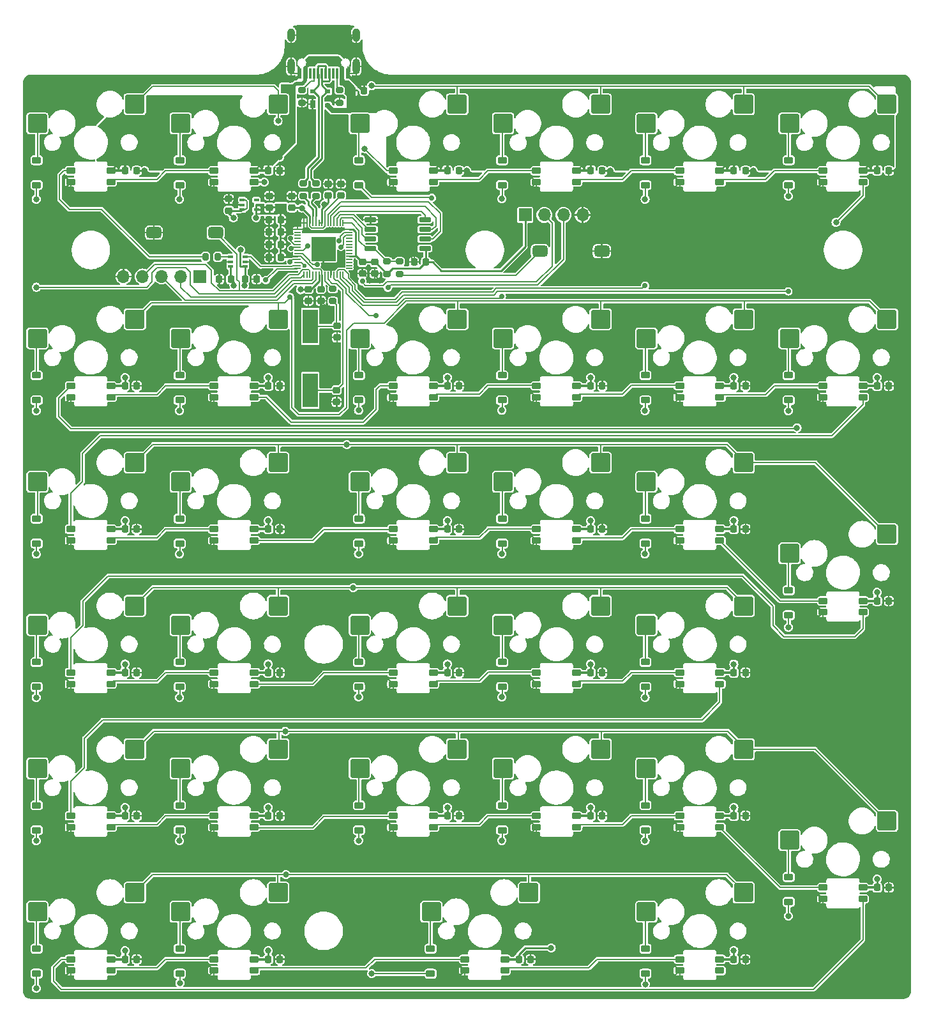
<source format=gbr>
%TF.GenerationSoftware,KiCad,Pcbnew,7.0.5-0*%
%TF.CreationDate,2023-06-18T09:02:33-05:00*%
%TF.ProjectId,Nifty Numpad,4e696674-7920-44e7-956d-7061642e6b69,rev?*%
%TF.SameCoordinates,Original*%
%TF.FileFunction,Copper,L4,Bot*%
%TF.FilePolarity,Positive*%
%FSLAX46Y46*%
G04 Gerber Fmt 4.6, Leading zero omitted, Abs format (unit mm)*
G04 Created by KiCad (PCBNEW 7.0.5-0) date 2023-06-18 09:02:33*
%MOMM*%
%LPD*%
G01*
G04 APERTURE LIST*
G04 Aperture macros list*
%AMRoundRect*
0 Rectangle with rounded corners*
0 $1 Rounding radius*
0 $2 $3 $4 $5 $6 $7 $8 $9 X,Y pos of 4 corners*
0 Add a 4 corners polygon primitive as box body*
4,1,4,$2,$3,$4,$5,$6,$7,$8,$9,$2,$3,0*
0 Add four circle primitives for the rounded corners*
1,1,$1+$1,$2,$3*
1,1,$1+$1,$4,$5*
1,1,$1+$1,$6,$7*
1,1,$1+$1,$8,$9*
0 Add four rect primitives between the rounded corners*
20,1,$1+$1,$2,$3,$4,$5,0*
20,1,$1+$1,$4,$5,$6,$7,0*
20,1,$1+$1,$6,$7,$8,$9,0*
20,1,$1+$1,$8,$9,$2,$3,0*%
G04 Aperture macros list end*
%TA.AperFunction,SMDPad,CuDef*%
%ADD10RoundRect,0.375000X0.625000X0.375000X-0.625000X0.375000X-0.625000X-0.375000X0.625000X-0.375000X0*%
%TD*%
%TA.AperFunction,SMDPad,CuDef*%
%ADD11RoundRect,0.375000X-0.625000X-0.375000X0.625000X-0.375000X0.625000X0.375000X-0.625000X0.375000X0*%
%TD*%
%TA.AperFunction,SMDPad,CuDef*%
%ADD12RoundRect,0.250000X-1.025000X-1.000000X1.025000X-1.000000X1.025000X1.000000X-1.025000X1.000000X0*%
%TD*%
%TA.AperFunction,ComponentPad*%
%ADD13R,1.700000X1.700000*%
%TD*%
%TA.AperFunction,ComponentPad*%
%ADD14O,1.700000X1.700000*%
%TD*%
%TA.AperFunction,SMDPad,CuDef*%
%ADD15R,2.000000X4.500000*%
%TD*%
%TA.AperFunction,SMDPad,CuDef*%
%ADD16RoundRect,0.225000X0.225000X0.250000X-0.225000X0.250000X-0.225000X-0.250000X0.225000X-0.250000X0*%
%TD*%
%TA.AperFunction,SMDPad,CuDef*%
%ADD17RoundRect,0.205000X-0.395000X-0.205000X0.395000X-0.205000X0.395000X0.205000X-0.395000X0.205000X0*%
%TD*%
%TA.AperFunction,SMDPad,CuDef*%
%ADD18RoundRect,0.225000X0.375000X-0.225000X0.375000X0.225000X-0.375000X0.225000X-0.375000X-0.225000X0*%
%TD*%
%TA.AperFunction,SMDPad,CuDef*%
%ADD19R,0.600000X1.450000*%
%TD*%
%TA.AperFunction,SMDPad,CuDef*%
%ADD20R,0.300000X1.450000*%
%TD*%
%TA.AperFunction,ComponentPad*%
%ADD21O,1.000000X1.800000*%
%TD*%
%TA.AperFunction,ComponentPad*%
%ADD22O,1.000000X2.100000*%
%TD*%
%TA.AperFunction,SMDPad,CuDef*%
%ADD23RoundRect,0.200000X-0.275000X0.200000X-0.275000X-0.200000X0.275000X-0.200000X0.275000X0.200000X0*%
%TD*%
%TA.AperFunction,SMDPad,CuDef*%
%ADD24RoundRect,0.225000X0.250000X-0.225000X0.250000X0.225000X-0.250000X0.225000X-0.250000X-0.225000X0*%
%TD*%
%TA.AperFunction,SMDPad,CuDef*%
%ADD25RoundRect,0.225000X-0.225000X-0.250000X0.225000X-0.250000X0.225000X0.250000X-0.225000X0.250000X0*%
%TD*%
%TA.AperFunction,SMDPad,CuDef*%
%ADD26RoundRect,0.225000X-0.250000X0.225000X-0.250000X-0.225000X0.250000X-0.225000X0.250000X0.225000X0*%
%TD*%
%TA.AperFunction,SMDPad,CuDef*%
%ADD27R,0.650000X0.400000*%
%TD*%
%TA.AperFunction,SMDPad,CuDef*%
%ADD28RoundRect,0.050000X0.387500X0.050000X-0.387500X0.050000X-0.387500X-0.050000X0.387500X-0.050000X0*%
%TD*%
%TA.AperFunction,SMDPad,CuDef*%
%ADD29RoundRect,0.050000X0.050000X0.387500X-0.050000X0.387500X-0.050000X-0.387500X0.050000X-0.387500X0*%
%TD*%
%TA.AperFunction,SMDPad,CuDef*%
%ADD30R,3.200000X3.200000*%
%TD*%
%TA.AperFunction,SMDPad,CuDef*%
%ADD31RoundRect,0.150000X-0.650000X-0.150000X0.650000X-0.150000X0.650000X0.150000X-0.650000X0.150000X0*%
%TD*%
%TA.AperFunction,SMDPad,CuDef*%
%ADD32RoundRect,0.200000X0.275000X-0.200000X0.275000X0.200000X-0.275000X0.200000X-0.275000X-0.200000X0*%
%TD*%
%TA.AperFunction,SMDPad,CuDef*%
%ADD33R,0.700000X1.000000*%
%TD*%
%TA.AperFunction,SMDPad,CuDef*%
%ADD34R,0.700000X0.600000*%
%TD*%
%TA.AperFunction,SMDPad,CuDef*%
%ADD35RoundRect,0.200000X0.200000X0.275000X-0.200000X0.275000X-0.200000X-0.275000X0.200000X-0.275000X0*%
%TD*%
%TA.AperFunction,ViaPad*%
%ADD36C,0.800000*%
%TD*%
%TA.AperFunction,ViaPad*%
%ADD37C,0.700000*%
%TD*%
%TA.AperFunction,ViaPad*%
%ADD38C,0.600000*%
%TD*%
%TA.AperFunction,Conductor*%
%ADD39C,0.200000*%
%TD*%
%TA.AperFunction,Conductor*%
%ADD40C,0.400000*%
%TD*%
%TA.AperFunction,Conductor*%
%ADD41C,0.700000*%
%TD*%
%TA.AperFunction,Conductor*%
%ADD42C,0.242824*%
%TD*%
%TA.AperFunction,Conductor*%
%ADD43C,0.500000*%
%TD*%
%TA.AperFunction,Conductor*%
%ADD44C,0.250000*%
%TD*%
%TA.AperFunction,Conductor*%
%ADD45C,0.300000*%
%TD*%
%TA.AperFunction,Conductor*%
%ADD46C,0.150000*%
%TD*%
G04 APERTURE END LIST*
D10*
%TO.P,SW101,1,1*%
%TO.N,GND*%
X229750000Y-97900100D03*
%TO.P,SW101,2,2*%
%TO.N,/~{BOOT_SEL}*%
X221550000Y-97900100D03*
%TD*%
D11*
%TO.P,SW102,1,1*%
%TO.N,GND*%
X170350000Y-95449900D03*
%TO.P,SW102,2,2*%
%TO.N,/RUN*%
X178550000Y-95449900D03*
%TD*%
D12*
%TO.P,SW314,1,1*%
%TO.N,Net-(D314-A)*%
X173915000Y-128460000D03*
%TO.P,SW314,2,2*%
%TO.N,/ROW2*%
X186842000Y-125920000D03*
%TD*%
%TO.P,SW313,1,1*%
%TO.N,Net-(D313-A)*%
X154915000Y-128460000D03*
%TO.P,SW313,2,2*%
%TO.N,/ROW2*%
X167842000Y-125920000D03*
%TD*%
%TO.P,SW318,1,1*%
%TO.N,Net-(D318-A)*%
X254665000Y-137960000D03*
%TO.P,SW318,2,2*%
%TO.N,/ROW2*%
X267592000Y-135420000D03*
%TD*%
%TO.P,SW310,1,1*%
%TO.N,Net-(D310-A)*%
X216665000Y-109460000D03*
%TO.P,SW310,2,2*%
%TO.N,/ROW1*%
X229592000Y-106920000D03*
%TD*%
%TO.P,SW308,1,1*%
%TO.N,Net-(D308-A)*%
X173915000Y-109460000D03*
%TO.P,SW308,2,2*%
%TO.N,/ROW1*%
X186842000Y-106920000D03*
%TD*%
%TO.P,SW304,1,1*%
%TO.N,Net-(D304-A)*%
X216665000Y-80960000D03*
%TO.P,SW304,2,2*%
%TO.N,/ROW0*%
X229592000Y-78420000D03*
%TD*%
%TO.P,SW307,1,1*%
%TO.N,Net-(D307-A)*%
X154915000Y-109460000D03*
%TO.P,SW307,2,2*%
%TO.N,/ROW1*%
X167842000Y-106920000D03*
%TD*%
%TO.P,SW305,1,1*%
%TO.N,Net-(D305-A)*%
X235665000Y-80960000D03*
%TO.P,SW305,2,2*%
%TO.N,/ROW0*%
X248592000Y-78420000D03*
%TD*%
%TO.P,SW333,1,1*%
%TO.N,Net-(D333-A)*%
X235665000Y-185460000D03*
%TO.P,SW333,2,2*%
%TO.N,/ROW5*%
X248592000Y-182920000D03*
%TD*%
%TO.P,SW332,1,1*%
%TO.N,Net-(D332-A)*%
X207165000Y-185460000D03*
%TO.P,SW332,2,2*%
%TO.N,/ROW5*%
X220092000Y-182920000D03*
%TD*%
%TO.P,SW330,1,1*%
%TO.N,Net-(D330-A)*%
X154915000Y-185460000D03*
%TO.P,SW330,2,2*%
%TO.N,/ROW5*%
X167842000Y-182920000D03*
%TD*%
%TO.P,SW325,1,1*%
%TO.N,Net-(D325-A)*%
X173915000Y-166460000D03*
%TO.P,SW325,2,2*%
%TO.N,/ROW4*%
X186842000Y-163920000D03*
%TD*%
D13*
%TO.P,J101,1,Pin_1*%
%TO.N,+3.3V*%
X176490000Y-101250000D03*
D14*
%TO.P,J101,2,Pin_2*%
%TO.N,/SWD*%
X173950000Y-101250000D03*
%TO.P,J101,3,Pin_3*%
%TO.N,/SWCLK*%
X171410000Y-101250000D03*
%TO.P,J101,4,Pin_4*%
%TO.N,/RUN*%
X168870000Y-101250000D03*
%TO.P,J101,5,Pin_5*%
%TO.N,GND*%
X166330000Y-101250000D03*
%TD*%
D12*
%TO.P,SW312,1,1*%
%TO.N,Net-(D312-A)*%
X254665000Y-109460000D03*
%TO.P,SW312,2,2*%
%TO.N,/ROW1*%
X267592000Y-106920000D03*
%TD*%
%TO.P,SW320,1,1*%
%TO.N,Net-(D320-A)*%
X173915000Y-147460000D03*
%TO.P,SW320,2,2*%
%TO.N,/ROW3*%
X186842000Y-144920000D03*
%TD*%
%TO.P,SW323,1,1*%
%TO.N,Net-(D323-A)*%
X235665000Y-147460000D03*
%TO.P,SW323,2,2*%
%TO.N,/ROW3*%
X248592000Y-144920000D03*
%TD*%
%TO.P,SW315,1,1*%
%TO.N,Net-(D315-A)*%
X197665000Y-128460000D03*
%TO.P,SW315,2,2*%
%TO.N,/ROW2*%
X210592000Y-125920000D03*
%TD*%
%TO.P,SW303,1,1*%
%TO.N,Net-(D303-A)*%
X197665000Y-80960000D03*
%TO.P,SW303,2,2*%
%TO.N,/ROW0*%
X210592000Y-78420000D03*
%TD*%
%TO.P,SW324,1,1*%
%TO.N,Net-(D324-A)*%
X154915000Y-166460000D03*
%TO.P,SW324,2,2*%
%TO.N,/ROW4*%
X167842000Y-163920000D03*
%TD*%
D13*
%TO.P,J103,1,Pin_1*%
%TO.N,+3.3V*%
X219600000Y-93100000D03*
D14*
%TO.P,J103,2,Pin_2*%
%TO.N,/UART0_MCU_TX*%
X222140000Y-93100000D03*
%TO.P,J103,3,Pin_3*%
%TO.N,/UART0_MCU_RX*%
X224680000Y-93100000D03*
%TO.P,J103,4,Pin_4*%
%TO.N,GND*%
X227220000Y-93100000D03*
%TD*%
D12*
%TO.P,SW302,1,1*%
%TO.N,Net-(D302-A)*%
X173915000Y-80960000D03*
%TO.P,SW302,2,2*%
%TO.N,/ROW0*%
X186842000Y-78420000D03*
%TD*%
%TO.P,SW321,1,1*%
%TO.N,Net-(D321-A)*%
X197665000Y-147460000D03*
%TO.P,SW321,2,2*%
%TO.N,/ROW3*%
X210592000Y-144920000D03*
%TD*%
%TO.P,SW309,1,1*%
%TO.N,Net-(D309-A)*%
X197665000Y-109460000D03*
%TO.P,SW309,2,2*%
%TO.N,/ROW1*%
X210592000Y-106920000D03*
%TD*%
%TO.P,SW322,1,1*%
%TO.N,Net-(D322-A)*%
X216665000Y-147460000D03*
%TO.P,SW322,2,2*%
%TO.N,/ROW3*%
X229592000Y-144920000D03*
%TD*%
%TO.P,SW331,1,1*%
%TO.N,Net-(D331-A)*%
X173915000Y-185460000D03*
%TO.P,SW331,2,2*%
%TO.N,/ROW5*%
X186842000Y-182920000D03*
%TD*%
%TO.P,SW316,1,1*%
%TO.N,Net-(D316-A)*%
X216665000Y-128460000D03*
%TO.P,SW316,2,2*%
%TO.N,/ROW2*%
X229592000Y-125920000D03*
%TD*%
%TO.P,SW328,1,1*%
%TO.N,Net-(D328-A)*%
X235665000Y-166460000D03*
%TO.P,SW328,2,2*%
%TO.N,/ROW4*%
X248592000Y-163920000D03*
%TD*%
%TO.P,SW306,1,1*%
%TO.N,Net-(D306-A)*%
X254665000Y-80960000D03*
%TO.P,SW306,2,2*%
%TO.N,/ROW0*%
X267592000Y-78420000D03*
%TD*%
%TO.P,SW317,1,1*%
%TO.N,Net-(D317-A)*%
X235665000Y-128460000D03*
%TO.P,SW317,2,2*%
%TO.N,/ROW2*%
X248592000Y-125920000D03*
%TD*%
%TO.P,SW319,1,1*%
%TO.N,Net-(D319-A)*%
X154915000Y-147460000D03*
%TO.P,SW319,2,2*%
%TO.N,/ROW3*%
X167842000Y-144920000D03*
%TD*%
%TO.P,SW329,1,1*%
%TO.N,Net-(D329-A)*%
X254665000Y-175960000D03*
%TO.P,SW329,2,2*%
%TO.N,/ROW4*%
X267592000Y-173420000D03*
%TD*%
%TO.P,SW301,1,1*%
%TO.N,Net-(D301-A)*%
X154915000Y-80960000D03*
%TO.P,SW301,2,2*%
%TO.N,/ROW0*%
X167842000Y-78420000D03*
%TD*%
%TO.P,SW311,1,1*%
%TO.N,Net-(D311-A)*%
X235665000Y-109460000D03*
%TO.P,SW311,2,2*%
%TO.N,/ROW1*%
X248592000Y-106920000D03*
%TD*%
%TO.P,SW326,1,1*%
%TO.N,Net-(D326-A)*%
X197665000Y-166460000D03*
%TO.P,SW326,2,2*%
%TO.N,/ROW4*%
X210592000Y-163920000D03*
%TD*%
%TO.P,SW327,1,1*%
%TO.N,Net-(D327-A)*%
X216665000Y-166460000D03*
%TO.P,SW327,2,2*%
%TO.N,/ROW4*%
X229592000Y-163920000D03*
%TD*%
D15*
%TO.P,Y101,1,1*%
%TO.N,Net-(U104-XIN)*%
X191100000Y-116350000D03*
%TO.P,Y101,2,2*%
%TO.N,Net-(C119-Pad1)*%
X191100000Y-107850000D03*
%TD*%
D16*
%TO.P,C108,1*%
%TO.N,+3.3V*%
X187175000Y-93700000D03*
%TO.P,C108,2*%
%TO.N,GND*%
X185625000Y-93700000D03*
%TD*%
%TO.P,C106,1*%
%TO.N,+3.3V*%
X187175000Y-97000000D03*
%TO.P,C106,2*%
%TO.N,GND*%
X185625000Y-97000000D03*
%TD*%
D17*
%TO.P,D229,1,VSS*%
%TO.N,GND*%
X259100000Y-183750000D03*
%TO.P,D229,2,DIN*%
%TO.N,Net-(D228-DOUT)*%
X259100000Y-182250000D03*
%TO.P,D229,3,VDD*%
%TO.N,+5V*%
X264400000Y-182250000D03*
%TO.P,D229,4,DOUT*%
%TO.N,unconnected-(D229-DOUT-Pad4)*%
X264400000Y-183750000D03*
%TD*%
D18*
%TO.P,D319,1,K*%
%TO.N,/COL0*%
X154800000Y-155650000D03*
%TO.P,D319,2,A*%
%TO.N,Net-(D319-A)*%
X154800000Y-152350000D03*
%TD*%
D19*
%TO.P,J102,A1,GND*%
%TO.N,GND*%
X189625000Y-74345000D03*
%TO.P,J102,A4,VBUS*%
%TO.N,+5V*%
X190425000Y-74345000D03*
D20*
%TO.P,J102,A5,CC1*%
%TO.N,Net-(J102-CC1)*%
X191625000Y-74345000D03*
%TO.P,J102,A6,D+*%
%TO.N,/USB_DP*%
X192625000Y-74345000D03*
%TO.P,J102,A7,D-*%
%TO.N,/USB_DN*%
X193125000Y-74345000D03*
%TO.P,J102,A8,SBU1*%
%TO.N,unconnected-(J102-SBU1-PadA8)*%
X194125000Y-74345000D03*
D19*
%TO.P,J102,A9,VBUS*%
%TO.N,+5V*%
X195325000Y-74345000D03*
%TO.P,J102,A12,GND*%
%TO.N,GND*%
X196125000Y-74345000D03*
%TO.P,J102,B1,GND*%
X196125000Y-74345000D03*
%TO.P,J102,B4,VBUS*%
%TO.N,+5V*%
X195325000Y-74345000D03*
D20*
%TO.P,J102,B5,CC2*%
%TO.N,Net-(J102-CC2)*%
X194625000Y-74345000D03*
%TO.P,J102,B6,D+*%
%TO.N,/USB_DP*%
X193625000Y-74345000D03*
%TO.P,J102,B7,D-*%
%TO.N,/USB_DN*%
X192125000Y-74345000D03*
%TO.P,J102,B8,SBU2*%
%TO.N,unconnected-(J102-SBU2-PadB8)*%
X191125000Y-74345000D03*
D19*
%TO.P,J102,B9,VBUS*%
%TO.N,+5V*%
X190425000Y-74345000D03*
%TO.P,J102,B12,GND*%
%TO.N,GND*%
X189625000Y-74345000D03*
D21*
%TO.P,J102,S1,SHIELD*%
X188555000Y-69250000D03*
D22*
X188555000Y-73430000D03*
D21*
X197195000Y-69250000D03*
D22*
X197195000Y-73430000D03*
%TD*%
D17*
%TO.P,D217,1,VSS*%
%TO.N,GND*%
X240100000Y-136250000D03*
%TO.P,D217,2,DIN*%
%TO.N,Net-(D216-DOUT)*%
X240100000Y-134750000D03*
%TO.P,D217,3,VDD*%
%TO.N,+5V*%
X245400000Y-134750000D03*
%TO.P,D217,4,DOUT*%
%TO.N,Net-(D217-DOUT)*%
X245400000Y-136250000D03*
%TD*%
%TO.P,D220,1,VSS*%
%TO.N,GND*%
X178350000Y-155250000D03*
%TO.P,D220,2,DIN*%
%TO.N,Net-(D219-DOUT)*%
X178350000Y-153750000D03*
%TO.P,D220,3,VDD*%
%TO.N,+5V*%
X183650000Y-153750000D03*
%TO.P,D220,4,DOUT*%
%TO.N,Net-(D220-DOUT)*%
X183650000Y-155250000D03*
%TD*%
D23*
%TO.P,R106,1*%
%TO.N,/USB_DN*%
X190200000Y-88925000D03*
%TO.P,R106,2*%
%TO.N,/USB_RP_DN*%
X190200000Y-90575000D03*
%TD*%
D17*
%TO.P,D205,1,VSS*%
%TO.N,GND*%
X240100000Y-88750000D03*
%TO.P,D205,2,DIN*%
%TO.N,Net-(D204-DOUT)*%
X240100000Y-87250000D03*
%TO.P,D205,3,VDD*%
%TO.N,+5V*%
X245400000Y-87250000D03*
%TO.P,D205,4,DOUT*%
%TO.N,Net-(D205-DOUT)*%
X245400000Y-88750000D03*
%TD*%
D24*
%TO.P,C115,1*%
%TO.N,/DVDD_1.1V*%
X188650000Y-92125000D03*
%TO.P,C115,2*%
%TO.N,GND*%
X188650000Y-90575000D03*
%TD*%
D17*
%TO.P,D215,1,VSS*%
%TO.N,GND*%
X202100000Y-136250000D03*
%TO.P,D215,2,DIN*%
%TO.N,Net-(D214-DOUT)*%
X202100000Y-134750000D03*
%TO.P,D215,3,VDD*%
%TO.N,+5V*%
X207400000Y-134750000D03*
%TO.P,D215,4,DOUT*%
%TO.N,Net-(D215-DOUT)*%
X207400000Y-136250000D03*
%TD*%
D25*
%TO.P,C233,1*%
%TO.N,+5V*%
X247275000Y-191750000D03*
%TO.P,C233,2*%
%TO.N,GND*%
X248825000Y-191750000D03*
%TD*%
%TO.P,C208,1*%
%TO.N,+5V*%
X185525000Y-115750000D03*
%TO.P,C208,2*%
%TO.N,GND*%
X187075000Y-115750000D03*
%TD*%
%TO.P,C229,1*%
%TO.N,+5V*%
X266275000Y-182250000D03*
%TO.P,C229,2*%
%TO.N,GND*%
X267825000Y-182250000D03*
%TD*%
%TO.P,C222,1*%
%TO.N,+5V*%
X228275000Y-153750000D03*
%TO.P,C222,2*%
%TO.N,GND*%
X229825000Y-153750000D03*
%TD*%
D18*
%TO.P,D321,1,K*%
%TO.N,/COL2*%
X197550000Y-155650000D03*
%TO.P,D321,2,A*%
%TO.N,Net-(D321-A)*%
X197550000Y-152350000D03*
%TD*%
D25*
%TO.P,C224,1*%
%TO.N,+5V*%
X166525000Y-172750000D03*
%TO.P,C224,2*%
%TO.N,GND*%
X168075000Y-172750000D03*
%TD*%
D17*
%TO.P,D202,1,VSS*%
%TO.N,GND*%
X178350000Y-88750000D03*
%TO.P,D202,2,DIN*%
%TO.N,Net-(D201-DOUT)*%
X178350000Y-87250000D03*
%TO.P,D202,3,VDD*%
%TO.N,+5V*%
X183650000Y-87250000D03*
%TO.P,D202,4,DOUT*%
%TO.N,Net-(D202-DOUT)*%
X183650000Y-88750000D03*
%TD*%
D24*
%TO.P,C107,1*%
%TO.N,+3.3V*%
X193500000Y-90525000D03*
%TO.P,C107,2*%
%TO.N,GND*%
X193500000Y-88975000D03*
%TD*%
D25*
%TO.P,C209,1*%
%TO.N,+5V*%
X209275000Y-115750000D03*
%TO.P,C209,2*%
%TO.N,GND*%
X210825000Y-115750000D03*
%TD*%
D18*
%TO.P,D302,1,K*%
%TO.N,/COL1*%
X173800000Y-89150000D03*
%TO.P,D302,2,A*%
%TO.N,Net-(D302-A)*%
X173800000Y-85850000D03*
%TD*%
D23*
%TO.P,R101,1*%
%TO.N,Net-(J102-CC2)*%
X195000000Y-76550000D03*
%TO.P,R101,2*%
%TO.N,GND*%
X195000000Y-78200000D03*
%TD*%
D26*
%TO.P,C111,1*%
%TO.N,+3.3V*%
X199650000Y-99325000D03*
%TO.P,C111,2*%
%TO.N,GND*%
X199650000Y-100875000D03*
%TD*%
D18*
%TO.P,D323,1,K*%
%TO.N,/COL4*%
X235550000Y-155650000D03*
%TO.P,D323,2,A*%
%TO.N,Net-(D323-A)*%
X235550000Y-152350000D03*
%TD*%
%TO.P,D316,1,K*%
%TO.N,/COL3*%
X216550000Y-136650000D03*
%TO.P,D316,2,A*%
%TO.N,Net-(D316-A)*%
X216550000Y-133350000D03*
%TD*%
%TO.P,D326,1,K*%
%TO.N,/COL2*%
X197550000Y-174650000D03*
%TO.P,D326,2,A*%
%TO.N,Net-(D326-A)*%
X197550000Y-171350000D03*
%TD*%
D17*
%TO.P,D201,1,VSS*%
%TO.N,GND*%
X159350000Y-88750000D03*
%TO.P,D201,2,DIN*%
%TO.N,/LED Matrix/DIN0*%
X159350000Y-87250000D03*
%TO.P,D201,3,VDD*%
%TO.N,+5V*%
X164650000Y-87250000D03*
%TO.P,D201,4,DOUT*%
%TO.N,Net-(D201-DOUT)*%
X164650000Y-88750000D03*
%TD*%
%TO.P,D212,1,VSS*%
%TO.N,GND*%
X259100000Y-117250000D03*
%TO.P,D212,2,DIN*%
%TO.N,Net-(D211-DOUT)*%
X259100000Y-115750000D03*
%TO.P,D212,3,VDD*%
%TO.N,+5V*%
X264400000Y-115750000D03*
%TO.P,D212,4,DOUT*%
%TO.N,Net-(D212-DOUT)*%
X264400000Y-117250000D03*
%TD*%
%TO.P,D226,1,VSS*%
%TO.N,GND*%
X202100000Y-174250000D03*
%TO.P,D226,2,DIN*%
%TO.N,Net-(D225-DOUT)*%
X202100000Y-172750000D03*
%TO.P,D226,3,VDD*%
%TO.N,+5V*%
X207400000Y-172750000D03*
%TO.P,D226,4,DOUT*%
%TO.N,Net-(D226-DOUT)*%
X207400000Y-174250000D03*
%TD*%
D18*
%TO.P,D332,1,K*%
%TO.N,/COL2*%
X207050000Y-193650000D03*
%TO.P,D332,2,A*%
%TO.N,Net-(D332-A)*%
X207050000Y-190350000D03*
%TD*%
D25*
%TO.P,C113,1*%
%TO.N,+3.3V*%
X182425000Y-101600000D03*
%TO.P,C113,2*%
%TO.N,GND*%
X183975000Y-101600000D03*
%TD*%
D27*
%TO.P,U101,1,VIN*%
%TO.N,+5V*%
X182050000Y-92400000D03*
%TO.P,U101,2,GND*%
%TO.N,GND*%
X182050000Y-91750000D03*
%TO.P,U101,3,EN*%
%TO.N,+5V*%
X182050000Y-91100000D03*
%TO.P,U101,4,NC*%
%TO.N,unconnected-(U101-NC-Pad4)*%
X183950000Y-91100000D03*
%TO.P,U101,5,VOUT*%
%TO.N,+3.3V*%
X183950000Y-92400000D03*
%TD*%
%TO.P,U103,1,VCCA*%
%TO.N,+5V*%
X180550000Y-99950000D03*
%TO.P,U103,2,GND*%
%TO.N,GND*%
X180550000Y-99300000D03*
%TO.P,U103,3,A*%
%TO.N,Net-(U103-A)*%
X180550000Y-98650000D03*
%TO.P,U103,4,B*%
%TO.N,/DIN0_3V3*%
X182450000Y-98650000D03*
%TO.P,U103,5,DIR*%
%TO.N,GND*%
X182450000Y-99300000D03*
%TO.P,U103,6,VCCB*%
%TO.N,+3.3V*%
X182450000Y-99950000D03*
%TD*%
D18*
%TO.P,D308,1,K*%
%TO.N,/COL1*%
X173800000Y-117650000D03*
%TO.P,D308,2,A*%
%TO.N,Net-(D308-A)*%
X173800000Y-114350000D03*
%TD*%
%TO.P,D314,1,K*%
%TO.N,/COL1*%
X173800000Y-136650000D03*
%TO.P,D314,2,A*%
%TO.N,Net-(D314-A)*%
X173800000Y-133350000D03*
%TD*%
D17*
%TO.P,D219,1,VSS*%
%TO.N,GND*%
X159350000Y-155250000D03*
%TO.P,D219,2,DIN*%
%TO.N,Net-(D218-DOUT)*%
X159350000Y-153750000D03*
%TO.P,D219,3,VDD*%
%TO.N,+5V*%
X164650000Y-153750000D03*
%TO.P,D219,4,DOUT*%
%TO.N,Net-(D219-DOUT)*%
X164650000Y-155250000D03*
%TD*%
%TO.P,D204,1,VSS*%
%TO.N,GND*%
X221100000Y-88750000D03*
%TO.P,D204,2,DIN*%
%TO.N,Net-(D203-DOUT)*%
X221100000Y-87250000D03*
%TO.P,D204,3,VDD*%
%TO.N,+5V*%
X226400000Y-87250000D03*
%TO.P,D204,4,DOUT*%
%TO.N,Net-(D204-DOUT)*%
X226400000Y-88750000D03*
%TD*%
D18*
%TO.P,D317,1,K*%
%TO.N,/COL4*%
X235550000Y-136650000D03*
%TO.P,D317,2,A*%
%TO.N,Net-(D317-A)*%
X235550000Y-133350000D03*
%TD*%
D25*
%TO.P,C228,1*%
%TO.N,+5V*%
X247275000Y-172750000D03*
%TO.P,C228,2*%
%TO.N,GND*%
X248825000Y-172750000D03*
%TD*%
D17*
%TO.P,D211,1,VSS*%
%TO.N,GND*%
X240100000Y-117250000D03*
%TO.P,D211,2,DIN*%
%TO.N,Net-(D210-DOUT)*%
X240100000Y-115750000D03*
%TO.P,D211,3,VDD*%
%TO.N,+5V*%
X245400000Y-115750000D03*
%TO.P,D211,4,DOUT*%
%TO.N,Net-(D211-DOUT)*%
X245400000Y-117250000D03*
%TD*%
D24*
%TO.P,C103,1*%
%TO.N,+3.3V*%
X185700000Y-92125000D03*
%TO.P,C103,2*%
%TO.N,GND*%
X185700000Y-90575000D03*
%TD*%
D16*
%TO.P,C116,1*%
%TO.N,+3.3V*%
X187175000Y-95350000D03*
%TO.P,C116,2*%
%TO.N,GND*%
X185625000Y-95350000D03*
%TD*%
D25*
%TO.P,C225,1*%
%TO.N,+5V*%
X185525000Y-172750000D03*
%TO.P,C225,2*%
%TO.N,GND*%
X187075000Y-172750000D03*
%TD*%
D26*
%TO.P,C110,1*%
%TO.N,+3.3V*%
X192500000Y-102925000D03*
%TO.P,C110,2*%
%TO.N,GND*%
X192500000Y-104475000D03*
%TD*%
D25*
%TO.P,C212,1*%
%TO.N,+5V*%
X266275000Y-115750000D03*
%TO.P,C212,2*%
%TO.N,GND*%
X267825000Y-115750000D03*
%TD*%
%TO.P,C101,1*%
%TO.N,+5V*%
X196700000Y-76625000D03*
%TO.P,C101,2*%
%TO.N,GND*%
X198250000Y-76625000D03*
%TD*%
%TO.P,C203,1*%
%TO.N,+5V*%
X209275000Y-87250000D03*
%TO.P,C203,2*%
%TO.N,GND*%
X210825000Y-87250000D03*
%TD*%
D24*
%TO.P,C105,1*%
%TO.N,/DVDD_1.1V*%
X195150000Y-90525000D03*
%TO.P,C105,2*%
%TO.N,GND*%
X195150000Y-88975000D03*
%TD*%
D18*
%TO.P,D305,1,K*%
%TO.N,/COL4*%
X235550000Y-89150000D03*
%TO.P,D305,2,A*%
%TO.N,Net-(D305-A)*%
X235550000Y-85850000D03*
%TD*%
D17*
%TO.P,D206,1,VSS*%
%TO.N,GND*%
X259100000Y-88750000D03*
%TO.P,D206,2,DIN*%
%TO.N,Net-(D205-DOUT)*%
X259100000Y-87250000D03*
%TO.P,D206,3,VDD*%
%TO.N,+5V*%
X264400000Y-87250000D03*
%TO.P,D206,4,DOUT*%
%TO.N,Net-(D206-DOUT)*%
X264400000Y-88750000D03*
%TD*%
%TO.P,D224,1,VSS*%
%TO.N,GND*%
X159350000Y-174250000D03*
%TO.P,D224,2,DIN*%
%TO.N,Net-(D223-DOUT)*%
X159350000Y-172750000D03*
%TO.P,D224,3,VDD*%
%TO.N,+5V*%
X164650000Y-172750000D03*
%TO.P,D224,4,DOUT*%
%TO.N,Net-(D224-DOUT)*%
X164650000Y-174250000D03*
%TD*%
D28*
%TO.P,U104,1,IOVDD*%
%TO.N,+3.3V*%
X196287500Y-95000000D03*
%TO.P,U104,2,GPIO0*%
%TO.N,/UART0_MCU_TX*%
X196287500Y-95400000D03*
%TO.P,U104,3,GPIO1*%
%TO.N,/UART0_MCU_RX*%
X196287500Y-95800000D03*
%TO.P,U104,4,GPIO2*%
%TO.N,unconnected-(U104-GPIO2-Pad4)*%
X196287500Y-96200000D03*
%TO.P,U104,5,GPIO3*%
%TO.N,unconnected-(U104-GPIO3-Pad5)*%
X196287500Y-96600000D03*
%TO.P,U104,6,GPIO4*%
%TO.N,unconnected-(U104-GPIO4-Pad6)*%
X196287500Y-97000000D03*
%TO.P,U104,7,GPIO5*%
%TO.N,unconnected-(U104-GPIO5-Pad7)*%
X196287500Y-97400000D03*
%TO.P,U104,8,GPIO6*%
%TO.N,unconnected-(U104-GPIO6-Pad8)*%
X196287500Y-97800000D03*
%TO.P,U104,9,GPIO7*%
%TO.N,unconnected-(U104-GPIO7-Pad9)*%
X196287500Y-98200000D03*
%TO.P,U104,10,IOVDD*%
%TO.N,+3.3V*%
X196287500Y-98600000D03*
%TO.P,U104,11,GPIO8*%
%TO.N,unconnected-(U104-GPIO8-Pad11)*%
X196287500Y-99000000D03*
%TO.P,U104,12,GPIO9*%
%TO.N,unconnected-(U104-GPIO9-Pad12)*%
X196287500Y-99400000D03*
%TO.P,U104,13,GPIO10*%
%TO.N,unconnected-(U104-GPIO10-Pad13)*%
X196287500Y-99800000D03*
%TO.P,U104,14,GPIO11*%
%TO.N,unconnected-(U104-GPIO11-Pad14)*%
X196287500Y-100200000D03*
D29*
%TO.P,U104,15,GPIO12*%
%TO.N,/COL5*%
X195450000Y-101037500D03*
%TO.P,U104,16,GPIO13*%
%TO.N,/COL3*%
X195050000Y-101037500D03*
%TO.P,U104,17,GPIO14*%
%TO.N,/COL4*%
X194650000Y-101037500D03*
%TO.P,U104,18,GPIO15*%
%TO.N,/COL2*%
X194250000Y-101037500D03*
%TO.P,U104,19,TESTEN*%
%TO.N,GND*%
X193850000Y-101037500D03*
%TO.P,U104,20,XIN*%
%TO.N,Net-(U104-XIN)*%
X193450000Y-101037500D03*
%TO.P,U104,21,XOUT*%
%TO.N,Net-(U104-XOUT)*%
X193050000Y-101037500D03*
%TO.P,U104,22,IOVDD*%
%TO.N,+3.3V*%
X192650000Y-101037500D03*
%TO.P,U104,23,DVDD*%
%TO.N,/DVDD_1.1V*%
X192250000Y-101037500D03*
%TO.P,U104,24,SWCLK*%
%TO.N,/SWCLK*%
X191850000Y-101037500D03*
%TO.P,U104,25,SWD*%
%TO.N,/SWD*%
X191450000Y-101037500D03*
%TO.P,U104,26,RUN*%
%TO.N,/RUN*%
X191050000Y-101037500D03*
%TO.P,U104,27,GPIO16*%
%TO.N,unconnected-(U104-GPIO16-Pad27)*%
X190650000Y-101037500D03*
%TO.P,U104,28,GPIO17*%
%TO.N,/COL0*%
X190250000Y-101037500D03*
D28*
%TO.P,U104,29,GPIO18*%
%TO.N,/COL1*%
X189412500Y-100200000D03*
%TO.P,U104,30,GPIO19*%
%TO.N,/DIN0_3V3*%
X189412500Y-99800000D03*
%TO.P,U104,31,GPIO20*%
%TO.N,/ROW0*%
X189412500Y-99400000D03*
%TO.P,U104,32,GPIO21*%
%TO.N,/ROW1*%
X189412500Y-99000000D03*
%TO.P,U104,33,IOVDD*%
%TO.N,+3.3V*%
X189412500Y-98600000D03*
%TO.P,U104,34,GPIO22*%
%TO.N,/ROW2*%
X189412500Y-98200000D03*
%TO.P,U104,35,GPIO23*%
%TO.N,/ROW3*%
X189412500Y-97800000D03*
%TO.P,U104,36,GPIO24*%
%TO.N,/ROW4*%
X189412500Y-97400000D03*
%TO.P,U104,37,GPIO25*%
%TO.N,/ROW5*%
X189412500Y-97000000D03*
%TO.P,U104,38,GPIO26_ADC0*%
%TO.N,unconnected-(U104-GPIO26_ADC0-Pad38)*%
X189412500Y-96600000D03*
%TO.P,U104,39,GPIO27_ADC1*%
%TO.N,unconnected-(U104-GPIO27_ADC1-Pad39)*%
X189412500Y-96200000D03*
%TO.P,U104,40,GPIO28_ADC2*%
%TO.N,unconnected-(U104-GPIO28_ADC2-Pad40)*%
X189412500Y-95800000D03*
%TO.P,U104,41,GPIO29_ADC3*%
%TO.N,unconnected-(U104-GPIO29_ADC3-Pad41)*%
X189412500Y-95400000D03*
%TO.P,U104,42,IOVDD*%
%TO.N,+3.3V*%
X189412500Y-95000000D03*
D29*
%TO.P,U104,43,ADC_AVDD*%
X190250000Y-94162500D03*
%TO.P,U104,44,VREG_IN*%
X190650000Y-94162500D03*
%TO.P,U104,45,VREG_VOUT*%
%TO.N,/DVDD_1.1V*%
X191050000Y-94162500D03*
%TO.P,U104,46,USB_DM*%
%TO.N,/USB_RP_DN*%
X191450000Y-94162500D03*
%TO.P,U104,47,USB_DP*%
%TO.N,/USB_RP_DP*%
X191850000Y-94162500D03*
%TO.P,U104,48,USB_VDD*%
%TO.N,+3.3V*%
X192250000Y-94162500D03*
%TO.P,U104,49,IOVDD*%
X192650000Y-94162500D03*
%TO.P,U104,50,DVDD*%
%TO.N,/DVDD_1.1V*%
X193050000Y-94162500D03*
%TO.P,U104,51,QSPI_SD3*%
%TO.N,/QSPI_SD3*%
X193450000Y-94162500D03*
%TO.P,U104,52,QSPI_SCLK*%
%TO.N,/QSPI_CLK*%
X193850000Y-94162500D03*
%TO.P,U104,53,QSPI_SD0*%
%TO.N,/QSPI_SD0*%
X194250000Y-94162500D03*
%TO.P,U104,54,QSPI_SD2*%
%TO.N,/QSPI_SD2*%
X194650000Y-94162500D03*
%TO.P,U104,55,QSPI_SD1*%
%TO.N,/QSPI_SD1*%
X195050000Y-94162500D03*
%TO.P,U104,56,QSPI_SS*%
%TO.N,/QSPI_~{CS}*%
X195450000Y-94162500D03*
D30*
%TO.P,U104,57,GND*%
%TO.N,GND*%
X192850000Y-97600000D03*
%TD*%
D25*
%TO.P,C205,1*%
%TO.N,+5V*%
X247275000Y-87250000D03*
%TO.P,C205,2*%
%TO.N,GND*%
X248825000Y-87250000D03*
%TD*%
D18*
%TO.P,D331,1,K*%
%TO.N,/COL1*%
X173800000Y-193650000D03*
%TO.P,D331,2,A*%
%TO.N,Net-(D331-A)*%
X173800000Y-190350000D03*
%TD*%
D16*
%TO.P,C117,1*%
%TO.N,+3.3V*%
X206425000Y-99350000D03*
%TO.P,C117,2*%
%TO.N,GND*%
X204875000Y-99350000D03*
%TD*%
D17*
%TO.P,D232,1,VSS*%
%TO.N,GND*%
X211600000Y-193250000D03*
%TO.P,D232,2,DIN*%
%TO.N,Net-(D231-DOUT)*%
X211600000Y-191750000D03*
%TO.P,D232,3,VDD*%
%TO.N,+5V*%
X216900000Y-191750000D03*
%TO.P,D232,4,DOUT*%
%TO.N,Net-(D232-DOUT)*%
X216900000Y-193250000D03*
%TD*%
D26*
%TO.P,C112,1*%
%TO.N,+3.3V*%
X198000000Y-99325000D03*
%TO.P,C112,2*%
%TO.N,GND*%
X198000000Y-100875000D03*
%TD*%
D18*
%TO.P,D312,1,K*%
%TO.N,/COL5*%
X254550000Y-117650000D03*
%TO.P,D312,2,A*%
%TO.N,Net-(D312-A)*%
X254550000Y-114350000D03*
%TD*%
%TO.P,D306,1,K*%
%TO.N,/COL5*%
X254550000Y-89150000D03*
%TO.P,D306,2,A*%
%TO.N,Net-(D306-A)*%
X254550000Y-85850000D03*
%TD*%
D16*
%TO.P,C114,1*%
%TO.N,+5V*%
X180575000Y-101600000D03*
%TO.P,C114,2*%
%TO.N,GND*%
X179025000Y-101600000D03*
%TD*%
D17*
%TO.P,D213,1,VSS*%
%TO.N,GND*%
X159350000Y-136250000D03*
%TO.P,D213,2,DIN*%
%TO.N,Net-(D212-DOUT)*%
X159350000Y-134750000D03*
%TO.P,D213,3,VDD*%
%TO.N,+5V*%
X164650000Y-134750000D03*
%TO.P,D213,4,DOUT*%
%TO.N,Net-(D213-DOUT)*%
X164650000Y-136250000D03*
%TD*%
D18*
%TO.P,D303,1,K*%
%TO.N,/COL2*%
X197550000Y-89150000D03*
%TO.P,D303,2,A*%
%TO.N,Net-(D303-A)*%
X197550000Y-85850000D03*
%TD*%
D17*
%TO.P,D233,1,VSS*%
%TO.N,GND*%
X240100000Y-193250000D03*
%TO.P,D233,2,DIN*%
%TO.N,Net-(D232-DOUT)*%
X240100000Y-191750000D03*
%TO.P,D233,3,VDD*%
%TO.N,+5V*%
X245400000Y-191750000D03*
%TO.P,D233,4,DOUT*%
%TO.N,unconnected-(D233-DOUT-Pad4)*%
X245400000Y-193250000D03*
%TD*%
%TO.P,D207,1,VSS*%
%TO.N,GND*%
X159350000Y-117250000D03*
%TO.P,D207,2,DIN*%
%TO.N,Net-(D206-DOUT)*%
X159350000Y-115750000D03*
%TO.P,D207,3,VDD*%
%TO.N,+5V*%
X164650000Y-115750000D03*
%TO.P,D207,4,DOUT*%
%TO.N,Net-(D207-DOUT)*%
X164650000Y-117250000D03*
%TD*%
D25*
%TO.P,C219,1*%
%TO.N,+5V*%
X166525000Y-153750000D03*
%TO.P,C219,2*%
%TO.N,GND*%
X168075000Y-153750000D03*
%TD*%
D18*
%TO.P,D309,1,K*%
%TO.N,/COL2*%
X197550000Y-117650000D03*
%TO.P,D309,2,A*%
%TO.N,Net-(D309-A)*%
X197550000Y-114350000D03*
%TD*%
%TO.P,D313,1,K*%
%TO.N,/COL0*%
X154800000Y-136650000D03*
%TO.P,D313,2,A*%
%TO.N,Net-(D313-A)*%
X154800000Y-133350000D03*
%TD*%
D25*
%TO.P,C231,1*%
%TO.N,+5V*%
X185525000Y-191750000D03*
%TO.P,C231,2*%
%TO.N,GND*%
X187075000Y-191750000D03*
%TD*%
%TO.P,C223,1*%
%TO.N,+5V*%
X247275000Y-153750000D03*
%TO.P,C223,2*%
%TO.N,GND*%
X248825000Y-153750000D03*
%TD*%
D18*
%TO.P,D311,1,K*%
%TO.N,/COL4*%
X235550000Y-117650000D03*
%TO.P,D311,2,A*%
%TO.N,Net-(D311-A)*%
X235550000Y-114350000D03*
%TD*%
D17*
%TO.P,D231,1,VSS*%
%TO.N,GND*%
X178350000Y-193250000D03*
%TO.P,D231,2,DIN*%
%TO.N,Net-(D230-DOUT)*%
X178350000Y-191750000D03*
%TO.P,D231,3,VDD*%
%TO.N,+5V*%
X183650000Y-191750000D03*
%TO.P,D231,4,DOUT*%
%TO.N,Net-(D231-DOUT)*%
X183650000Y-193250000D03*
%TD*%
D18*
%TO.P,D333,1,K*%
%TO.N,/COL4*%
X235550000Y-193650000D03*
%TO.P,D333,2,A*%
%TO.N,Net-(D333-A)*%
X235550000Y-190350000D03*
%TD*%
%TO.P,D318,1,K*%
%TO.N,/COL5*%
X254550000Y-146150000D03*
%TO.P,D318,2,A*%
%TO.N,Net-(D318-A)*%
X254550000Y-142850000D03*
%TD*%
D25*
%TO.P,C230,1*%
%TO.N,+5V*%
X166525000Y-191750000D03*
%TO.P,C230,2*%
%TO.N,GND*%
X168075000Y-191750000D03*
%TD*%
D26*
%TO.P,C104,1*%
%TO.N,/DVDD_1.1V*%
X190850000Y-102925000D03*
%TO.P,C104,2*%
%TO.N,GND*%
X190850000Y-104475000D03*
%TD*%
D25*
%TO.P,C201,1*%
%TO.N,+5V*%
X166525000Y-87250000D03*
%TO.P,C201,2*%
%TO.N,GND*%
X168075000Y-87250000D03*
%TD*%
D18*
%TO.P,D304,1,K*%
%TO.N,/COL3*%
X216550000Y-89150000D03*
%TO.P,D304,2,A*%
%TO.N,Net-(D304-A)*%
X216550000Y-85850000D03*
%TD*%
%TO.P,D301,1,K*%
%TO.N,/COL0*%
X154800000Y-89150000D03*
%TO.P,D301,2,A*%
%TO.N,Net-(D301-A)*%
X154800000Y-85850000D03*
%TD*%
D17*
%TO.P,D218,1,VSS*%
%TO.N,GND*%
X259100000Y-145750000D03*
%TO.P,D218,2,DIN*%
%TO.N,Net-(D217-DOUT)*%
X259100000Y-144250000D03*
%TO.P,D218,3,VDD*%
%TO.N,+5V*%
X264400000Y-144250000D03*
%TO.P,D218,4,DOUT*%
%TO.N,Net-(D218-DOUT)*%
X264400000Y-145750000D03*
%TD*%
D25*
%TO.P,C207,1*%
%TO.N,+5V*%
X166525000Y-115750000D03*
%TO.P,C207,2*%
%TO.N,GND*%
X168075000Y-115750000D03*
%TD*%
D31*
%TO.P,U105,1,~{CS}*%
%TO.N,/QSPI_~{CS}*%
X199100000Y-97555000D03*
%TO.P,U105,2,DO(IO1)*%
%TO.N,/QSPI_SD1*%
X199100000Y-96285000D03*
%TO.P,U105,3,IO2*%
%TO.N,/QSPI_SD2*%
X199100000Y-95015000D03*
%TO.P,U105,4,GND*%
%TO.N,GND*%
X199100000Y-93745000D03*
%TO.P,U105,5,DI(IO0)*%
%TO.N,/QSPI_SD0*%
X206300000Y-93745000D03*
%TO.P,U105,6,CLK*%
%TO.N,/QSPI_CLK*%
X206300000Y-95015000D03*
%TO.P,U105,7,IO3*%
%TO.N,/QSPI_SD3*%
X206300000Y-96285000D03*
%TO.P,U105,8,VCC*%
%TO.N,+3.3V*%
X206300000Y-97555000D03*
%TD*%
D17*
%TO.P,D222,1,VSS*%
%TO.N,GND*%
X221100000Y-155250000D03*
%TO.P,D222,2,DIN*%
%TO.N,Net-(D221-DOUT)*%
X221100000Y-153750000D03*
%TO.P,D222,3,VDD*%
%TO.N,+5V*%
X226400000Y-153750000D03*
%TO.P,D222,4,DOUT*%
%TO.N,Net-(D222-DOUT)*%
X226400000Y-155250000D03*
%TD*%
D25*
%TO.P,C214,1*%
%TO.N,+5V*%
X185525000Y-134750000D03*
%TO.P,C214,2*%
%TO.N,GND*%
X187075000Y-134750000D03*
%TD*%
%TO.P,C204,1*%
%TO.N,+5V*%
X228275000Y-87250000D03*
%TO.P,C204,2*%
%TO.N,GND*%
X229825000Y-87250000D03*
%TD*%
%TO.P,C221,1*%
%TO.N,+5V*%
X209275000Y-153750000D03*
%TO.P,C221,2*%
%TO.N,GND*%
X210825000Y-153750000D03*
%TD*%
D18*
%TO.P,D325,1,K*%
%TO.N,/COL1*%
X173800000Y-174650000D03*
%TO.P,D325,2,A*%
%TO.N,Net-(D325-A)*%
X173800000Y-171350000D03*
%TD*%
D17*
%TO.P,D230,1,VSS*%
%TO.N,GND*%
X159350000Y-193250000D03*
%TO.P,D230,2,DIN*%
%TO.N,unconnected-(D229-DOUT-Pad4)*%
X159350000Y-191750000D03*
%TO.P,D230,3,VDD*%
%TO.N,+5V*%
X164650000Y-191750000D03*
%TO.P,D230,4,DOUT*%
%TO.N,Net-(D230-DOUT)*%
X164650000Y-193250000D03*
%TD*%
D25*
%TO.P,C217,1*%
%TO.N,+5V*%
X247275000Y-134750000D03*
%TO.P,C217,2*%
%TO.N,GND*%
X248825000Y-134750000D03*
%TD*%
D18*
%TO.P,D328,1,K*%
%TO.N,/COL4*%
X235550000Y-174650000D03*
%TO.P,D328,2,A*%
%TO.N,Net-(D328-A)*%
X235550000Y-171350000D03*
%TD*%
D25*
%TO.P,C211,1*%
%TO.N,+5V*%
X247275000Y-115750000D03*
%TO.P,C211,2*%
%TO.N,GND*%
X248825000Y-115750000D03*
%TD*%
%TO.P,C210,1*%
%TO.N,+5V*%
X228275000Y-115750000D03*
%TO.P,C210,2*%
%TO.N,GND*%
X229825000Y-115750000D03*
%TD*%
%TO.P,C226,1*%
%TO.N,+5V*%
X209275000Y-172750000D03*
%TO.P,C226,2*%
%TO.N,GND*%
X210825000Y-172750000D03*
%TD*%
D23*
%TO.P,R102,1*%
%TO.N,Net-(J102-CC1)*%
X189975000Y-76550000D03*
%TO.P,R102,2*%
%TO.N,GND*%
X189975000Y-78200000D03*
%TD*%
D17*
%TO.P,D221,1,VSS*%
%TO.N,GND*%
X202100000Y-155250000D03*
%TO.P,D221,2,DIN*%
%TO.N,Net-(D220-DOUT)*%
X202100000Y-153750000D03*
%TO.P,D221,3,VDD*%
%TO.N,+5V*%
X207400000Y-153750000D03*
%TO.P,D221,4,DOUT*%
%TO.N,Net-(D221-DOUT)*%
X207400000Y-155250000D03*
%TD*%
%TO.P,D227,1,VSS*%
%TO.N,GND*%
X221100000Y-174250000D03*
%TO.P,D227,2,DIN*%
%TO.N,Net-(D226-DOUT)*%
X221100000Y-172750000D03*
%TO.P,D227,3,VDD*%
%TO.N,+5V*%
X226400000Y-172750000D03*
%TO.P,D227,4,DOUT*%
%TO.N,Net-(D227-DOUT)*%
X226400000Y-174250000D03*
%TD*%
D18*
%TO.P,D329,1,K*%
%TO.N,/COL5*%
X254550000Y-184150000D03*
%TO.P,D329,2,A*%
%TO.N,Net-(D329-A)*%
X254550000Y-180850000D03*
%TD*%
D25*
%TO.P,C215,1*%
%TO.N,+5V*%
X209275000Y-134750000D03*
%TO.P,C215,2*%
%TO.N,GND*%
X210825000Y-134750000D03*
%TD*%
D32*
%TO.P,R103,1*%
%TO.N,/~{BOOT_SEL}*%
X202950000Y-100925000D03*
%TO.P,R103,2*%
%TO.N,/QSPI_~{CS}*%
X202950000Y-99275000D03*
%TD*%
D18*
%TO.P,D327,1,K*%
%TO.N,/COL3*%
X216550000Y-174650000D03*
%TO.P,D327,2,A*%
%TO.N,Net-(D327-A)*%
X216550000Y-171350000D03*
%TD*%
%TO.P,D315,1,K*%
%TO.N,/COL2*%
X197550000Y-136650000D03*
%TO.P,D315,2,A*%
%TO.N,Net-(D315-A)*%
X197550000Y-133350000D03*
%TD*%
D17*
%TO.P,D209,1,VSS*%
%TO.N,GND*%
X202100000Y-117250000D03*
%TO.P,D209,2,DIN*%
%TO.N,Net-(D208-DOUT)*%
X202100000Y-115750000D03*
%TO.P,D209,3,VDD*%
%TO.N,+5V*%
X207400000Y-115750000D03*
%TO.P,D209,4,DOUT*%
%TO.N,Net-(D209-DOUT)*%
X207400000Y-117250000D03*
%TD*%
D25*
%TO.P,C227,1*%
%TO.N,+5V*%
X228275000Y-172750000D03*
%TO.P,C227,2*%
%TO.N,GND*%
X229825000Y-172750000D03*
%TD*%
D32*
%TO.P,R108,1*%
%TO.N,Net-(C119-Pad1)*%
X194100000Y-104525000D03*
%TO.P,R108,2*%
%TO.N,Net-(U104-XOUT)*%
X194100000Y-102875000D03*
%TD*%
D18*
%TO.P,D310,1,K*%
%TO.N,/COL3*%
X216550000Y-117650000D03*
%TO.P,D310,2,A*%
%TO.N,Net-(D310-A)*%
X216550000Y-114350000D03*
%TD*%
D17*
%TO.P,D210,1,VSS*%
%TO.N,GND*%
X221100000Y-117250000D03*
%TO.P,D210,2,DIN*%
%TO.N,Net-(D209-DOUT)*%
X221100000Y-115750000D03*
%TO.P,D210,3,VDD*%
%TO.N,+5V*%
X226400000Y-115750000D03*
%TO.P,D210,4,DOUT*%
%TO.N,Net-(D210-DOUT)*%
X226400000Y-117250000D03*
%TD*%
D18*
%TO.P,D330,1,K*%
%TO.N,/COL0*%
X154800000Y-193650000D03*
%TO.P,D330,2,A*%
%TO.N,Net-(D330-A)*%
X154800000Y-190350000D03*
%TD*%
D24*
%TO.P,C102,1*%
%TO.N,+5V*%
X180300000Y-92525000D03*
%TO.P,C102,2*%
%TO.N,GND*%
X180300000Y-90975000D03*
%TD*%
D25*
%TO.P,C220,1*%
%TO.N,+5V*%
X185525000Y-153750000D03*
%TO.P,C220,2*%
%TO.N,GND*%
X187075000Y-153750000D03*
%TD*%
%TO.P,C213,1*%
%TO.N,+5V*%
X166525000Y-134750000D03*
%TO.P,C213,2*%
%TO.N,GND*%
X168075000Y-134750000D03*
%TD*%
D33*
%TO.P,U102,1,VN*%
%TO.N,GND*%
X191400000Y-78400000D03*
D34*
%TO.P,U102,2,CH1*%
%TO.N,/USB_DN*%
X191400000Y-76700000D03*
%TO.P,U102,3,CH2*%
%TO.N,/USB_DP*%
X193400000Y-76700000D03*
%TO.P,U102,4,VP*%
%TO.N,+5V*%
X193400000Y-78600000D03*
%TD*%
D17*
%TO.P,D228,1,VSS*%
%TO.N,GND*%
X240100000Y-174250000D03*
%TO.P,D228,2,DIN*%
%TO.N,Net-(D227-DOUT)*%
X240100000Y-172750000D03*
%TO.P,D228,3,VDD*%
%TO.N,+5V*%
X245400000Y-172750000D03*
%TO.P,D228,4,DOUT*%
%TO.N,Net-(D228-DOUT)*%
X245400000Y-174250000D03*
%TD*%
D25*
%TO.P,C218,1*%
%TO.N,+5V*%
X266275000Y-144250000D03*
%TO.P,C218,2*%
%TO.N,GND*%
X267825000Y-144250000D03*
%TD*%
D18*
%TO.P,D324,1,K*%
%TO.N,/COL0*%
X154800000Y-174650000D03*
%TO.P,D324,2,A*%
%TO.N,Net-(D324-A)*%
X154800000Y-171350000D03*
%TD*%
D26*
%TO.P,C119,1*%
%TO.N,Net-(C119-Pad1)*%
X194650000Y-107775000D03*
%TO.P,C119,2*%
%TO.N,GND*%
X194650000Y-109325000D03*
%TD*%
D18*
%TO.P,D307,1,K*%
%TO.N,/COL0*%
X154800000Y-117650000D03*
%TO.P,D307,2,A*%
%TO.N,Net-(D307-A)*%
X154800000Y-114350000D03*
%TD*%
D17*
%TO.P,D223,1,VSS*%
%TO.N,GND*%
X240100000Y-155250000D03*
%TO.P,D223,2,DIN*%
%TO.N,Net-(D222-DOUT)*%
X240100000Y-153750000D03*
%TO.P,D223,3,VDD*%
%TO.N,+5V*%
X245400000Y-153750000D03*
%TO.P,D223,4,DOUT*%
%TO.N,Net-(D223-DOUT)*%
X245400000Y-155250000D03*
%TD*%
%TO.P,D208,1,VSS*%
%TO.N,GND*%
X178350000Y-117250000D03*
%TO.P,D208,2,DIN*%
%TO.N,Net-(D207-DOUT)*%
X178350000Y-115750000D03*
%TO.P,D208,3,VDD*%
%TO.N,+5V*%
X183650000Y-115750000D03*
%TO.P,D208,4,DOUT*%
%TO.N,Net-(D208-DOUT)*%
X183650000Y-117250000D03*
%TD*%
D18*
%TO.P,D322,1,K*%
%TO.N,/COL3*%
X216550000Y-155650000D03*
%TO.P,D322,2,A*%
%TO.N,Net-(D322-A)*%
X216550000Y-152350000D03*
%TD*%
D32*
%TO.P,R107,1*%
%TO.N,+3.3V*%
X201300000Y-100925000D03*
%TO.P,R107,2*%
%TO.N,/QSPI_~{CS}*%
X201300000Y-99275000D03*
%TD*%
D35*
%TO.P,R104,1*%
%TO.N,Net-(U103-A)*%
X178850000Y-98650000D03*
%TO.P,R104,2*%
%TO.N,/LED Matrix/DIN0*%
X177200000Y-98650000D03*
%TD*%
D17*
%TO.P,D216,1,VSS*%
%TO.N,GND*%
X221100000Y-136250000D03*
%TO.P,D216,2,DIN*%
%TO.N,Net-(D215-DOUT)*%
X221100000Y-134750000D03*
%TO.P,D216,3,VDD*%
%TO.N,+5V*%
X226400000Y-134750000D03*
%TO.P,D216,4,DOUT*%
%TO.N,Net-(D216-DOUT)*%
X226400000Y-136250000D03*
%TD*%
D25*
%TO.P,C216,1*%
%TO.N,+5V*%
X228275000Y-134750000D03*
%TO.P,C216,2*%
%TO.N,GND*%
X229825000Y-134750000D03*
%TD*%
D17*
%TO.P,D203,1,VSS*%
%TO.N,GND*%
X202100000Y-88750000D03*
%TO.P,D203,2,DIN*%
%TO.N,Net-(D202-DOUT)*%
X202100000Y-87250000D03*
%TO.P,D203,3,VDD*%
%TO.N,+5V*%
X207400000Y-87250000D03*
%TO.P,D203,4,DOUT*%
%TO.N,Net-(D203-DOUT)*%
X207400000Y-88750000D03*
%TD*%
%TO.P,D214,1,VSS*%
%TO.N,GND*%
X178350000Y-136250000D03*
%TO.P,D214,2,DIN*%
%TO.N,Net-(D213-DOUT)*%
X178350000Y-134750000D03*
%TO.P,D214,3,VDD*%
%TO.N,+5V*%
X183650000Y-134750000D03*
%TO.P,D214,4,DOUT*%
%TO.N,Net-(D214-DOUT)*%
X183650000Y-136250000D03*
%TD*%
D25*
%TO.P,C202,1*%
%TO.N,+5V*%
X185525000Y-87250000D03*
%TO.P,C202,2*%
%TO.N,GND*%
X187075000Y-87250000D03*
%TD*%
%TO.P,C206,1*%
%TO.N,+5V*%
X266275000Y-87250000D03*
%TO.P,C206,2*%
%TO.N,GND*%
X267825000Y-87250000D03*
%TD*%
D17*
%TO.P,D225,1,VSS*%
%TO.N,GND*%
X178350000Y-174250000D03*
%TO.P,D225,2,DIN*%
%TO.N,Net-(D224-DOUT)*%
X178350000Y-172750000D03*
%TO.P,D225,3,VDD*%
%TO.N,+5V*%
X183650000Y-172750000D03*
%TO.P,D225,4,DOUT*%
%TO.N,Net-(D225-DOUT)*%
X183650000Y-174250000D03*
%TD*%
D23*
%TO.P,R105,1*%
%TO.N,/USB_DP*%
X191850000Y-88925000D03*
%TO.P,R105,2*%
%TO.N,/USB_RP_DP*%
X191850000Y-90575000D03*
%TD*%
D18*
%TO.P,D320,1,K*%
%TO.N,/COL1*%
X173800000Y-155650000D03*
%TO.P,D320,2,A*%
%TO.N,Net-(D320-A)*%
X173800000Y-152350000D03*
%TD*%
D26*
%TO.P,C118,1*%
%TO.N,Net-(U104-XIN)*%
X194600000Y-116325000D03*
%TO.P,C118,2*%
%TO.N,GND*%
X194600000Y-117875000D03*
%TD*%
D16*
%TO.P,C109,1*%
%TO.N,+3.3V*%
X187175000Y-98700000D03*
%TO.P,C109,2*%
%TO.N,GND*%
X185625000Y-98700000D03*
%TD*%
D25*
%TO.P,C232,1*%
%TO.N,+5V*%
X218775000Y-191750000D03*
%TO.P,C232,2*%
%TO.N,GND*%
X220325000Y-191750000D03*
%TD*%
D36*
%TO.N,GND*%
X191300000Y-79850000D03*
X197640000Y-70925000D03*
X188100000Y-70950000D03*
X186575000Y-73950000D03*
X257300000Y-162750000D03*
%TO.N,+5V*%
X164075000Y-85450000D03*
X228275000Y-171625000D03*
X226025000Y-85450000D03*
X227025000Y-85450000D03*
X230025000Y-85450000D03*
X209275000Y-152625000D03*
X166525000Y-152625000D03*
X247275000Y-133625000D03*
X246850000Y-85450000D03*
X185525000Y-133625000D03*
X208775000Y-85450000D03*
X263850000Y-85450000D03*
X166525000Y-86125000D03*
X180975500Y-102475500D03*
X185525000Y-171625000D03*
X209275000Y-133625000D03*
X265850000Y-85450000D03*
X228275000Y-114625000D03*
X247275000Y-171625000D03*
X266850000Y-85450000D03*
X229025000Y-85450000D03*
X245850000Y-85450000D03*
X209775000Y-85450000D03*
X228275000Y-133625000D03*
X247275000Y-190625000D03*
X183050000Y-85450000D03*
X185525000Y-190625000D03*
X166525000Y-133625000D03*
X166525000Y-171625000D03*
X166075000Y-85450000D03*
X266350000Y-86140000D03*
X223050000Y-190250000D03*
X166525000Y-190625000D03*
X166525000Y-114625000D03*
X206775000Y-85450000D03*
X267850000Y-85450000D03*
X247850000Y-85450000D03*
X244850000Y-85450000D03*
X168075000Y-85450000D03*
X187050000Y-85450000D03*
X266275000Y-181125000D03*
X266275000Y-114625000D03*
X207775000Y-85450000D03*
X209275000Y-86125000D03*
X247275000Y-152625000D03*
X228275000Y-152625000D03*
X247370000Y-86160000D03*
X185525000Y-86125000D03*
X209275000Y-114625000D03*
X228275000Y-86125000D03*
X180900000Y-93500000D03*
X165075000Y-85450000D03*
X228025000Y-85450000D03*
X185525000Y-114625000D03*
X266275000Y-143125000D03*
X247275000Y-114625000D03*
X167075000Y-85450000D03*
X264850000Y-85450000D03*
X210775000Y-85450000D03*
X186050000Y-85450000D03*
X248850000Y-85450000D03*
X185525000Y-152625000D03*
X184050000Y-85450000D03*
X209275000Y-171625000D03*
%TO.N,GND*%
X252220000Y-112880000D03*
X219200000Y-90020000D03*
X257300000Y-128120000D03*
X153410000Y-179933333D03*
X201420000Y-120500000D03*
X170940000Y-117960000D03*
X191260000Y-168760000D03*
X193800000Y-163680000D03*
X270340000Y-177925000D03*
X239520000Y-130660000D03*
X221740000Y-107800000D03*
X162122807Y-196590000D03*
X193950000Y-77625000D03*
X178560000Y-158600000D03*
X201420000Y-143360000D03*
X176020000Y-158600000D03*
X270340000Y-137758333D03*
X153600000Y-196400000D03*
X212239696Y-74910000D03*
X195100000Y-98450000D03*
X170940000Y-125580000D03*
X270340000Y-161858333D03*
X184460526Y-196590000D03*
X257300000Y-133200000D03*
X216347575Y-74910000D03*
X247412280Y-196590000D03*
X257300000Y-166220000D03*
X252220000Y-173840000D03*
X191260000Y-184000000D03*
X254760000Y-189080000D03*
X214120000Y-138280000D03*
X193800000Y-191620000D03*
X192583333Y-196590000D03*
X158240000Y-100180000D03*
X169125000Y-134750000D03*
X198880000Y-158600000D03*
X221375000Y-191750000D03*
X231900000Y-163680000D03*
X236980000Y-176380000D03*
X162508571Y-74910000D03*
X231900000Y-148440000D03*
X193800000Y-145900000D03*
X214120000Y-178920000D03*
X178350000Y-89850000D03*
X240100000Y-89850000D03*
X270340000Y-99600000D03*
X158240000Y-181460000D03*
X214120000Y-112880000D03*
X176020000Y-95100000D03*
X214120000Y-107800000D03*
X257300000Y-105260000D03*
X231900000Y-178920000D03*
X270340000Y-95583333D03*
X270340000Y-173908333D03*
X214293636Y-74910000D03*
X188720000Y-168760000D03*
X170940000Y-181460000D03*
X239520000Y-133200000D03*
X164153508Y-196590000D03*
X188720000Y-194160000D03*
X219200000Y-138280000D03*
X176020000Y-133200000D03*
X211600000Y-194350000D03*
X219200000Y-156060000D03*
X259100000Y-89850000D03*
X234440000Y-150980000D03*
X176020000Y-138280000D03*
X234440000Y-143360000D03*
X240100000Y-118350000D03*
X170940000Y-120500000D03*
X170940000Y-112880000D03*
X236980000Y-194160000D03*
X204767543Y-196590000D03*
X178350000Y-118350000D03*
X238940909Y-74910000D03*
X192850000Y-98550000D03*
X230725151Y-74910000D03*
X239520000Y-171300000D03*
X233197368Y-196590000D03*
X158240000Y-97640000D03*
X193950000Y-98550000D03*
X219200000Y-158600000D03*
X259596491Y-196590000D03*
X234440000Y-163680000D03*
X160092105Y-196590000D03*
X222509393Y-74910000D03*
X191050000Y-89750000D03*
X245381578Y-196590000D03*
X177398571Y-74910000D03*
X214120000Y-163680000D03*
X270340000Y-143783333D03*
X153410000Y-141775000D03*
X158254285Y-74910000D03*
X239520000Y-105260000D03*
X189800000Y-104450000D03*
X236980000Y-181460000D03*
X204023939Y-74910000D03*
X174307017Y-196590000D03*
X270340000Y-189975000D03*
X191260000Y-191620000D03*
X191260000Y-181460000D03*
X155700000Y-181460000D03*
X252220000Y-138280000D03*
X178560000Y-181460000D03*
X178350000Y-137350000D03*
X188720000Y-156060000D03*
X153410000Y-119683333D03*
X153410000Y-161858333D03*
X259840000Y-120500000D03*
X252220000Y-105260000D03*
X170940000Y-176380000D03*
X214120000Y-143360000D03*
X231900000Y-143360000D03*
X231900000Y-189080000D03*
X196340000Y-90020000D03*
X221013157Y-196590000D03*
X240100000Y-194350000D03*
X259840000Y-171300000D03*
X252220000Y-161140000D03*
X236980000Y-90020000D03*
X188720000Y-186540000D03*
X201420000Y-189080000D03*
X155700000Y-123040000D03*
X156030701Y-196590000D03*
X270340000Y-135750000D03*
X191750000Y-97540000D03*
X176020000Y-173840000D03*
X240100000Y-137350000D03*
X255535087Y-196590000D03*
X226617272Y-74910000D03*
X201420000Y-186540000D03*
X270340000Y-187966666D03*
X155700000Y-115420000D03*
X214120000Y-156060000D03*
X158061403Y-196590000D03*
X170940000Y-178920000D03*
X236980000Y-120500000D03*
X219200000Y-176380000D03*
X159350000Y-175350000D03*
X202100000Y-175350000D03*
X193800000Y-176380000D03*
X176020000Y-135740000D03*
X170940000Y-130660000D03*
X170940000Y-166220000D03*
X234440000Y-112880000D03*
X219200000Y-105260000D03*
X268875000Y-115750000D03*
X241320175Y-196590000D03*
X270340000Y-139766666D03*
X252220000Y-189080000D03*
X202100000Y-156350000D03*
X265688596Y-196590000D03*
X201420000Y-178920000D03*
X231900000Y-92560000D03*
X270340000Y-103616666D03*
X221100000Y-118350000D03*
X191260000Y-163680000D03*
X243048787Y-74910000D03*
X249875000Y-172750000D03*
X191300000Y-81946744D03*
X270340000Y-123700000D03*
X193800000Y-178920000D03*
X235228070Y-196590000D03*
X200750000Y-93750000D03*
X234440000Y-95100000D03*
X270340000Y-127716666D03*
X178350000Y-194350000D03*
X198325000Y-73000000D03*
X211875000Y-87250000D03*
X178560000Y-163680000D03*
X218982456Y-196590000D03*
X211875000Y-153750000D03*
X193800000Y-125580000D03*
X231900000Y-181460000D03*
X193800000Y-128120000D03*
X219200000Y-117960000D03*
X196340000Y-178920000D03*
X240100000Y-175350000D03*
X270340000Y-121691666D03*
X214921052Y-196590000D03*
X270340000Y-147800000D03*
X176020000Y-171300000D03*
X191300000Y-82990232D03*
X191260000Y-176380000D03*
X259100000Y-184850000D03*
X257300000Y-184000000D03*
X153410000Y-135750000D03*
X261534242Y-74910000D03*
X236980000Y-163680000D03*
X176020000Y-156060000D03*
X188625000Y-134750000D03*
X257300000Y-143360000D03*
X193950000Y-96500000D03*
X173144285Y-74910000D03*
X214120000Y-128120000D03*
X176020000Y-178920000D03*
X191260000Y-178920000D03*
X239289473Y-196590000D03*
X193520624Y-84946883D03*
X239520000Y-168760000D03*
X153410000Y-149808333D03*
X188720000Y-166220000D03*
X155700000Y-92560000D03*
X231900000Y-145900000D03*
X231900000Y-95100000D03*
X208828947Y-196590000D03*
X201420000Y-130660000D03*
X257565789Y-196590000D03*
X219200000Y-171300000D03*
X191260000Y-128120000D03*
X270340000Y-171900000D03*
X208131818Y-74910000D03*
X176020000Y-143360000D03*
X172276315Y-196590000D03*
X153410000Y-85541666D03*
X191260000Y-130660000D03*
X230875000Y-153750000D03*
X188720000Y-133200000D03*
X196340000Y-184000000D03*
X251264545Y-74910000D03*
X231900000Y-107800000D03*
X160780000Y-120500000D03*
X231900000Y-176380000D03*
X214120000Y-105260000D03*
X155700000Y-120500000D03*
X176020000Y-117960000D03*
X188720000Y-148440000D03*
X234440000Y-168760000D03*
X259840000Y-130660000D03*
X270340000Y-117675000D03*
X252220000Y-156060000D03*
X270340000Y-89558333D03*
X270340000Y-185958333D03*
X170940000Y-171300000D03*
X153410000Y-113658333D03*
X202100000Y-89850000D03*
X188720000Y-163680000D03*
X170940000Y-186540000D03*
X263657894Y-196590000D03*
X236980000Y-171300000D03*
X158240000Y-143360000D03*
X170940000Y-194160000D03*
X156127142Y-74910000D03*
X160780000Y-123040000D03*
X153410000Y-131733333D03*
X155700000Y-105260000D03*
X153410000Y-89558333D03*
X158240000Y-84940000D03*
X270340000Y-167883333D03*
X214120000Y-148440000D03*
X198880000Y-87480000D03*
X153410000Y-193991666D03*
X168214912Y-196590000D03*
X230875000Y-115750000D03*
X160780000Y-79860000D03*
X221100000Y-175350000D03*
X270340000Y-155833333D03*
X218401515Y-74910000D03*
X153410000Y-103616666D03*
X259480303Y-74910000D03*
X158240000Y-163680000D03*
X170940000Y-189080000D03*
X191260000Y-133200000D03*
X153410000Y-133741666D03*
X257300000Y-189080000D03*
X160780000Y-161140000D03*
X201420000Y-150980000D03*
X257300000Y-130660000D03*
X249875000Y-134750000D03*
X221100000Y-156350000D03*
X270340000Y-93575000D03*
X219200000Y-178920000D03*
X193800000Y-194160000D03*
X214120000Y-171300000D03*
X171017142Y-74910000D03*
X176020000Y-163680000D03*
X153410000Y-171900000D03*
X247156666Y-74910000D03*
X188720000Y-130660000D03*
X252220000Y-153520000D03*
X234440000Y-130660000D03*
X153410000Y-139766666D03*
X231900000Y-110340000D03*
X190650000Y-85850000D03*
X158240000Y-161140000D03*
X231900000Y-168760000D03*
X259100000Y-146850000D03*
X252220000Y-107800000D03*
X191750000Y-96500000D03*
X253318484Y-74910000D03*
X231900000Y-194160000D03*
X249210606Y-74910000D03*
X231900000Y-90020000D03*
X257426363Y-74910000D03*
X160780000Y-140820000D03*
X153410000Y-169891666D03*
X214120000Y-133200000D03*
X243350877Y-196590000D03*
X236980000Y-173840000D03*
X176020000Y-97640000D03*
X158240000Y-105260000D03*
X268875000Y-144250000D03*
X193800000Y-168760000D03*
X221740000Y-120500000D03*
X193520624Y-81884862D03*
X239520000Y-178920000D03*
X155700000Y-125580000D03*
X204575500Y-98300000D03*
X270340000Y-191983333D03*
X259840000Y-191620000D03*
X252220000Y-133200000D03*
X252220000Y-150980000D03*
X193800000Y-171300000D03*
X252220000Y-117960000D03*
X211875000Y-134750000D03*
X252220000Y-171300000D03*
X191260000Y-171300000D03*
X202736842Y-196590000D03*
X236980000Y-117960000D03*
X153410000Y-175916666D03*
X188575000Y-153750000D03*
X270340000Y-91566666D03*
X193950000Y-97540000D03*
X257300000Y-168760000D03*
X153410000Y-155833333D03*
X270340000Y-151816666D03*
X211875000Y-172750000D03*
X188720000Y-143360000D03*
X155700000Y-178920000D03*
X236980000Y-156060000D03*
X198880000Y-171300000D03*
X158240000Y-140820000D03*
X221740000Y-178920000D03*
X259840000Y-163680000D03*
X188720000Y-176380000D03*
X176020000Y-125580000D03*
X259840000Y-168760000D03*
X202100000Y-118350000D03*
X220455454Y-74910000D03*
X229135964Y-196590000D03*
X200325000Y-101750000D03*
X196340000Y-173840000D03*
X193800000Y-184000000D03*
X214120000Y-117960000D03*
X214120000Y-90020000D03*
X193800000Y-133200000D03*
X270340000Y-111650000D03*
X214120000Y-168760000D03*
X188720000Y-125580000D03*
X170940000Y-158600000D03*
X170940000Y-90020000D03*
X170940000Y-184000000D03*
X160780000Y-105260000D03*
X206798245Y-196590000D03*
X270340000Y-183950000D03*
X188720000Y-178920000D03*
X234440000Y-100180000D03*
X210859649Y-196590000D03*
X153410000Y-157841666D03*
X259840000Y-102720000D03*
X202100000Y-137350000D03*
X249875000Y-115750000D03*
X239520000Y-125580000D03*
X257300000Y-181460000D03*
X176020000Y-92560000D03*
X270340000Y-97591666D03*
X188720000Y-171300000D03*
X214120000Y-120500000D03*
X270340000Y-105625000D03*
X239520000Y-163680000D03*
X270340000Y-107633333D03*
X231900000Y-130660000D03*
X203960000Y-95100000D03*
X236980000Y-125580000D03*
X155700000Y-97640000D03*
X193800000Y-156060000D03*
X270340000Y-175916666D03*
X245102727Y-74910000D03*
X252220000Y-92560000D03*
X153600000Y-75100000D03*
X170940000Y-168760000D03*
X170940000Y-156060000D03*
X231900000Y-117960000D03*
X200706140Y-196590000D03*
X153410000Y-189975000D03*
X190552631Y-196590000D03*
X259840000Y-107800000D03*
X193800000Y-158600000D03*
X178350000Y-156350000D03*
X252000000Y-100180000D03*
X234440000Y-92560000D03*
X182429824Y-196590000D03*
X252220000Y-166220000D03*
X191260000Y-143360000D03*
X199000000Y-101750000D03*
X178350000Y-175350000D03*
X153410000Y-137758333D03*
X231900000Y-97640000D03*
X270340000Y-179933333D03*
X193800000Y-135740000D03*
X206077878Y-74910000D03*
X255372424Y-74910000D03*
X263588181Y-74910000D03*
X252220000Y-168760000D03*
X252220000Y-184000000D03*
X178560000Y-178920000D03*
X194614035Y-196590000D03*
X160780000Y-178920000D03*
X200100000Y-103500000D03*
X214120000Y-158600000D03*
X270340000Y-149808333D03*
X191260000Y-112880000D03*
X257300000Y-150980000D03*
X159350000Y-156350000D03*
X193800000Y-69700000D03*
X240100000Y-156350000D03*
X221740000Y-186540000D03*
X249442982Y-196590000D03*
X252220000Y-194160000D03*
X231900000Y-184000000D03*
X259840000Y-125580000D03*
X201935161Y-74909145D03*
X170940000Y-163680000D03*
X270340000Y-87550000D03*
X155700000Y-163680000D03*
X153410000Y-105625000D03*
X240994848Y-74910000D03*
X214120000Y-92560000D03*
X236980000Y-100180000D03*
X155700000Y-153520000D03*
X158240000Y-125580000D03*
X214120000Y-176380000D03*
X201420000Y-158600000D03*
X188720000Y-150980000D03*
X221100000Y-89850000D03*
X270340000Y-145791666D03*
X153410000Y-187966666D03*
X239520000Y-181460000D03*
X257300000Y-117960000D03*
X153410000Y-151816666D03*
X270340000Y-109641666D03*
X219200000Y-194160000D03*
X195150000Y-87600000D03*
X189900000Y-87600000D03*
X169125000Y-191750000D03*
X179525714Y-74910000D03*
X270340000Y-141775000D03*
X153410000Y-191983333D03*
X193455928Y-85959289D03*
X223043859Y-196590000D03*
X188125000Y-172750000D03*
X196340000Y-163680000D03*
X201420000Y-133200000D03*
X270340000Y-83533333D03*
X236980000Y-97640000D03*
X214120000Y-166220000D03*
X236980000Y-158600000D03*
X192850000Y-96500000D03*
X268875000Y-182250000D03*
X192050000Y-87450000D03*
X261627192Y-196590000D03*
X210185757Y-74910000D03*
X191260000Y-138280000D03*
X270340000Y-193991666D03*
X193800000Y-112880000D03*
X178368421Y-196590000D03*
X221740000Y-143360000D03*
X252220000Y-158600000D03*
X188700000Y-85800000D03*
X249875000Y-87250000D03*
X169125000Y-87250000D03*
X168890000Y-74910000D03*
X193800000Y-138280000D03*
X267719298Y-196590000D03*
X189975000Y-84975000D03*
X188700000Y-87250000D03*
X188700000Y-88700000D03*
X153410000Y-123700000D03*
X270200000Y-196350000D03*
X252220000Y-178920000D03*
X193400000Y-117900000D03*
X231166666Y-196590000D03*
X153410000Y-181941666D03*
X270340000Y-101608333D03*
X231900000Y-156060000D03*
X214120000Y-130660000D03*
X193520624Y-82905535D03*
X236980000Y-95100000D03*
X270340000Y-131733333D03*
X170940000Y-138280000D03*
X219200000Y-143360000D03*
X257300000Y-194160000D03*
X201420000Y-168760000D03*
X225074561Y-196590000D03*
X176020000Y-120500000D03*
X196340000Y-158600000D03*
X234833030Y-74910000D03*
X224563333Y-74910000D03*
X195125000Y-99500000D03*
X270200000Y-75150000D03*
X189950000Y-86600000D03*
X270340000Y-113658333D03*
X239520000Y-189080000D03*
X259840000Y-133200000D03*
X198880000Y-143360000D03*
X196340000Y-150980000D03*
X234440000Y-181460000D03*
X188720000Y-138280000D03*
X153410000Y-153825000D03*
X219200000Y-125580000D03*
X236980000Y-92560000D03*
X153410000Y-121691666D03*
X198880000Y-135740000D03*
X181156263Y-91489579D03*
X253504385Y-196590000D03*
X188720000Y-189080000D03*
X216951754Y-196590000D03*
X191300000Y-84033720D03*
X232779090Y-74910000D03*
X155700000Y-77320000D03*
X251473684Y-196590000D03*
X201420000Y-112880000D03*
X219200000Y-133200000D03*
X259840000Y-173840000D03*
X239520000Y-100180000D03*
X158240000Y-123040000D03*
X257300000Y-186540000D03*
X191260000Y-69700000D03*
X236980000Y-135740000D03*
X192750000Y-86700000D03*
X164635714Y-74910000D03*
X234440000Y-158600000D03*
X153410000Y-115666666D03*
X270340000Y-129725000D03*
X186491228Y-196590000D03*
X159350000Y-89850000D03*
X155700000Y-87480000D03*
X234440000Y-105260000D03*
X219200000Y-163680000D03*
X170940000Y-97640000D03*
X214120000Y-150980000D03*
X191260000Y-153520000D03*
X231900000Y-100180000D03*
X257300000Y-135740000D03*
X230875000Y-134750000D03*
X228671212Y-74910000D03*
X252220000Y-186540000D03*
X249875000Y-153750000D03*
X191260000Y-145900000D03*
X201420000Y-184000000D03*
X193800000Y-130660000D03*
X170940000Y-143360000D03*
X176020000Y-194160000D03*
X196340000Y-84940000D03*
X160780000Y-176380000D03*
X153410000Y-101608333D03*
X227105263Y-196590000D03*
X270340000Y-163866666D03*
X153410000Y-143783333D03*
X166184210Y-196590000D03*
X239520000Y-143360000D03*
X201420000Y-171300000D03*
X221740000Y-163680000D03*
X166762857Y-74910000D03*
X191260000Y-166220000D03*
X170940000Y-107800000D03*
X214120000Y-125580000D03*
X155700000Y-143360000D03*
X158240000Y-171300000D03*
X259840000Y-186540000D03*
X231900000Y-120500000D03*
X155700000Y-191620000D03*
X155700000Y-140820000D03*
X257300000Y-171300000D03*
X252220000Y-128120000D03*
X169125000Y-153750000D03*
X236980000Y-133200000D03*
X188720000Y-158600000D03*
X257300000Y-145900000D03*
X198880000Y-173840000D03*
X257300000Y-191620000D03*
X221740000Y-105260000D03*
X153410000Y-173908333D03*
X270340000Y-181941666D03*
X259840000Y-92560000D03*
X153410000Y-177925000D03*
X252220000Y-191620000D03*
X201420000Y-97640000D03*
X196644736Y-196590000D03*
X169125000Y-115750000D03*
X178560000Y-125580000D03*
X231900000Y-128120000D03*
X236980000Y-178920000D03*
X160381428Y-74910000D03*
X259840000Y-189080000D03*
X214120000Y-110340000D03*
X231900000Y-125580000D03*
X158240000Y-77320000D03*
X176337719Y-196590000D03*
X201420000Y-125580000D03*
X196340000Y-171300000D03*
X170940000Y-133200000D03*
X160780000Y-181460000D03*
X193800000Y-143360000D03*
X178560000Y-120500000D03*
X170940000Y-150980000D03*
X153410000Y-111650000D03*
X231900000Y-186540000D03*
X153410000Y-125708333D03*
X257300000Y-120500000D03*
X160780000Y-184000000D03*
X270340000Y-153825000D03*
X170940000Y-148440000D03*
X231900000Y-105260000D03*
X188720000Y-184000000D03*
X196340000Y-181460000D03*
X231900000Y-166220000D03*
X191300000Y-85077208D03*
X236980000Y-143360000D03*
X201420000Y-163680000D03*
X221740000Y-125580000D03*
X252220000Y-130660000D03*
X211875000Y-115750000D03*
X216660000Y-95100000D03*
X158240000Y-178920000D03*
X198880000Y-163680000D03*
X198650000Y-103500000D03*
X196340000Y-69700000D03*
X270340000Y-159850000D03*
X170940000Y-145900000D03*
X234440000Y-125580000D03*
X239520000Y-120500000D03*
X236886969Y-74910000D03*
X236980000Y-138280000D03*
X214120000Y-184000000D03*
X193800000Y-166220000D03*
X178560000Y-143360000D03*
X188521929Y-196590000D03*
X270340000Y-85541666D03*
X249875000Y-191750000D03*
X192630000Y-89750000D03*
X221740000Y-158600000D03*
X239520000Y-158600000D03*
X252220000Y-140820000D03*
X153410000Y-83533333D03*
X234440000Y-178920000D03*
X239520000Y-112880000D03*
X252220000Y-176380000D03*
X212890350Y-196590000D03*
X160780000Y-158600000D03*
X254760000Y-191620000D03*
X270340000Y-125708333D03*
X234440000Y-189080000D03*
X159350000Y-118350000D03*
X192850000Y-97540000D03*
X270340000Y-115666666D03*
X230875000Y-87250000D03*
X153410000Y-93575000D03*
X196340000Y-189080000D03*
X257300000Y-102720000D03*
X160780000Y-107800000D03*
X153410000Y-159850000D03*
X153410000Y-117675000D03*
X268875000Y-87250000D03*
X214120000Y-181460000D03*
X270340000Y-79516666D03*
X191300000Y-80903256D03*
X216660000Y-178920000D03*
X196340000Y-186540000D03*
X239520000Y-150980000D03*
X198880000Y-133200000D03*
X189975000Y-83525000D03*
X252220000Y-120500000D03*
X270340000Y-119683333D03*
X169125000Y-172750000D03*
X191260000Y-194160000D03*
X155700000Y-100180000D03*
X153410000Y-107633333D03*
X270340000Y-77508333D03*
X252220000Y-95100000D03*
X176020000Y-181460000D03*
X193800000Y-181460000D03*
X153410000Y-91566666D03*
X159350000Y-137350000D03*
X170940000Y-92560000D03*
X231900000Y-150980000D03*
X193520624Y-80864188D03*
X196340000Y-168760000D03*
X198880000Y-115420000D03*
X219200000Y-173840000D03*
X191260000Y-125580000D03*
X254760000Y-194160000D03*
X234440000Y-120500000D03*
X198880000Y-125580000D03*
X214120000Y-145900000D03*
X155700000Y-161140000D03*
X231900000Y-133200000D03*
X188125000Y-191750000D03*
X259100000Y-118350000D03*
X191260000Y-156060000D03*
X221100000Y-137350000D03*
X153410000Y-97591666D03*
X199840000Y-74400000D03*
X234440000Y-97640000D03*
X188720000Y-145900000D03*
X259840000Y-135740000D03*
X153410000Y-95583333D03*
X153410000Y-87550000D03*
X252220000Y-90020000D03*
X170245614Y-196590000D03*
X270340000Y-157841666D03*
X175271428Y-74910000D03*
X159350000Y-194350000D03*
X155700000Y-158600000D03*
X219200000Y-135740000D03*
X231900000Y-171300000D03*
X170940000Y-110340000D03*
X170940000Y-128120000D03*
X183850000Y-100475000D03*
X193520624Y-83926209D03*
X153410000Y-99600000D03*
X170940000Y-102720000D03*
X184571109Y-74850000D03*
X158240000Y-158600000D03*
X194650000Y-110350000D03*
X270340000Y-133741666D03*
X191260000Y-158600000D03*
X176020000Y-176380000D03*
X176020000Y-90020000D03*
X196340000Y-194160000D03*
X196340000Y-191620000D03*
X237258771Y-196590000D03*
X186600000Y-114475000D03*
X231900000Y-112880000D03*
X160780000Y-77320000D03*
X221740000Y-194160000D03*
X219200000Y-120500000D03*
X180399122Y-196590000D03*
X270340000Y-169891666D03*
X231900000Y-158600000D03*
X158240000Y-95100000D03*
X252220000Y-110340000D03*
X259840000Y-105260000D03*
X265642121Y-74910000D03*
X230875000Y-172750000D03*
X252220000Y-135740000D03*
X257300000Y-90020000D03*
X181652857Y-74910000D03*
X193800000Y-173840000D03*
X193500000Y-87600000D03*
X267696060Y-74910000D03*
X231900000Y-138280000D03*
X270340000Y-165875000D03*
X179000000Y-100450000D03*
X270340000Y-81525000D03*
X188720000Y-128120000D03*
X158240000Y-133200000D03*
X236980000Y-105260000D03*
X221740000Y-95100000D03*
X153410000Y-77508333D03*
X155700000Y-95100000D03*
X201420000Y-181460000D03*
X153410000Y-163866666D03*
X198675438Y-196590000D03*
X192950000Y-105375000D03*
D37*
%TO.N,+3.3V*%
X193550000Y-95150000D03*
D36*
X181844672Y-97755328D03*
X182374500Y-102475500D03*
X183925000Y-93450000D03*
X193000000Y-91675000D03*
%TO.N,/DVDD_1.1V*%
X189974394Y-92177174D03*
X189800000Y-103000000D03*
%TO.N,Net-(D202-DOUT)*%
X198300000Y-84300000D03*
X184975000Y-88750000D03*
%TO.N,Net-(D206-DOUT)*%
X255650000Y-121300000D03*
X260825000Y-94100000D03*
%TO.N,/COL0*%
X154775000Y-102675000D03*
X154750000Y-195600000D03*
X154750000Y-138050000D03*
X154750000Y-157050000D03*
X154750000Y-91000000D03*
X154750000Y-176050000D03*
X154750000Y-119050000D03*
%TO.N,/COL1*%
X173750000Y-157050000D03*
X173750000Y-91000000D03*
D37*
X185200000Y-101725000D03*
D36*
X173750000Y-119050000D03*
X173750000Y-138050000D03*
X173750000Y-176050000D03*
X173800000Y-194900000D03*
%TO.N,/COL2*%
X197500000Y-119000000D03*
D37*
X207205740Y-90842826D03*
D36*
X197500000Y-157000000D03*
D37*
X199825000Y-106475000D03*
D36*
X197500000Y-176000000D03*
X199250000Y-193650000D03*
X197500000Y-138000000D03*
D37*
%TO.N,/COL3*%
X216500000Y-103880500D03*
D36*
X216500000Y-157000000D03*
X216500000Y-138000000D03*
X216500000Y-176000000D03*
X216500000Y-90950000D03*
X216500000Y-119000000D03*
%TO.N,/COL4*%
X235500000Y-91000000D03*
X235500000Y-119050000D03*
X235500000Y-157050000D03*
X235500000Y-176050000D03*
D37*
X235500000Y-102450000D03*
D36*
X235550000Y-195050000D03*
X235500000Y-138050000D03*
%TO.N,/COL5*%
X254500000Y-147750000D03*
X254500000Y-186000000D03*
X254500000Y-90600000D03*
X254500000Y-119050000D03*
D37*
X254500000Y-103225000D03*
%TO.N,/UART0_MCU_TX*%
X198000000Y-101900000D03*
X194926502Y-96500000D03*
%TO.N,/UART0_MCU_RX*%
X195163448Y-97381981D03*
X201400000Y-102750000D03*
D38*
%TO.N,/ROW0*%
X190308137Y-99823500D03*
D36*
X186825000Y-80650000D03*
X199199976Y-75982304D03*
D37*
%TO.N,/ROW1*%
X188400000Y-103975000D03*
X188400000Y-99350000D03*
%TO.N,/ROW2*%
X192041485Y-99685017D03*
D36*
X195960000Y-123540000D03*
D37*
%TO.N,/ROW3*%
X190773498Y-97175000D03*
D36*
X196800000Y-142500000D03*
D37*
%TO.N,/ROW4*%
X188539758Y-97545688D03*
D36*
X187775000Y-161525000D03*
%TO.N,/ROW5*%
X187875000Y-180525000D03*
D37*
X188498500Y-96225000D03*
%TD*%
D39*
%TO.N,Net-(J102-CC1)*%
X189975000Y-76550000D02*
X189975000Y-76547818D01*
X189975000Y-76547818D02*
X191152818Y-75370000D01*
X191625000Y-75320000D02*
X191625000Y-74345000D01*
X191152818Y-75370000D02*
X191575000Y-75370000D01*
X191575000Y-75370000D02*
X191625000Y-75320000D01*
%TO.N,Net-(J102-CC2)*%
X195000000Y-76550000D02*
X194625000Y-76175000D01*
X194625000Y-76175000D02*
X194625000Y-74345000D01*
%TO.N,Net-(D202-DOUT)*%
X198300000Y-84300000D02*
X201250000Y-87250000D01*
X201250000Y-87250000D02*
X202100000Y-87250000D01*
D40*
%TO.N,GND*%
X189625000Y-74345000D02*
X189625000Y-74575000D01*
X189625000Y-74575000D02*
X189150000Y-75050000D01*
X189150000Y-75050000D02*
X188675000Y-75050000D01*
X188675000Y-75050000D02*
X188375000Y-75350000D01*
D39*
X189625000Y-74345000D02*
X188695000Y-74345000D01*
X188695000Y-74345000D02*
X188425000Y-74075000D01*
X196125000Y-74345000D02*
X197080000Y-74345000D01*
X197080000Y-74345000D02*
X197125000Y-74300000D01*
D40*
X196125000Y-74625000D02*
X196125000Y-74345000D01*
X198125000Y-76625000D02*
X196125000Y-74625000D01*
X198250000Y-76625000D02*
X198125000Y-76625000D01*
D39*
%TO.N,/ROW0*%
X199199976Y-75982304D02*
X199267672Y-76050000D01*
X199267672Y-76050000D02*
X229600000Y-76050000D01*
D41*
%TO.N,+5V*%
X196700000Y-76625000D02*
X196700000Y-78750000D01*
X196700000Y-78750000D02*
X196200000Y-79250000D01*
X196200000Y-79250000D02*
X194050000Y-79250000D01*
X194050000Y-79250000D02*
X193400000Y-78600000D01*
D39*
%TO.N,GND*%
X196125000Y-74345000D02*
X196350000Y-74120000D01*
X196350000Y-74120000D02*
X196350000Y-73299594D01*
X196350000Y-73299594D02*
X196440000Y-73209594D01*
X196440000Y-72290000D02*
X196350000Y-72200000D01*
X196440000Y-73209594D02*
X196440000Y-72290000D01*
X189625000Y-74345000D02*
X189450000Y-74170000D01*
X189450000Y-73349594D02*
X189310000Y-73209594D01*
X189450000Y-74170000D02*
X189450000Y-73349594D01*
X189310000Y-73209594D02*
X189310000Y-72650406D01*
X189310000Y-72650406D02*
X189342703Y-72617703D01*
D42*
%TO.N,/USB_DP*%
X193400000Y-76700000D02*
X192610312Y-75910312D01*
X192610312Y-75910312D02*
X192610312Y-74359688D01*
X192610312Y-74359688D02*
X192625000Y-74345000D01*
%TO.N,/USB_DN*%
X192125000Y-74345000D02*
X192175788Y-74395788D01*
X192175788Y-74395788D02*
X192175788Y-75369212D01*
X192175788Y-75369212D02*
X192189688Y-75383112D01*
X192189688Y-75383112D02*
X192189688Y-75910312D01*
X192189688Y-75910312D02*
X191400000Y-76700000D01*
%TO.N,/USB_DP*%
X192625000Y-74345000D02*
X192625000Y-75318424D01*
X192625000Y-75318424D02*
X192675788Y-75369212D01*
X193574212Y-75369212D02*
X193625000Y-75318424D01*
X192675788Y-75369212D02*
X193574212Y-75369212D01*
X193625000Y-75318424D02*
X193625000Y-74345000D01*
%TO.N,/USB_DN*%
X192125000Y-74345000D02*
X192125000Y-73371576D01*
X193074212Y-73320788D02*
X193125000Y-73371576D01*
X193125000Y-73371576D02*
X193125000Y-74345000D01*
X192125000Y-73371576D02*
X192175788Y-73320788D01*
X192175788Y-73320788D02*
X193074212Y-73320788D01*
D43*
%TO.N,+5V*%
X190425000Y-74345000D02*
X190425000Y-75320000D01*
X190045000Y-75700000D02*
X189200000Y-75700000D01*
X189200000Y-75700000D02*
X188750000Y-76150000D01*
X190425000Y-75320000D02*
X190045000Y-75700000D01*
D44*
X219600000Y-190250000D02*
X223050000Y-190250000D01*
X209275000Y-134750000D02*
X209275000Y-133625000D01*
X209275000Y-87250000D02*
X209275000Y-86125000D01*
X180975500Y-102475500D02*
X180975500Y-102000500D01*
X180975500Y-102000500D02*
X180575000Y-101600000D01*
D45*
X264400000Y-87250000D02*
X266275000Y-87250000D01*
X245400000Y-153750000D02*
X247275000Y-153750000D01*
D44*
X180550000Y-99950000D02*
X180550000Y-101575000D01*
X228275000Y-134750000D02*
X228275000Y-133625000D01*
D45*
X245400000Y-115750000D02*
X247275000Y-115750000D01*
D44*
X185525000Y-87250000D02*
X185525000Y-86125000D01*
D45*
X245400000Y-172750000D02*
X247275000Y-172750000D01*
D44*
X218775000Y-191075000D02*
X219600000Y-190250000D01*
D39*
X182050000Y-92400000D02*
X182450000Y-92400000D01*
D45*
X226400000Y-115750000D02*
X228275000Y-115750000D01*
D44*
X185525000Y-191750000D02*
X185525000Y-190625000D01*
D45*
X264400000Y-115750000D02*
X266275000Y-115750000D01*
X245400000Y-191750000D02*
X247275000Y-191750000D01*
X207400000Y-115750000D02*
X209275000Y-115750000D01*
D44*
X266275000Y-115750000D02*
X266275000Y-114625000D01*
D45*
X183650000Y-134750000D02*
X185525000Y-134750000D01*
D44*
X166525000Y-172750000D02*
X166525000Y-171625000D01*
D45*
X183650000Y-153750000D02*
X185525000Y-153750000D01*
D39*
X182475000Y-91100000D02*
X182050000Y-91100000D01*
D45*
X226400000Y-153750000D02*
X228275000Y-153750000D01*
D44*
X209275000Y-172750000D02*
X209275000Y-171625000D01*
X185525000Y-153750000D02*
X185525000Y-152625000D01*
D45*
X207400000Y-134750000D02*
X209275000Y-134750000D01*
D44*
X180300000Y-92900000D02*
X180900000Y-93500000D01*
X266275000Y-144250000D02*
X266275000Y-143125000D01*
D45*
X164650000Y-172750000D02*
X166525000Y-172750000D01*
D44*
X218775000Y-191750000D02*
X218775000Y-191075000D01*
D45*
X226400000Y-172750000D02*
X228275000Y-172750000D01*
X183650000Y-172750000D02*
X185525000Y-172750000D01*
X207400000Y-87250000D02*
X209275000Y-87250000D01*
X226400000Y-87250000D02*
X228275000Y-87250000D01*
D44*
X228275000Y-115750000D02*
X228275000Y-114625000D01*
D45*
X245400000Y-87250000D02*
X247275000Y-87250000D01*
D44*
X185525000Y-134750000D02*
X185525000Y-133625000D01*
X247275000Y-172750000D02*
X247275000Y-171625000D01*
X247275000Y-115750000D02*
X247275000Y-114625000D01*
D45*
X245400000Y-134750000D02*
X247275000Y-134750000D01*
X164650000Y-134750000D02*
X166525000Y-134750000D01*
D44*
X185525000Y-115750000D02*
X185525000Y-114625000D01*
X166525000Y-191750000D02*
X166525000Y-190625000D01*
D45*
X164650000Y-87250000D02*
X166525000Y-87250000D01*
X183650000Y-87250000D02*
X185525000Y-87250000D01*
D44*
X247275000Y-134750000D02*
X247275000Y-133625000D01*
X247275000Y-191750000D02*
X247275000Y-190625000D01*
X185525000Y-172750000D02*
X185525000Y-171625000D01*
D45*
X226400000Y-134750000D02*
X228275000Y-134750000D01*
D44*
X209275000Y-115750000D02*
X209275000Y-114625000D01*
D45*
X264400000Y-144250000D02*
X266275000Y-144250000D01*
X164650000Y-153750000D02*
X166525000Y-153750000D01*
D44*
X180550000Y-101575000D02*
X180575000Y-101600000D01*
X181925000Y-92525000D02*
X182050000Y-92400000D01*
X209275000Y-153750000D02*
X209275000Y-152625000D01*
X266275000Y-87250000D02*
X266275000Y-86215000D01*
D45*
X183650000Y-115750000D02*
X185525000Y-115750000D01*
D44*
X166525000Y-87250000D02*
X166525000Y-86125000D01*
D45*
X183650000Y-191750000D02*
X185525000Y-191750000D01*
D44*
X247275000Y-153750000D02*
X247275000Y-152625000D01*
D45*
X216900000Y-191750000D02*
X218775000Y-191750000D01*
D44*
X228275000Y-153750000D02*
X228275000Y-152625000D01*
X247275000Y-86255000D02*
X247370000Y-86160000D01*
X166525000Y-153750000D02*
X166525000Y-152625000D01*
X266275000Y-86215000D02*
X266350000Y-86140000D01*
D45*
X264400000Y-182250000D02*
X266275000Y-182250000D01*
D39*
X182450000Y-92400000D02*
X182675000Y-92175000D01*
D45*
X207400000Y-153750000D02*
X209275000Y-153750000D01*
D44*
X180300000Y-92525000D02*
X181925000Y-92525000D01*
X247275000Y-87250000D02*
X247275000Y-86255000D01*
X180300000Y-92525000D02*
X180300000Y-92900000D01*
X166525000Y-115750000D02*
X166525000Y-114625000D01*
D45*
X207400000Y-172750000D02*
X209275000Y-172750000D01*
X164650000Y-115750000D02*
X166525000Y-115750000D01*
D39*
X182675000Y-91300000D02*
X182475000Y-91100000D01*
D45*
X164650000Y-191750000D02*
X166525000Y-191750000D01*
D44*
X166525000Y-134750000D02*
X166525000Y-133625000D01*
D39*
X182675000Y-92175000D02*
X182675000Y-91300000D01*
D44*
X228275000Y-172750000D02*
X228275000Y-171625000D01*
X228275000Y-87250000D02*
X228275000Y-86125000D01*
X266275000Y-182250000D02*
X266275000Y-181125000D01*
D39*
%TO.N,GND*%
X178350000Y-193250000D02*
X178350000Y-194350000D01*
X259100000Y-183750000D02*
X259100000Y-184850000D01*
X159350000Y-193250000D02*
X159350000Y-194350000D01*
X229825000Y-172750000D02*
X230875000Y-172750000D01*
X229825000Y-87250000D02*
X230875000Y-87250000D01*
X187075000Y-191750000D02*
X188125000Y-191750000D01*
X202100000Y-155250000D02*
X202100000Y-156350000D01*
X221100000Y-88750000D02*
X221100000Y-89850000D01*
X168075000Y-115750000D02*
X169125000Y-115750000D01*
X159350000Y-136250000D02*
X159350000Y-137350000D01*
X183850000Y-100475000D02*
X183975000Y-100600000D01*
X159350000Y-88750000D02*
X159350000Y-89850000D01*
X221100000Y-174250000D02*
X221100000Y-175350000D01*
X187075000Y-115750000D02*
X187075000Y-114950000D01*
X240100000Y-117250000D02*
X240100000Y-118350000D01*
X188675000Y-87225000D02*
X188700000Y-87250000D01*
X211600000Y-193250000D02*
X211600000Y-194350000D01*
X168075000Y-87250000D02*
X169125000Y-87250000D01*
X267825000Y-87250000D02*
X268875000Y-87250000D01*
X181416684Y-91750000D02*
X181156263Y-91489579D01*
X168075000Y-134750000D02*
X169125000Y-134750000D01*
X178350000Y-136250000D02*
X178350000Y-137350000D01*
X204575500Y-98300000D02*
X204575500Y-99050500D01*
X240100000Y-155250000D02*
X240100000Y-156350000D01*
X202100000Y-174250000D02*
X202100000Y-175350000D01*
X199650000Y-101075000D02*
X199650000Y-100875000D01*
X187075000Y-87225000D02*
X188675000Y-87225000D01*
X210825000Y-153750000D02*
X211875000Y-153750000D01*
X179025000Y-100475000D02*
X179000000Y-100450000D01*
X210825000Y-172750000D02*
X211875000Y-172750000D01*
X190825000Y-104450000D02*
X190850000Y-104475000D01*
X159350000Y-117250000D02*
X159350000Y-118350000D01*
X192500000Y-104925000D02*
X192500000Y-104475000D01*
X189800000Y-104450000D02*
X190825000Y-104450000D01*
X187075000Y-172750000D02*
X188125000Y-172750000D01*
X240100000Y-136250000D02*
X240100000Y-137350000D01*
X210825000Y-115750000D02*
X211875000Y-115750000D01*
X194650000Y-109325000D02*
X194650000Y-110350000D01*
X202100000Y-117250000D02*
X202100000Y-118350000D01*
X267825000Y-144250000D02*
X268875000Y-144250000D01*
X259100000Y-88750000D02*
X259100000Y-89850000D01*
X182050000Y-91750000D02*
X181416684Y-91750000D01*
X221100000Y-155250000D02*
X221100000Y-156350000D01*
X221100000Y-136250000D02*
X221100000Y-137350000D01*
X168075000Y-153750000D02*
X169125000Y-153750000D01*
X229825000Y-115750000D02*
X230875000Y-115750000D01*
X168075000Y-191750000D02*
X169125000Y-191750000D01*
X178350000Y-88750000D02*
X178350000Y-89850000D01*
X179025000Y-101600000D02*
X179025000Y-100475000D01*
X221100000Y-117250000D02*
X221100000Y-118350000D01*
X259100000Y-117250000D02*
X259100000Y-118350000D01*
X192950000Y-105375000D02*
X192500000Y-104925000D01*
X202100000Y-136250000D02*
X202100000Y-137350000D01*
X168075000Y-172750000D02*
X169125000Y-172750000D01*
X187075000Y-153750000D02*
X188575000Y-153750000D01*
X202100000Y-88750000D02*
X202100000Y-89850000D01*
X248825000Y-172750000D02*
X249875000Y-172750000D01*
X240100000Y-88750000D02*
X240100000Y-89850000D01*
X229825000Y-134750000D02*
X230875000Y-134750000D01*
X248825000Y-191750000D02*
X249875000Y-191750000D01*
X198125000Y-100875000D02*
X198000000Y-100875000D01*
X204575500Y-99050500D02*
X204875000Y-99350000D01*
X248825000Y-87250000D02*
X249875000Y-87250000D01*
X248825000Y-153750000D02*
X249875000Y-153750000D01*
X240100000Y-193250000D02*
X240100000Y-194350000D01*
X267825000Y-182250000D02*
X268875000Y-182250000D01*
X248825000Y-115750000D02*
X249875000Y-115750000D01*
X267825000Y-115750000D02*
X268875000Y-115750000D01*
X178350000Y-155250000D02*
X178350000Y-156350000D01*
X178350000Y-174250000D02*
X178350000Y-175350000D01*
X194600000Y-117875000D02*
X193425000Y-117875000D01*
X240100000Y-174250000D02*
X240100000Y-175350000D01*
X178350000Y-117250000D02*
X178350000Y-118350000D01*
X220325000Y-191750000D02*
X221375000Y-191750000D01*
X183975000Y-100600000D02*
X183975000Y-101600000D01*
X193425000Y-117875000D02*
X193400000Y-117900000D01*
X159350000Y-155250000D02*
X159350000Y-156350000D01*
X248825000Y-134750000D02*
X249875000Y-134750000D01*
X159350000Y-174250000D02*
X159350000Y-175350000D01*
X200325000Y-101750000D02*
X199650000Y-101075000D01*
X187075000Y-134750000D02*
X188625000Y-134750000D01*
X259100000Y-145750000D02*
X259100000Y-146850000D01*
X210825000Y-134750000D02*
X211875000Y-134750000D01*
X199000000Y-101750000D02*
X198125000Y-100875000D01*
X229825000Y-153750000D02*
X230875000Y-153750000D01*
X187075000Y-114950000D02*
X186600000Y-114475000D01*
X210825000Y-87250000D02*
X211875000Y-87250000D01*
D44*
%TO.N,+3.3V*%
X208475000Y-100500000D02*
X216400000Y-100500000D01*
X192787500Y-92137500D02*
X192625000Y-92300000D01*
X181800000Y-97800000D02*
X181844672Y-97755328D01*
X196752092Y-95000000D02*
X196287500Y-95000000D01*
X197000000Y-98600000D02*
X197100000Y-98500000D01*
X197925000Y-99325000D02*
X197100000Y-98500000D01*
X182450000Y-99950000D02*
X181875000Y-99950000D01*
X183925000Y-92425000D02*
X183950000Y-92400000D01*
X219600000Y-97300000D02*
X219600000Y-93100000D01*
X199700000Y-99325000D02*
X201300000Y-100925000D01*
X207325000Y-99350000D02*
X208475000Y-100500000D01*
D39*
X193000000Y-91925000D02*
X192787500Y-92137500D01*
D44*
X192625000Y-92300000D02*
X192625000Y-94137500D01*
X193500000Y-91425000D02*
X192787500Y-92137500D01*
X197100000Y-95347908D02*
X196752092Y-95000000D01*
X202025000Y-100200000D02*
X205575000Y-100200000D01*
X192650000Y-102775000D02*
X192650000Y-101037500D01*
X199650000Y-99325000D02*
X198000000Y-99325000D01*
X182425000Y-101600000D02*
X182425000Y-102425000D01*
X206425000Y-99350000D02*
X207325000Y-99350000D01*
X182450000Y-99950000D02*
X182450000Y-101575000D01*
X201300000Y-100925000D02*
X202025000Y-100200000D01*
X198000000Y-99325000D02*
X197925000Y-99325000D01*
X206425000Y-97680000D02*
X206300000Y-97555000D01*
D46*
X192650000Y-100500000D02*
X192650000Y-101037500D01*
D39*
X193000000Y-91775000D02*
X193000000Y-91925000D01*
X192250000Y-94162500D02*
X192650000Y-94162500D01*
D44*
X181800000Y-99875000D02*
X181800000Y-97800000D01*
D46*
X191481382Y-100275000D02*
X192425000Y-100275000D01*
D44*
X196287500Y-98600000D02*
X197000000Y-98600000D01*
D46*
X192425000Y-100275000D02*
X192650000Y-100500000D01*
D44*
X197100000Y-98500000D02*
X197100000Y-95347908D01*
X193500000Y-90525000D02*
X193500000Y-91425000D01*
X199650000Y-99325000D02*
X199700000Y-99325000D01*
X183925000Y-93450000D02*
X183925000Y-92425000D01*
X216400000Y-100500000D02*
X219600000Y-97300000D01*
X205575000Y-100200000D02*
X206425000Y-99350000D01*
X182450000Y-101575000D02*
X182425000Y-101600000D01*
X182425000Y-102425000D02*
X182374500Y-102475500D01*
X181875000Y-99950000D02*
X181800000Y-99875000D01*
D46*
X189806382Y-98600000D02*
X191481382Y-100275000D01*
D44*
X192500000Y-102925000D02*
X192650000Y-102775000D01*
X206425000Y-99350000D02*
X206425000Y-97680000D01*
D46*
X189412500Y-98600000D02*
X189806382Y-98600000D01*
D44*
%TO.N,/DVDD_1.1V*%
X189974394Y-92177174D02*
X189974394Y-92174394D01*
X191050000Y-93416189D02*
X191050000Y-94162500D01*
X188650000Y-92125000D02*
X189925000Y-92125000D01*
D39*
X193050000Y-92625000D02*
X195150000Y-90525000D01*
D44*
X191197183Y-102925000D02*
X192250000Y-101872183D01*
D39*
X192814737Y-94827000D02*
X193050000Y-94591737D01*
X191050000Y-94591737D02*
X191285263Y-94827000D01*
X191285263Y-94827000D02*
X192814737Y-94827000D01*
D44*
X191014289Y-93380478D02*
X191050000Y-93416189D01*
X190850000Y-102925000D02*
X191197183Y-102925000D01*
X189800000Y-103000000D02*
X189875000Y-102925000D01*
D39*
X193050000Y-94162500D02*
X193050000Y-92625000D01*
D44*
X192250000Y-101872183D02*
X192250000Y-101037500D01*
X191014289Y-93214289D02*
X191014289Y-93380478D01*
D39*
X193050000Y-94591737D02*
X193050000Y-94162500D01*
D44*
X189875000Y-102925000D02*
X190850000Y-102925000D01*
D39*
X191050000Y-94162500D02*
X191050000Y-94591737D01*
D44*
X189974394Y-92174394D02*
X189925000Y-92125000D01*
X189925000Y-92125000D02*
X191014289Y-93214289D01*
D39*
%TO.N,Net-(U104-XIN)*%
X193450000Y-101650000D02*
X193450000Y-101037500D01*
X193975000Y-102175000D02*
X193450000Y-101650000D01*
X194582107Y-102175000D02*
X193975000Y-102175000D01*
X194600000Y-116325000D02*
X195450000Y-115475000D01*
X195450000Y-103042893D02*
X194582107Y-102175000D01*
X195450000Y-115475000D02*
X195450000Y-103042893D01*
X194575000Y-116350000D02*
X194600000Y-116325000D01*
X191100000Y-116350000D02*
X194575000Y-116350000D01*
%TO.N,Net-(U104-XOUT)*%
X194100000Y-102875000D02*
X193050000Y-101825000D01*
X193050000Y-101825000D02*
X193050000Y-101037500D01*
%TO.N,/LED Matrix/DIN0*%
X158400000Y-87250000D02*
X159350000Y-87250000D01*
X157850000Y-91050000D02*
X157850000Y-87800000D01*
X169750000Y-98650000D02*
X163450000Y-92350000D01*
X177200000Y-98650000D02*
X169750000Y-98650000D01*
X163450000Y-92350000D02*
X159150000Y-92350000D01*
X157850000Y-87800000D02*
X158400000Y-87250000D01*
X159150000Y-92350000D02*
X157850000Y-91050000D01*
%TO.N,Net-(D201-DOUT)*%
X164650000Y-88750000D02*
X165000000Y-88400000D01*
X170750000Y-88400000D02*
X171900000Y-87250000D01*
X165000000Y-88400000D02*
X170750000Y-88400000D01*
X171900000Y-87250000D02*
X178350000Y-87250000D01*
%TO.N,Net-(D202-DOUT)*%
X183650000Y-88750000D02*
X184975000Y-88750000D01*
%TO.N,Net-(D203-DOUT)*%
X214650000Y-87250000D02*
X221100000Y-87250000D01*
X207400000Y-88750000D02*
X207750000Y-88400000D01*
X213500000Y-88400000D02*
X214650000Y-87250000D01*
X207750000Y-88400000D02*
X213500000Y-88400000D01*
%TO.N,Net-(D204-DOUT)*%
X232500000Y-88400000D02*
X233650000Y-87250000D01*
X226400000Y-88750000D02*
X226750000Y-88400000D01*
X233650000Y-87250000D02*
X240100000Y-87250000D01*
X226750000Y-88400000D02*
X232500000Y-88400000D01*
%TO.N,Net-(D205-DOUT)*%
X252650000Y-87250000D02*
X259100000Y-87250000D01*
X245750000Y-88400000D02*
X251500000Y-88400000D01*
X245400000Y-88750000D02*
X245750000Y-88400000D01*
X251500000Y-88400000D02*
X252650000Y-87250000D01*
%TO.N,Net-(D206-DOUT)*%
X157725000Y-117375000D02*
X159350000Y-115750000D01*
X255500000Y-121450000D02*
X159350000Y-121450000D01*
X159350000Y-121450000D02*
X157725000Y-119825000D01*
X260825000Y-94100000D02*
X264400000Y-90525000D01*
X157725000Y-119825000D02*
X157725000Y-117375000D01*
X255650000Y-121300000D02*
X255500000Y-121450000D01*
X264400000Y-90525000D02*
X264400000Y-88750000D01*
%TO.N,Net-(D207-DOUT)*%
X164650000Y-117250000D02*
X165000000Y-116900000D01*
X165000000Y-116900000D02*
X170750000Y-116900000D01*
X170750000Y-116900000D02*
X171900000Y-115750000D01*
X171900000Y-115750000D02*
X178350000Y-115750000D01*
%TO.N,Net-(D208-DOUT)*%
X185275000Y-117250000D02*
X188600000Y-120575000D01*
X199825000Y-116250000D02*
X200325000Y-115750000D01*
X188600000Y-120575000D02*
X198125000Y-120575000D01*
X183650000Y-117250000D02*
X185275000Y-117250000D01*
X200325000Y-115750000D02*
X202100000Y-115750000D01*
X199825000Y-118875000D02*
X199825000Y-116250000D01*
X198125000Y-120575000D02*
X199825000Y-118875000D01*
%TO.N,Net-(D209-DOUT)*%
X214650000Y-115700000D02*
X221100000Y-115700000D01*
X213500000Y-116850000D02*
X214650000Y-115700000D01*
X207400000Y-117200000D02*
X207750000Y-116850000D01*
X207750000Y-116850000D02*
X213500000Y-116850000D01*
%TO.N,Net-(D210-DOUT)*%
X226400000Y-117200000D02*
X226750000Y-116850000D01*
X226750000Y-116850000D02*
X232500000Y-116850000D01*
X232500000Y-116850000D02*
X233650000Y-115700000D01*
X233650000Y-115700000D02*
X240100000Y-115700000D01*
%TO.N,Net-(D211-DOUT)*%
X245750000Y-116900000D02*
X251500000Y-116900000D01*
X245400000Y-117250000D02*
X245750000Y-116900000D01*
X251500000Y-116900000D02*
X252650000Y-115750000D01*
X252650000Y-115750000D02*
X259100000Y-115750000D01*
%TO.N,Net-(D212-DOUT)*%
X264400000Y-118230000D02*
X260280000Y-122350000D01*
X160900000Y-128450000D02*
X159350000Y-130000000D01*
X159350000Y-130000000D02*
X159350000Y-134750000D01*
X260280000Y-122350000D02*
X163250000Y-122350000D01*
X163250000Y-122350000D02*
X160900000Y-124700000D01*
X264400000Y-117250000D02*
X264400000Y-118230000D01*
X160900000Y-124700000D02*
X160900000Y-128450000D01*
%TO.N,Net-(D213-DOUT)*%
X165000000Y-135900000D02*
X170750000Y-135900000D01*
X164650000Y-136250000D02*
X165000000Y-135900000D01*
X170750000Y-135900000D02*
X171900000Y-134750000D01*
X171900000Y-134750000D02*
X178350000Y-134750000D01*
%TO.N,Net-(D214-DOUT)*%
X192900000Y-134800000D02*
X202050000Y-134800000D01*
X202050000Y-134800000D02*
X202100000Y-134750000D01*
X191450000Y-136250000D02*
X192900000Y-134800000D01*
X183650000Y-136250000D02*
X191450000Y-136250000D01*
%TO.N,Net-(D215-DOUT)*%
X213550000Y-135850000D02*
X214700000Y-134700000D01*
X207450000Y-136200000D02*
X207800000Y-135850000D01*
X207800000Y-135850000D02*
X213550000Y-135850000D01*
X214700000Y-134700000D02*
X221150000Y-134700000D01*
%TO.N,Net-(D216-DOUT)*%
X233650000Y-134750000D02*
X240100000Y-134750000D01*
X226750000Y-135900000D02*
X232500000Y-135900000D01*
X226400000Y-136250000D02*
X226750000Y-135900000D01*
X232500000Y-135900000D02*
X233650000Y-134750000D01*
%TO.N,Net-(D217-DOUT)*%
X253400000Y-144250000D02*
X259100000Y-144250000D01*
X245400000Y-136250000D02*
X253400000Y-144250000D01*
%TO.N,Net-(D218-DOUT)*%
X252450000Y-147500000D02*
X253950000Y-149000000D01*
X252450000Y-144950000D02*
X252450000Y-147500000D01*
X264400000Y-147900000D02*
X264400000Y-145750000D01*
X160950000Y-147500000D02*
X160950000Y-144300000D01*
X164300000Y-140950000D02*
X248450000Y-140950000D01*
X159350000Y-149100000D02*
X160950000Y-147500000D01*
X160950000Y-144300000D02*
X164300000Y-140950000D01*
X253950000Y-149000000D02*
X263300000Y-149000000D01*
X159350000Y-153750000D02*
X159350000Y-149100000D01*
X263300000Y-149000000D02*
X264400000Y-147900000D01*
X248450000Y-140950000D02*
X252450000Y-144950000D01*
%TO.N,Net-(D219-DOUT)*%
X170750000Y-154900000D02*
X171900000Y-153750000D01*
X165000000Y-154900000D02*
X170750000Y-154900000D01*
X171900000Y-153750000D02*
X178350000Y-153750000D01*
X164650000Y-155250000D02*
X165000000Y-154900000D01*
%TO.N,Net-(D220-DOUT)*%
X191450000Y-155250000D02*
X192900000Y-153800000D01*
X183650000Y-155250000D02*
X191450000Y-155250000D01*
X192900000Y-153800000D02*
X202050000Y-153800000D01*
X202050000Y-153800000D02*
X202100000Y-153750000D01*
%TO.N,Net-(D221-DOUT)*%
X214700000Y-153700000D02*
X221150000Y-153700000D01*
X207450000Y-155200000D02*
X207800000Y-154850000D01*
X207800000Y-154850000D02*
X213550000Y-154850000D01*
X213550000Y-154850000D02*
X214700000Y-153700000D01*
%TO.N,Net-(D222-DOUT)*%
X232500000Y-154900000D02*
X233650000Y-153750000D01*
X233650000Y-153750000D02*
X240100000Y-153750000D01*
X226750000Y-154900000D02*
X232500000Y-154900000D01*
X226400000Y-155250000D02*
X226750000Y-154900000D01*
%TO.N,Net-(D223-DOUT)*%
X159350000Y-172750000D02*
X159350000Y-168200000D01*
X245400000Y-157700000D02*
X245400000Y-155250000D01*
X163550000Y-160050000D02*
X243050000Y-160050000D01*
X161150000Y-162450000D02*
X163550000Y-160050000D01*
X161150000Y-166400000D02*
X161150000Y-162450000D01*
X159350000Y-168200000D02*
X161150000Y-166400000D01*
X243050000Y-160050000D02*
X245400000Y-157700000D01*
%TO.N,Net-(D224-DOUT)*%
X164650000Y-174250000D02*
X165000000Y-173900000D01*
X170750000Y-173900000D02*
X171900000Y-172750000D01*
X165000000Y-173900000D02*
X170750000Y-173900000D01*
X171900000Y-172750000D02*
X178350000Y-172750000D01*
%TO.N,Net-(D225-DOUT)*%
X183650000Y-174300000D02*
X191450000Y-174300000D01*
X202050000Y-172850000D02*
X202100000Y-172800000D01*
X192900000Y-172850000D02*
X202050000Y-172850000D01*
X191450000Y-174300000D02*
X192900000Y-172850000D01*
%TO.N,Net-(D226-DOUT)*%
X213500000Y-173900000D02*
X214650000Y-172750000D01*
X214650000Y-172750000D02*
X221100000Y-172750000D01*
X207750000Y-173900000D02*
X213500000Y-173900000D01*
X207400000Y-174250000D02*
X207750000Y-173900000D01*
%TO.N,Net-(D227-DOUT)*%
X226400000Y-174250000D02*
X226750000Y-173900000D01*
X232500000Y-173900000D02*
X233650000Y-172750000D01*
X233650000Y-172750000D02*
X240100000Y-172750000D01*
X226750000Y-173900000D02*
X232500000Y-173900000D01*
%TO.N,Net-(D228-DOUT)*%
X259100000Y-182250000D02*
X253400000Y-182250000D01*
X253400000Y-182250000D02*
X245400000Y-174250000D01*
%TO.N,unconnected-(D229-DOUT-Pad4)*%
X157050000Y-194700000D02*
X158100000Y-195750000D01*
X257800000Y-195750000D02*
X264400000Y-189150000D01*
X159350000Y-191750000D02*
X158100000Y-191750000D01*
X264400000Y-189150000D02*
X264400000Y-183750000D01*
X158100000Y-195750000D02*
X257800000Y-195750000D01*
X157050000Y-192800000D02*
X157050000Y-194700000D01*
X158100000Y-191750000D02*
X157050000Y-192800000D01*
%TO.N,Net-(D230-DOUT)*%
X165000000Y-192900000D02*
X170750000Y-192900000D01*
X164650000Y-193250000D02*
X165000000Y-192900000D01*
X170750000Y-192900000D02*
X171900000Y-191750000D01*
X171900000Y-191750000D02*
X178350000Y-191750000D01*
%TO.N,Net-(D231-DOUT)*%
X183650000Y-193250000D02*
X184000000Y-192900000D01*
X184000000Y-192900000D02*
X198500000Y-192900000D01*
X198500000Y-192900000D02*
X199650000Y-191750000D01*
X199650000Y-191750000D02*
X211600000Y-191750000D01*
%TO.N,Net-(D232-DOUT)*%
X229150000Y-191750000D02*
X240100000Y-191750000D01*
X228000000Y-192900000D02*
X229150000Y-191750000D01*
X216900000Y-193250000D02*
X217250000Y-192900000D01*
X217250000Y-192900000D02*
X228000000Y-192900000D01*
%TO.N,/COL0*%
X175200000Y-102375000D02*
X176400000Y-103575000D01*
X154800000Y-174650000D02*
X154800000Y-176000000D01*
X154800000Y-157000000D02*
X154750000Y-157050000D01*
X170800000Y-100050000D02*
X174550000Y-100050000D01*
X154800000Y-195550000D02*
X154750000Y-195600000D01*
X169425000Y-102675000D02*
X170125000Y-101975000D01*
X154800000Y-138000000D02*
X154750000Y-138050000D01*
X154800000Y-155650000D02*
X154800000Y-157000000D01*
X170125000Y-100725000D02*
X170800000Y-100050000D01*
X170125000Y-101975000D02*
X170125000Y-100725000D01*
X189839500Y-101448000D02*
X190250000Y-101037500D01*
X174550000Y-100050000D02*
X175200000Y-100700000D01*
X188464447Y-101448000D02*
X189839500Y-101448000D01*
X154800000Y-176000000D02*
X154750000Y-176050000D01*
X154775000Y-102675000D02*
X169425000Y-102675000D01*
X154800000Y-136650000D02*
X154800000Y-138000000D01*
X186337447Y-103575000D02*
X188464447Y-101448000D01*
X154800000Y-193650000D02*
X154800000Y-195550000D01*
X154800000Y-90950000D02*
X154750000Y-91000000D01*
X154800000Y-89150000D02*
X154800000Y-90950000D01*
X175200000Y-100700000D02*
X175200000Y-102375000D01*
X176400000Y-103575000D02*
X186337447Y-103575000D01*
X154800000Y-117650000D02*
X154800000Y-119000000D01*
X154800000Y-119000000D02*
X154750000Y-119050000D01*
%TO.N,Net-(D301-A)*%
X154915000Y-80960000D02*
X154915000Y-85735000D01*
X154915000Y-85735000D02*
X154800000Y-85850000D01*
%TO.N,/COL1*%
X173800000Y-157000000D02*
X173750000Y-157050000D01*
X173800000Y-155650000D02*
X173800000Y-157000000D01*
X173800000Y-89150000D02*
X173800000Y-90950000D01*
X189358500Y-100254000D02*
X189412500Y-100200000D01*
X173800000Y-194900000D02*
X173800000Y-193650000D01*
X173800000Y-117650000D02*
X173800000Y-119000000D01*
X173800000Y-119000000D02*
X173750000Y-119050000D01*
X173800000Y-176000000D02*
X173750000Y-176050000D01*
X173800000Y-136650000D02*
X173800000Y-138000000D01*
X173800000Y-90950000D02*
X173750000Y-91000000D01*
X173800000Y-138000000D02*
X173750000Y-138050000D01*
X173800000Y-174650000D02*
X173800000Y-176000000D01*
X186671000Y-100254000D02*
X189358500Y-100254000D01*
X185200000Y-101725000D02*
X186671000Y-100254000D01*
%TO.N,Net-(D302-A)*%
X173800000Y-85850000D02*
X173800000Y-81075000D01*
X173800000Y-81075000D02*
X173915000Y-80960000D01*
%TO.N,/COL2*%
X194500000Y-101775000D02*
X194747793Y-101775000D01*
X195850000Y-102877208D02*
X195850000Y-103450000D01*
X198875000Y-106475000D02*
X199825000Y-106475000D01*
X197550000Y-118950000D02*
X197500000Y-119000000D01*
X197550000Y-137950000D02*
X197500000Y-138000000D01*
X194250000Y-101037500D02*
X194250000Y-101525000D01*
X194250000Y-101525000D02*
X194500000Y-101775000D01*
X195850000Y-103450000D02*
X198875000Y-106475000D01*
X197550000Y-117600000D02*
X197550000Y-118950000D01*
X197550000Y-156950000D02*
X197500000Y-157000000D01*
X207112914Y-90750000D02*
X199200000Y-90750000D01*
X207205740Y-90842826D02*
X207112914Y-90750000D01*
X207050000Y-193650000D02*
X199250000Y-193650000D01*
X199200000Y-90750000D02*
X197550000Y-89100000D01*
X197550000Y-136600000D02*
X197550000Y-137950000D01*
X197550000Y-175950000D02*
X197500000Y-176000000D01*
X197550000Y-155600000D02*
X197550000Y-156950000D01*
X194747793Y-101775000D02*
X195850000Y-102877208D01*
X197550000Y-174600000D02*
X197550000Y-175950000D01*
%TO.N,Net-(D303-A)*%
X197550000Y-81525000D02*
X197665000Y-81410000D01*
X197550000Y-85850000D02*
X197550000Y-81525000D01*
%TO.N,/COL3*%
X216550000Y-136600000D02*
X216550000Y-137950000D01*
X216250500Y-104130000D02*
X216500000Y-103880500D01*
X216550000Y-90900000D02*
X216500000Y-90950000D01*
X216550000Y-156950000D02*
X216500000Y-157000000D01*
X198065686Y-105100000D02*
X202659314Y-105100000D01*
X216550000Y-137950000D02*
X216500000Y-138000000D01*
X202659314Y-105100000D02*
X203629314Y-104130000D01*
X216550000Y-89100000D02*
X216550000Y-90900000D01*
X216550000Y-174600000D02*
X216550000Y-175950000D01*
X216550000Y-117600000D02*
X216550000Y-118950000D01*
X216550000Y-118950000D02*
X216500000Y-119000000D01*
X203629314Y-104130000D02*
X216250500Y-104130000D01*
X196250000Y-103284314D02*
X198065686Y-105100000D01*
X216550000Y-155600000D02*
X216550000Y-156950000D01*
X195050000Y-101037500D02*
X195050000Y-101511523D01*
X195050000Y-101511523D02*
X196250000Y-102711523D01*
X216550000Y-175950000D02*
X216500000Y-176000000D01*
X196250000Y-102711523D02*
X196250000Y-103284314D01*
%TO.N,Net-(D304-A)*%
X216550000Y-85850000D02*
X216550000Y-81075000D01*
X216550000Y-81075000D02*
X216665000Y-80960000D01*
%TO.N,/COL4*%
X235550000Y-90950000D02*
X235500000Y-91000000D01*
X194650000Y-100525000D02*
X194875000Y-100300000D01*
X235119500Y-102830500D02*
X235500000Y-102450000D01*
X235550000Y-136650000D02*
X235550000Y-138000000D01*
X235550000Y-117650000D02*
X235550000Y-119000000D01*
X235550000Y-138000000D02*
X235500000Y-138050000D01*
X196150000Y-100900000D02*
X196150000Y-101480153D01*
X235550000Y-176000000D02*
X235500000Y-176050000D01*
X235550000Y-157000000D02*
X235500000Y-157050000D01*
X198397058Y-104300000D02*
X202327944Y-104300000D01*
X235550000Y-89150000D02*
X235550000Y-90950000D01*
X197050000Y-102380153D02*
X197050000Y-102952942D01*
X235550000Y-119000000D02*
X235500000Y-119050000D01*
X203297944Y-103330000D02*
X215279315Y-103330000D01*
X235550000Y-155650000D02*
X235550000Y-157000000D01*
X194650000Y-101037500D02*
X194650000Y-100525000D01*
X235550000Y-174650000D02*
X235550000Y-176000000D01*
X215778815Y-102830500D02*
X235119500Y-102830500D01*
X196150000Y-101480153D02*
X197050000Y-102380153D01*
X215279315Y-103330000D02*
X215778815Y-102830500D01*
X202327944Y-104300000D02*
X203297944Y-103330000D01*
X235550000Y-195050000D02*
X235550000Y-193650000D01*
X194875000Y-100300000D02*
X195550000Y-100300000D01*
X195550000Y-100300000D02*
X196150000Y-100900000D01*
X197050000Y-102952942D02*
X198397058Y-104300000D01*
%TO.N,Net-(D305-A)*%
X235550000Y-81075000D02*
X235665000Y-80960000D01*
X235550000Y-85850000D02*
X235550000Y-81075000D01*
%TO.N,/COL5*%
X196650000Y-102545838D02*
X196650000Y-103118628D01*
X254500000Y-186000000D02*
X254500000Y-184200000D01*
X215445000Y-103730000D02*
X215944500Y-103230500D01*
X254500000Y-184200000D02*
X254550000Y-184150000D01*
X196650000Y-103118628D02*
X198231372Y-104700000D01*
X202493629Y-104700000D02*
X203463629Y-103730000D01*
X254550000Y-117650000D02*
X254550000Y-119000000D01*
X195450000Y-101350000D02*
X195975000Y-101875000D01*
X254550000Y-146150000D02*
X254550000Y-147700000D01*
X254500000Y-90600000D02*
X254500000Y-89200000D01*
X195975000Y-101875000D02*
X195979162Y-101875000D01*
X254500000Y-89200000D02*
X254550000Y-89150000D01*
X195979162Y-101875000D02*
X196650000Y-102545838D01*
X195450000Y-101037500D02*
X195450000Y-101350000D01*
X198231372Y-104700000D02*
X202493629Y-104700000D01*
X254550000Y-147700000D02*
X254500000Y-147750000D01*
X203463629Y-103730000D02*
X215445000Y-103730000D01*
X254494500Y-103230500D02*
X254500000Y-103225000D01*
X215944500Y-103230500D02*
X254494500Y-103230500D01*
X254550000Y-119000000D02*
X254500000Y-119050000D01*
%TO.N,Net-(D306-A)*%
X254550000Y-81075000D02*
X254665000Y-80960000D01*
X254550000Y-85850000D02*
X254550000Y-81075000D01*
%TO.N,Net-(D307-A)*%
X154800000Y-114350000D02*
X154800000Y-109575000D01*
X154800000Y-109575000D02*
X154915000Y-109460000D01*
%TO.N,Net-(D308-A)*%
X173800000Y-109575000D02*
X173915000Y-109460000D01*
X173800000Y-114350000D02*
X173800000Y-109575000D01*
%TO.N,Net-(D309-A)*%
X197550000Y-114350000D02*
X197550000Y-109575000D01*
X197550000Y-109575000D02*
X197665000Y-109460000D01*
%TO.N,Net-(D310-A)*%
X216550000Y-109575000D02*
X216665000Y-109460000D01*
X216550000Y-114350000D02*
X216550000Y-109575000D01*
%TO.N,Net-(D311-A)*%
X235550000Y-114350000D02*
X235550000Y-109575000D01*
X235550000Y-109575000D02*
X235665000Y-109460000D01*
%TO.N,Net-(D312-A)*%
X254550000Y-114350000D02*
X254550000Y-109575000D01*
X254550000Y-109575000D02*
X254665000Y-109460000D01*
%TO.N,Net-(D313-A)*%
X154915000Y-133235000D02*
X154915000Y-128460000D01*
X154800000Y-133350000D02*
X154915000Y-133235000D01*
%TO.N,Net-(D314-A)*%
X173800000Y-133350000D02*
X173800000Y-128575000D01*
X173800000Y-128575000D02*
X173915000Y-128460000D01*
%TO.N,Net-(D315-A)*%
X197550000Y-133350000D02*
X197550000Y-128575000D01*
X197550000Y-128575000D02*
X197665000Y-128460000D01*
%TO.N,Net-(D316-A)*%
X216550000Y-133350000D02*
X216550000Y-128575000D01*
X216550000Y-128575000D02*
X216665000Y-128460000D01*
%TO.N,Net-(D317-A)*%
X235550000Y-128575000D02*
X235665000Y-128460000D01*
X235550000Y-133350000D02*
X235550000Y-128575000D01*
%TO.N,Net-(D318-A)*%
X254550000Y-138075000D02*
X254665000Y-137960000D01*
X254550000Y-138000000D02*
X254500000Y-138050000D01*
X254550000Y-142850000D02*
X254550000Y-138075000D01*
%TO.N,Net-(D319-A)*%
X154800000Y-147575000D02*
X154915000Y-147460000D01*
X154800000Y-152350000D02*
X154800000Y-147575000D01*
%TO.N,Net-(D320-A)*%
X173800000Y-152350000D02*
X173800000Y-147575000D01*
X173800000Y-147575000D02*
X173915000Y-147460000D01*
%TO.N,Net-(D321-A)*%
X197550000Y-147575000D02*
X197665000Y-147460000D01*
X197550000Y-152350000D02*
X197550000Y-147575000D01*
%TO.N,Net-(D322-A)*%
X216550000Y-147575000D02*
X216665000Y-147460000D01*
X216550000Y-152350000D02*
X216550000Y-147575000D01*
%TO.N,Net-(D323-A)*%
X235550000Y-147575000D02*
X235665000Y-147460000D01*
X235550000Y-152350000D02*
X235550000Y-147575000D01*
%TO.N,Net-(D324-A)*%
X154800000Y-166575000D02*
X154915000Y-166460000D01*
X154800000Y-171350000D02*
X154800000Y-166575000D01*
%TO.N,Net-(D325-A)*%
X173800000Y-171350000D02*
X173800000Y-166575000D01*
X173800000Y-166575000D02*
X173915000Y-166460000D01*
%TO.N,Net-(D326-A)*%
X197550000Y-171350000D02*
X197550000Y-166575000D01*
X197550000Y-166575000D02*
X197665000Y-166460000D01*
%TO.N,Net-(D327-A)*%
X216550000Y-171350000D02*
X216550000Y-166575000D01*
X216550000Y-166575000D02*
X216665000Y-166460000D01*
%TO.N,Net-(D328-A)*%
X235550000Y-166575000D02*
X235665000Y-166460000D01*
X235550000Y-171350000D02*
X235550000Y-166575000D01*
%TO.N,Net-(D329-A)*%
X254550000Y-176075000D02*
X254665000Y-175960000D01*
X254550000Y-180850000D02*
X254550000Y-176075000D01*
%TO.N,Net-(D330-A)*%
X154800000Y-190350000D02*
X154800000Y-185575000D01*
X154800000Y-185575000D02*
X154915000Y-185460000D01*
%TO.N,Net-(D331-A)*%
X173800000Y-190350000D02*
X173800000Y-185575000D01*
X173800000Y-185575000D02*
X173915000Y-185460000D01*
%TO.N,Net-(D332-A)*%
X207050000Y-185575000D02*
X207165000Y-185460000D01*
X207050000Y-190350000D02*
X207050000Y-185575000D01*
%TO.N,Net-(D333-A)*%
X235550000Y-190350000D02*
X235550000Y-185575000D01*
X235550000Y-185575000D02*
X235665000Y-185460000D01*
%TO.N,/SWCLK*%
X191345817Y-102175000D02*
X188925000Y-102175000D01*
X191400080Y-102120737D02*
X191345817Y-102175000D01*
X188925000Y-102175000D02*
X186725000Y-104375000D01*
D46*
X191850000Y-101670818D02*
X191400080Y-102120737D01*
D39*
X174535000Y-104375000D02*
X171410000Y-101250000D01*
X186725000Y-104375000D02*
X174535000Y-104375000D01*
D46*
X191850000Y-101037500D02*
X191850000Y-101670818D01*
D39*
%TO.N,/SWD*%
X188759314Y-101775000D02*
X186559314Y-103975000D01*
D46*
X191250000Y-101775000D02*
X190625000Y-101775000D01*
X191450000Y-101575000D02*
X191250000Y-101775000D01*
D39*
X175250000Y-103975000D02*
X173950000Y-102675000D01*
X190625000Y-101775000D02*
X188759314Y-101775000D01*
X173950000Y-102675000D02*
X173950000Y-101250000D01*
X191450000Y-101037500D02*
X191450000Y-101529185D01*
X186559314Y-103975000D02*
X175250000Y-103975000D01*
D46*
X191450000Y-101529185D02*
X191450000Y-101575000D01*
D39*
%TO.N,/RUN*%
X188346761Y-101000000D02*
X189450000Y-101000000D01*
X177190000Y-99650000D02*
X178000000Y-100460000D01*
X181375000Y-101672988D02*
X181675000Y-101972988D01*
X178000000Y-102125000D02*
X179050000Y-103175000D01*
X181675000Y-101972988D02*
X181675000Y-103175000D01*
X178000000Y-100460000D02*
X178000000Y-102125000D01*
X178550000Y-95449900D02*
X181375000Y-98274900D01*
X179050000Y-103175000D02*
X182782538Y-103175000D01*
X170470000Y-99650000D02*
X177190000Y-99650000D01*
X189450000Y-101000000D02*
X190100000Y-100350000D01*
X191050000Y-100500000D02*
X191050000Y-101037500D01*
X168870000Y-101250000D02*
X170470000Y-99650000D01*
X181375000Y-98274900D02*
X181375000Y-101672988D01*
X182782538Y-103175000D02*
X186171761Y-103175000D01*
X181675000Y-103175000D02*
X182782538Y-103175000D01*
X190100000Y-100350000D02*
X190900000Y-100350000D01*
X186171761Y-103175000D02*
X188346761Y-101000000D01*
X190900000Y-100350000D02*
X191050000Y-100500000D01*
D42*
%TO.N,/USB_DP*%
X191170624Y-87074228D02*
X191170624Y-88245624D01*
X191170624Y-88245624D02*
X191850000Y-88925000D01*
X193350000Y-76700000D02*
X192620624Y-77429376D01*
X192620624Y-77429376D02*
X192620624Y-85624228D01*
X192620624Y-85624228D02*
X191170624Y-87074228D01*
%TO.N,/USB_DN*%
X190750000Y-88250000D02*
X190200000Y-88800000D01*
X192200000Y-77400000D02*
X192200000Y-85450000D01*
X192200000Y-85450000D02*
X190750000Y-86900000D01*
X190200000Y-88800000D02*
X190200000Y-88925000D01*
X190750000Y-86900000D02*
X190750000Y-88250000D01*
X191500000Y-76700000D02*
X192200000Y-77400000D01*
D39*
%TO.N,/UART0_MCU_TX*%
X198419466Y-102450000D02*
X200750000Y-102450000D01*
X200750000Y-102450000D02*
X201225000Y-101975000D01*
X223200000Y-99884314D02*
X223200000Y-94160000D01*
X195050000Y-96376502D02*
X194926502Y-96500000D01*
X195550000Y-95400000D02*
X195050000Y-95900000D01*
X223200000Y-94160000D02*
X222140000Y-93100000D01*
X198000000Y-101900000D02*
X198000000Y-102030534D01*
X196287500Y-95400000D02*
X195550000Y-95400000D01*
X201225000Y-101975000D02*
X221109314Y-101975000D01*
X221109314Y-101975000D02*
X223200000Y-99884314D01*
X198000000Y-102030534D02*
X198419466Y-102450000D01*
X195050000Y-95900000D02*
X195050000Y-96376502D01*
%TO.N,/UART0_MCU_RX*%
X221275000Y-102375000D02*
X224675000Y-98975000D01*
X224675000Y-93105000D02*
X224680000Y-93100000D01*
X201400000Y-102750000D02*
X201775000Y-102375000D01*
X224675000Y-98975000D02*
X224675000Y-93105000D01*
X195503502Y-96146498D02*
X195850000Y-95800000D01*
X195163448Y-97381981D02*
X195503502Y-97041927D01*
X201775000Y-102375000D02*
X221275000Y-102375000D01*
X195503502Y-97041927D02*
X195503502Y-96146498D01*
X195850000Y-95800000D02*
X196287500Y-95800000D01*
%TO.N,/~{BOOT_SEL}*%
X202950000Y-100925000D02*
X203125000Y-101100000D01*
X203125000Y-101100000D02*
X218350100Y-101100000D01*
X218350100Y-101100000D02*
X221550000Y-97900100D01*
%TO.N,/QSPI_~{CS}*%
X199580000Y-97555000D02*
X201300000Y-99275000D01*
X196562500Y-94162500D02*
X197550000Y-95150000D01*
X195450000Y-94162500D02*
X196562500Y-94162500D01*
X202950000Y-99275000D02*
X201300000Y-99275000D01*
X198605000Y-97555000D02*
X199100000Y-97555000D01*
X199100000Y-97555000D02*
X199580000Y-97555000D01*
X197550000Y-96500000D02*
X198605000Y-97555000D01*
X197550000Y-95150000D02*
X197550000Y-96500000D01*
%TO.N,Net-(U103-A)*%
X178850000Y-98650000D02*
X180550000Y-98650000D01*
D42*
%TO.N,/USB_RP_DP*%
X191235312Y-91550110D02*
X191845487Y-92160285D01*
X191850000Y-90650000D02*
X191235312Y-91264688D01*
D39*
X191860711Y-94151789D02*
X191860711Y-93204349D01*
D42*
X191850000Y-90575000D02*
X191850000Y-90650000D01*
X191845487Y-92160285D02*
X191845487Y-93204349D01*
D39*
X191850000Y-94162500D02*
X191860711Y-94151789D01*
D42*
X191235312Y-91264688D02*
X191235312Y-91550110D01*
%TO.N,/USB_RP_DN*%
X190200000Y-90575000D02*
X190200000Y-90650000D01*
X190814688Y-91724342D02*
X191450000Y-92359654D01*
X190814688Y-91264688D02*
X190814688Y-91724342D01*
X191450000Y-92359654D02*
X191450000Y-93200000D01*
D39*
X191450000Y-94162500D02*
X191450000Y-93200000D01*
D42*
X190200000Y-90650000D02*
X190814688Y-91264688D01*
D39*
%TO.N,/ROW0*%
X248592000Y-76142000D02*
X248500000Y-76050000D01*
X186842000Y-78420000D02*
X186842000Y-80633000D01*
X248500000Y-76050000D02*
X265222000Y-76050000D01*
X210592000Y-78870000D02*
X210592000Y-76058000D01*
X170212000Y-76050000D02*
X186250000Y-76050000D01*
X186842000Y-76642000D02*
X186842000Y-78420000D01*
X167842000Y-78420000D02*
X170212000Y-76050000D01*
X189884637Y-99400000D02*
X189412500Y-99400000D01*
X248592000Y-78420000D02*
X248592000Y-76142000D01*
X229600000Y-76050000D02*
X248500000Y-76050000D01*
X265222000Y-76050000D02*
X267592000Y-78420000D01*
X190308137Y-99823500D02*
X189884637Y-99400000D01*
X229592000Y-78420000D02*
X229592000Y-76058000D01*
X229592000Y-76058000D02*
X229600000Y-76050000D01*
X186842000Y-80633000D02*
X186825000Y-80650000D01*
X186250000Y-76050000D02*
X186842000Y-76642000D01*
%TO.N,/ROW1*%
X167900000Y-106900000D02*
X170025000Y-104775000D01*
X189550000Y-119550000D02*
X194939950Y-119550000D01*
X200900000Y-107425000D02*
X203795000Y-104530000D01*
X170025000Y-104775000D02*
X186875000Y-104775000D01*
X195900000Y-118589950D02*
X195900000Y-108422183D01*
X248650000Y-104622000D02*
X248558000Y-104530000D01*
X187675000Y-104775000D02*
X188400000Y-104050000D01*
X229650000Y-106900000D02*
X229650000Y-104538000D01*
X188400000Y-104050000D02*
X188400000Y-103975000D01*
X186842000Y-106920000D02*
X186842000Y-104808000D01*
X210558000Y-104530000D02*
X229658000Y-104530000D01*
X186875000Y-104775000D02*
X187675000Y-104775000D01*
X210650000Y-106900000D02*
X210650000Y-104622000D01*
X188650000Y-104225000D02*
X188650000Y-118650000D01*
X188650000Y-118650000D02*
X189550000Y-119550000D01*
X194939950Y-119550000D02*
X195900000Y-118589950D01*
X210650000Y-104622000D02*
X210558000Y-104530000D01*
X248558000Y-104530000D02*
X265280000Y-104530000D01*
X188400000Y-103975000D02*
X188650000Y-104225000D01*
X186842000Y-104808000D02*
X186875000Y-104775000D01*
X196897183Y-107425000D02*
X200900000Y-107425000D01*
X265280000Y-104530000D02*
X267650000Y-106900000D01*
X188750000Y-99000000D02*
X188400000Y-99350000D01*
X229658000Y-104530000D02*
X248558000Y-104530000D01*
X229650000Y-104538000D02*
X229658000Y-104530000D01*
X195900000Y-108422183D02*
X196897183Y-107425000D01*
X248650000Y-106900000D02*
X248650000Y-104622000D01*
X203795000Y-104530000D02*
X210558000Y-104530000D01*
X189412500Y-99000000D02*
X188750000Y-99000000D01*
%TO.N,/ROW2*%
X248600000Y-125750000D02*
X246380000Y-123530000D01*
X186850000Y-123588000D02*
X186908000Y-123530000D01*
X248592000Y-125920000D02*
X258092000Y-125920000D01*
X186850000Y-125900000D02*
X186850000Y-123588000D01*
X195960000Y-123540000D02*
X195970000Y-123530000D01*
X210508000Y-123530000D02*
X229608000Y-123530000D01*
X170220000Y-123530000D02*
X186908000Y-123530000D01*
X191023000Y-99157498D02*
X190065502Y-98200000D01*
X191023000Y-99298000D02*
X191023000Y-99157498D01*
X248600000Y-125900000D02*
X248600000Y-125750000D01*
X167850000Y-125900000D02*
X170220000Y-123530000D01*
X195970000Y-123530000D02*
X196975000Y-123530000D01*
X191410017Y-99685017D02*
X191023000Y-99298000D01*
X229600000Y-123538000D02*
X229608000Y-123530000D01*
X229600000Y-125900000D02*
X229600000Y-123538000D01*
X258092000Y-125920000D02*
X267592000Y-135420000D01*
X246380000Y-123530000D02*
X229608000Y-123530000D01*
X186908000Y-123530000D02*
X196975000Y-123530000D01*
X210600000Y-125900000D02*
X210600000Y-123622000D01*
X192041485Y-99685017D02*
X191410017Y-99685017D01*
X210600000Y-123622000D02*
X210508000Y-123530000D01*
X196975000Y-123530000D02*
X210508000Y-123530000D01*
X190065502Y-98200000D02*
X189412500Y-98200000D01*
%TO.N,/ROW3*%
X167850000Y-144850000D02*
X170220000Y-142480000D01*
X229600000Y-144850000D02*
X229600000Y-142488000D01*
X229600000Y-142488000D02*
X229608000Y-142480000D01*
X186908000Y-142480000D02*
X196300000Y-142480000D01*
X186850000Y-142538000D02*
X186908000Y-142480000D01*
X170220000Y-142480000D02*
X186908000Y-142480000D01*
X210508000Y-142480000D02*
X229608000Y-142480000D01*
X196780000Y-142480000D02*
X196300000Y-142480000D01*
X196300000Y-142480000D02*
X210508000Y-142480000D01*
X190148498Y-97800000D02*
X189412500Y-97800000D01*
X186850000Y-144850000D02*
X186850000Y-142538000D01*
X246380000Y-142480000D02*
X229608000Y-142480000D01*
X210600000Y-142572000D02*
X210508000Y-142480000D01*
X196800000Y-142500000D02*
X196780000Y-142480000D01*
X248600000Y-144700000D02*
X246380000Y-142480000D01*
X248600000Y-144850000D02*
X248600000Y-144700000D01*
X190773498Y-97175000D02*
X190148498Y-97800000D01*
X210600000Y-144850000D02*
X210600000Y-142572000D01*
%TO.N,/ROW4*%
X167950000Y-163900000D02*
X170320000Y-161530000D01*
X210700000Y-163900000D02*
X210700000Y-161622000D01*
X188125000Y-161530000D02*
X188275000Y-161530000D01*
X170320000Y-161530000D02*
X187008000Y-161530000D01*
X210700000Y-161622000D02*
X210608000Y-161530000D01*
X248700000Y-163900000D02*
X248700000Y-163750000D01*
X210608000Y-161530000D02*
X229708000Y-161530000D01*
X248592000Y-163920000D02*
X258092000Y-163920000D01*
X186950000Y-161588000D02*
X187008000Y-161530000D01*
X188685446Y-97400000D02*
X189412500Y-97400000D01*
X188120000Y-161525000D02*
X188125000Y-161530000D01*
X188539758Y-97545688D02*
X188685446Y-97400000D01*
X246480000Y-161530000D02*
X229708000Y-161530000D01*
X229700000Y-161538000D02*
X229708000Y-161530000D01*
X186950000Y-163900000D02*
X186950000Y-161588000D01*
X248700000Y-163750000D02*
X246480000Y-161530000D01*
X229700000Y-163900000D02*
X229700000Y-161538000D01*
X188275000Y-161530000D02*
X210608000Y-161530000D01*
X187775000Y-161525000D02*
X188120000Y-161525000D01*
X187008000Y-161530000D02*
X188275000Y-161530000D01*
X258092000Y-163920000D02*
X267592000Y-173420000D01*
%TO.N,/ROW5*%
X186800000Y-180588000D02*
X186858000Y-180530000D01*
X167800000Y-182900000D02*
X170170000Y-180530000D01*
X219950000Y-180530000D02*
X246330000Y-180530000D01*
X188645000Y-180525000D02*
X188650000Y-180530000D01*
X220092000Y-180672000D02*
X219950000Y-180530000D01*
X188983263Y-97000000D02*
X189412500Y-97000000D01*
X248550000Y-182900000D02*
X248550000Y-182750000D01*
X188650000Y-180530000D02*
X219950000Y-180530000D01*
X188498500Y-96225000D02*
X188498500Y-96515237D01*
X170170000Y-180530000D02*
X186858000Y-180530000D01*
X188498500Y-96515237D02*
X188983263Y-97000000D01*
X186800000Y-182900000D02*
X186800000Y-180588000D01*
X220092000Y-182920000D02*
X220092000Y-180672000D01*
X186858000Y-180530000D02*
X188650000Y-180530000D01*
X187875000Y-180525000D02*
X188645000Y-180525000D01*
X248550000Y-182750000D02*
X246330000Y-180530000D01*
%TO.N,/DIN0_3V3*%
X184462500Y-99887500D02*
X183225000Y-98650000D01*
X188639002Y-99927000D02*
X184502000Y-99927000D01*
X183225000Y-98650000D02*
X182450000Y-98650000D01*
X189412500Y-99800000D02*
X188766002Y-99800000D01*
X184502000Y-99927000D02*
X184462500Y-99887500D01*
X188766002Y-99800000D02*
X188639002Y-99927000D01*
%TO.N,/QSPI_SD3*%
X193450000Y-93050000D02*
X195150000Y-91350000D01*
X208350000Y-95300000D02*
X207365000Y-96285000D01*
X206800000Y-91350000D02*
X208350000Y-92900000D01*
X195150000Y-91350000D02*
X206800000Y-91350000D01*
X207365000Y-96285000D02*
X206300000Y-96285000D01*
X193450000Y-94162500D02*
X193450000Y-93050000D01*
X208350000Y-92900000D02*
X208350000Y-95300000D01*
%TO.N,/QSPI_CLK*%
X206300000Y-92000000D02*
X195086208Y-92000000D01*
X207750000Y-94550000D02*
X207750000Y-93450000D01*
X207285000Y-95015000D02*
X207750000Y-94550000D01*
X193850000Y-93236208D02*
X193850000Y-94162500D01*
X206300000Y-95015000D02*
X207285000Y-95015000D01*
X195086208Y-92000000D02*
X193850000Y-93236208D01*
X207750000Y-93450000D02*
X206300000Y-92000000D01*
%TO.N,/QSPI_SD0*%
X195001893Y-92650000D02*
X205800000Y-92650000D01*
X194250000Y-93401893D02*
X195001893Y-92650000D01*
X194250000Y-94162500D02*
X194250000Y-93401893D01*
X205800000Y-92650000D02*
X206300000Y-93150000D01*
X206300000Y-93150000D02*
X206300000Y-93745000D01*
%TO.N,/QSPI_SD2*%
X194650000Y-94162500D02*
X194650000Y-93567577D01*
X194650000Y-93567577D02*
X195119578Y-93098000D01*
X196898000Y-93098000D02*
X198815000Y-95015000D01*
X195119578Y-93098000D02*
X196898000Y-93098000D01*
X198815000Y-95015000D02*
X199100000Y-95015000D01*
%TO.N,/QSPI_SD1*%
X195050000Y-94162500D02*
X195050000Y-93733263D01*
X197950000Y-95650000D02*
X198585000Y-96285000D01*
X195285263Y-93498000D02*
X196648000Y-93498000D01*
X196648000Y-93498000D02*
X197950000Y-94800000D01*
X198585000Y-96285000D02*
X199100000Y-96285000D01*
X195050000Y-93733263D02*
X195285263Y-93498000D01*
X197950000Y-94800000D02*
X197950000Y-95650000D01*
%TO.N,Net-(C119-Pad1)*%
X194600000Y-105025000D02*
X194100000Y-104525000D01*
X191100000Y-107850000D02*
X194575000Y-107850000D01*
X194575000Y-107850000D02*
X194650000Y-107775000D01*
X194650000Y-107775000D02*
X194600000Y-107725000D01*
X194600000Y-107725000D02*
X194600000Y-105025000D01*
%TD*%
%TA.AperFunction,Conductor*%
%TO.N,GND*%
G36*
X220275289Y-116019407D02*
G01*
X220311253Y-116068907D01*
X220313867Y-116079800D01*
X220314541Y-116081874D01*
X220372852Y-116196315D01*
X220372854Y-116196318D01*
X220463682Y-116287146D01*
X220463684Y-116287147D01*
X220578128Y-116345459D01*
X220578129Y-116345460D01*
X220578130Y-116345460D01*
X220578132Y-116345461D01*
X220637343Y-116354839D01*
X220673082Y-116360500D01*
X221450500Y-116360500D01*
X221508691Y-116379407D01*
X221544655Y-116428907D01*
X221549500Y-116459500D01*
X221549500Y-116541000D01*
X221530593Y-116599191D01*
X221481093Y-116635155D01*
X221450500Y-116640000D01*
X220673125Y-116640000D01*
X220637123Y-116645701D01*
X221100000Y-117108579D01*
X221171416Y-117179995D01*
X221199193Y-117234512D01*
X221189622Y-117294944D01*
X221171416Y-117320003D01*
X220637122Y-117854296D01*
X220637123Y-117854297D01*
X220673125Y-117860000D01*
X221450500Y-117860000D01*
X221508691Y-117878907D01*
X221544655Y-117928407D01*
X221549500Y-117959000D01*
X221549500Y-118144272D01*
X221545722Y-118171361D01*
X221545599Y-118171790D01*
X221545599Y-118171794D01*
X221549289Y-118211615D01*
X221549500Y-118216184D01*
X221549500Y-118227845D01*
X221551641Y-118239305D01*
X221552272Y-118243831D01*
X221555964Y-118283656D01*
X221555965Y-118283661D01*
X221556167Y-118284066D01*
X221564855Y-118309987D01*
X221564937Y-118310428D01*
X221564940Y-118310436D01*
X221585990Y-118344433D01*
X221588213Y-118348424D01*
X221594442Y-118360931D01*
X221606042Y-118384228D01*
X221606369Y-118384526D01*
X221623842Y-118405567D01*
X221624079Y-118405950D01*
X221624081Y-118405952D01*
X221655995Y-118430052D01*
X221659509Y-118432970D01*
X221665484Y-118438417D01*
X221689067Y-118459916D01*
X221689483Y-118460077D01*
X221713377Y-118473385D01*
X221713736Y-118473656D01*
X221752200Y-118484599D01*
X221756518Y-118486046D01*
X221793827Y-118500500D01*
X221794273Y-118500500D01*
X221821364Y-118504279D01*
X221821793Y-118504401D01*
X221861614Y-118500711D01*
X221866184Y-118500500D01*
X225594273Y-118500500D01*
X225621364Y-118504279D01*
X225621793Y-118504401D01*
X225661614Y-118500711D01*
X225666184Y-118500500D01*
X225677844Y-118500500D01*
X225689315Y-118498355D01*
X225693819Y-118497726D01*
X225733660Y-118494035D01*
X225734054Y-118493838D01*
X225760000Y-118485141D01*
X225760433Y-118485061D01*
X225794434Y-118464008D01*
X225798410Y-118461792D01*
X225834228Y-118443958D01*
X225834519Y-118443638D01*
X225855576Y-118426151D01*
X225855952Y-118425919D01*
X225880049Y-118394007D01*
X225882973Y-118390487D01*
X225896097Y-118376091D01*
X225909916Y-118360933D01*
X225910076Y-118360521D01*
X225923395Y-118336609D01*
X225923656Y-118336264D01*
X225934605Y-118297778D01*
X225936043Y-118293487D01*
X225950500Y-118256173D01*
X225950500Y-118255726D01*
X225954279Y-118228635D01*
X225954401Y-118228207D01*
X225950711Y-118188384D01*
X225950500Y-118183815D01*
X225950500Y-117959500D01*
X225967074Y-117908489D01*
X234749500Y-117908489D01*
X234765281Y-118008125D01*
X234765283Y-118008132D01*
X234814910Y-118105529D01*
X234826472Y-118128220D01*
X234921780Y-118223528D01*
X234921782Y-118223529D01*
X235041867Y-118284716D01*
X235041869Y-118284716D01*
X235041874Y-118284719D01*
X235115764Y-118296422D01*
X235141510Y-118300500D01*
X235141512Y-118300500D01*
X235150500Y-118300500D01*
X235208691Y-118319407D01*
X235244655Y-118368907D01*
X235249499Y-118399499D01*
X235249499Y-118419873D01*
X235249499Y-118438090D01*
X235230590Y-118496280D01*
X235200004Y-118523821D01*
X235197157Y-118525464D01*
X235071723Y-118621713D01*
X235071713Y-118621723D01*
X234975462Y-118747160D01*
X234975462Y-118747161D01*
X234914957Y-118893233D01*
X234914955Y-118893241D01*
X234894318Y-119049999D01*
X234894318Y-119050000D01*
X234914955Y-119206758D01*
X234914957Y-119206766D01*
X234975462Y-119352838D01*
X234975462Y-119352839D01*
X235071713Y-119478276D01*
X235071718Y-119478282D01*
X235197159Y-119574536D01*
X235197160Y-119574536D01*
X235197161Y-119574537D01*
X235272352Y-119605682D01*
X235343238Y-119635044D01*
X235460809Y-119650522D01*
X235499999Y-119655682D01*
X235500000Y-119655682D01*
X235500001Y-119655682D01*
X235531352Y-119651554D01*
X235656762Y-119635044D01*
X235802841Y-119574536D01*
X235928282Y-119478282D01*
X236024536Y-119352841D01*
X236085044Y-119206762D01*
X236105682Y-119050000D01*
X236085044Y-118893238D01*
X236083338Y-118889119D01*
X236024537Y-118747161D01*
X236024537Y-118747160D01*
X235928281Y-118621716D01*
X235928278Y-118621714D01*
X235889232Y-118591752D01*
X235854577Y-118541328D01*
X235850500Y-118513211D01*
X235850500Y-118399500D01*
X235869407Y-118341309D01*
X235918907Y-118305345D01*
X235949500Y-118300500D01*
X235958490Y-118300500D01*
X235979885Y-118297111D01*
X236058126Y-118284719D01*
X236060203Y-118283661D01*
X236074555Y-118276348D01*
X236178220Y-118223528D01*
X236273528Y-118128220D01*
X236334719Y-118008126D01*
X236350500Y-117908488D01*
X236350500Y-117486874D01*
X239299999Y-117486874D01*
X239315021Y-117581710D01*
X239315022Y-117581715D01*
X239373263Y-117696018D01*
X239442911Y-117765666D01*
X239958577Y-117249999D01*
X239442910Y-116734332D01*
X239373265Y-116803978D01*
X239373264Y-116803980D01*
X239315022Y-116918284D01*
X239315021Y-116918289D01*
X239299999Y-117013125D01*
X239299999Y-117486874D01*
X236350500Y-117486874D01*
X236350500Y-117391512D01*
X236334719Y-117291874D01*
X236334716Y-117291869D01*
X236334716Y-117291867D01*
X236273529Y-117171782D01*
X236273528Y-117171780D01*
X236178220Y-117076472D01*
X236178217Y-117076470D01*
X236058132Y-117015283D01*
X236058127Y-117015281D01*
X236058126Y-117015281D01*
X236024913Y-117010020D01*
X235958490Y-116999500D01*
X235958488Y-116999500D01*
X235141512Y-116999500D01*
X235141510Y-116999500D01*
X235041874Y-117015281D01*
X235041867Y-117015283D01*
X234921782Y-117076470D01*
X234826470Y-117171782D01*
X234765283Y-117291867D01*
X234765281Y-117291874D01*
X234749500Y-117391510D01*
X234749500Y-117908489D01*
X225967074Y-117908489D01*
X225969407Y-117901309D01*
X226018907Y-117865345D01*
X226049500Y-117860500D01*
X226826918Y-117860500D01*
X226856996Y-117855735D01*
X226921868Y-117845461D01*
X227036318Y-117787146D01*
X227127146Y-117696318D01*
X227185461Y-117581868D01*
X227197669Y-117504786D01*
X227200500Y-117486917D01*
X227200500Y-117249500D01*
X227219407Y-117191309D01*
X227268907Y-117155345D01*
X227299500Y-117150500D01*
X232434836Y-117150500D01*
X232448511Y-117152732D01*
X232448683Y-117151506D01*
X232457764Y-117152772D01*
X232457765Y-117152773D01*
X232457765Y-117152772D01*
X232457766Y-117152773D01*
X232470052Y-117152205D01*
X232505793Y-117150552D01*
X232508070Y-117150500D01*
X232527841Y-117150500D01*
X232527844Y-117150500D01*
X232531337Y-117149846D01*
X232538141Y-117149056D01*
X232569992Y-117147585D01*
X232578976Y-117143617D01*
X232600777Y-117136865D01*
X232610433Y-117135061D01*
X232637543Y-117118274D01*
X232643589Y-117115088D01*
X232672765Y-117102206D01*
X232679709Y-117095260D01*
X232697601Y-117081089D01*
X232705952Y-117075919D01*
X232725165Y-117050474D01*
X232729662Y-117045308D01*
X233745477Y-116029496D01*
X233799993Y-116001719D01*
X233815480Y-116000500D01*
X239217098Y-116000500D01*
X239275289Y-116019407D01*
X239311253Y-116068907D01*
X239313867Y-116079800D01*
X239314541Y-116081874D01*
X239372852Y-116196315D01*
X239372854Y-116196318D01*
X239463682Y-116287146D01*
X239463684Y-116287147D01*
X239578128Y-116345459D01*
X239578129Y-116345460D01*
X239578130Y-116345460D01*
X239578132Y-116345461D01*
X239637343Y-116354839D01*
X239673082Y-116360500D01*
X240450500Y-116360500D01*
X240508691Y-116379407D01*
X240544655Y-116428907D01*
X240549500Y-116459500D01*
X240549500Y-116541000D01*
X240530593Y-116599191D01*
X240481093Y-116635155D01*
X240450500Y-116640000D01*
X239673125Y-116640000D01*
X239637123Y-116645701D01*
X240100000Y-117108579D01*
X240171416Y-117179995D01*
X240199193Y-117234512D01*
X240189622Y-117294944D01*
X240171416Y-117320003D01*
X239637122Y-117854296D01*
X239637123Y-117854297D01*
X239673125Y-117860000D01*
X240450500Y-117860000D01*
X240508691Y-117878907D01*
X240544655Y-117928407D01*
X240549500Y-117959000D01*
X240549500Y-118144272D01*
X240545722Y-118171361D01*
X240545599Y-118171790D01*
X240545599Y-118171794D01*
X240549289Y-118211615D01*
X240549500Y-118216184D01*
X240549500Y-118227845D01*
X240551641Y-118239305D01*
X240552272Y-118243831D01*
X240555964Y-118283656D01*
X240555965Y-118283661D01*
X240556167Y-118284066D01*
X240564855Y-118309987D01*
X240564937Y-118310428D01*
X240564940Y-118310436D01*
X240585990Y-118344433D01*
X240588213Y-118348424D01*
X240594442Y-118360931D01*
X240606042Y-118384228D01*
X240606369Y-118384526D01*
X240623842Y-118405567D01*
X240624079Y-118405950D01*
X240624081Y-118405952D01*
X240655995Y-118430052D01*
X240659509Y-118432970D01*
X240665484Y-118438417D01*
X240689067Y-118459916D01*
X240689483Y-118460077D01*
X240713377Y-118473385D01*
X240713736Y-118473656D01*
X240752200Y-118484599D01*
X240756518Y-118486046D01*
X240793827Y-118500500D01*
X240794273Y-118500500D01*
X240821364Y-118504279D01*
X240821793Y-118504401D01*
X240861614Y-118500711D01*
X240866184Y-118500500D01*
X244594273Y-118500500D01*
X244621364Y-118504279D01*
X244621793Y-118504401D01*
X244661614Y-118500711D01*
X244666184Y-118500500D01*
X244677844Y-118500500D01*
X244689315Y-118498355D01*
X244693819Y-118497726D01*
X244733660Y-118494035D01*
X244734054Y-118493838D01*
X244760000Y-118485141D01*
X244760433Y-118485061D01*
X244794434Y-118464008D01*
X244798410Y-118461792D01*
X244834228Y-118443958D01*
X244834519Y-118443638D01*
X244855576Y-118426151D01*
X244855952Y-118425919D01*
X244880049Y-118394007D01*
X244882973Y-118390487D01*
X244896097Y-118376091D01*
X244909916Y-118360933D01*
X244910076Y-118360521D01*
X244923395Y-118336609D01*
X244923656Y-118336264D01*
X244934605Y-118297778D01*
X244936043Y-118293487D01*
X244950500Y-118256173D01*
X244950500Y-118255726D01*
X244954279Y-118228635D01*
X244954401Y-118228207D01*
X244950711Y-118188384D01*
X244950500Y-118183815D01*
X244950500Y-117959500D01*
X244967074Y-117908489D01*
X253749500Y-117908489D01*
X253765281Y-118008125D01*
X253765283Y-118008132D01*
X253814910Y-118105529D01*
X253826472Y-118128220D01*
X253921780Y-118223528D01*
X253921782Y-118223529D01*
X254041867Y-118284716D01*
X254041869Y-118284716D01*
X254041874Y-118284719D01*
X254115764Y-118296422D01*
X254141510Y-118300500D01*
X254141512Y-118300500D01*
X254150500Y-118300500D01*
X254208691Y-118319407D01*
X254244655Y-118368907D01*
X254249500Y-118399500D01*
X254249500Y-118438086D01*
X254230593Y-118496277D01*
X254200008Y-118523818D01*
X254197160Y-118525462D01*
X254071723Y-118621713D01*
X254071713Y-118621723D01*
X253975462Y-118747160D01*
X253975462Y-118747161D01*
X253914957Y-118893233D01*
X253914955Y-118893241D01*
X253894318Y-119049999D01*
X253894318Y-119050000D01*
X253914955Y-119206758D01*
X253914957Y-119206766D01*
X253975462Y-119352838D01*
X253975462Y-119352839D01*
X254071713Y-119478276D01*
X254071718Y-119478282D01*
X254197159Y-119574536D01*
X254197160Y-119574536D01*
X254197161Y-119574537D01*
X254272352Y-119605682D01*
X254343238Y-119635044D01*
X254460809Y-119650522D01*
X254499999Y-119655682D01*
X254500000Y-119655682D01*
X254500001Y-119655682D01*
X254531352Y-119651554D01*
X254656762Y-119635044D01*
X254802841Y-119574536D01*
X254928282Y-119478282D01*
X255024536Y-119352841D01*
X255085044Y-119206762D01*
X255105682Y-119050000D01*
X255085044Y-118893238D01*
X255083338Y-118889119D01*
X255024537Y-118747161D01*
X255024537Y-118747160D01*
X254928281Y-118621716D01*
X254928278Y-118621714D01*
X254889232Y-118591752D01*
X254854577Y-118541328D01*
X254850500Y-118513211D01*
X254850500Y-118399500D01*
X254869407Y-118341309D01*
X254918907Y-118305345D01*
X254949500Y-118300500D01*
X254958490Y-118300500D01*
X254979885Y-118297111D01*
X255058126Y-118284719D01*
X255060203Y-118283661D01*
X255074555Y-118276348D01*
X255178220Y-118223528D01*
X255273528Y-118128220D01*
X255334719Y-118008126D01*
X255350500Y-117908488D01*
X255350500Y-117486874D01*
X258300000Y-117486874D01*
X258315021Y-117581710D01*
X258315022Y-117581715D01*
X258373263Y-117696018D01*
X258442911Y-117765666D01*
X258958577Y-117249999D01*
X258442910Y-116734332D01*
X258373265Y-116803978D01*
X258373264Y-116803980D01*
X258315022Y-116918284D01*
X258315021Y-116918289D01*
X258300000Y-117013125D01*
X258300000Y-117486874D01*
X255350500Y-117486874D01*
X255350500Y-117391512D01*
X255334719Y-117291874D01*
X255334716Y-117291869D01*
X255334716Y-117291867D01*
X255273529Y-117171782D01*
X255273528Y-117171780D01*
X255178220Y-117076472D01*
X255178217Y-117076470D01*
X255058132Y-117015283D01*
X255058127Y-117015281D01*
X255058126Y-117015281D01*
X255024913Y-117010020D01*
X254958490Y-116999500D01*
X254958488Y-116999500D01*
X254141512Y-116999500D01*
X254141510Y-116999500D01*
X254041874Y-117015281D01*
X254041867Y-117015283D01*
X253921782Y-117076470D01*
X253826470Y-117171782D01*
X253765283Y-117291867D01*
X253765281Y-117291874D01*
X253749500Y-117391510D01*
X253749500Y-117908489D01*
X244967074Y-117908489D01*
X244969407Y-117901309D01*
X245018907Y-117865345D01*
X245049500Y-117860500D01*
X245826918Y-117860500D01*
X245856996Y-117855735D01*
X245921868Y-117845461D01*
X246036318Y-117787146D01*
X246127146Y-117696318D01*
X246185461Y-117581868D01*
X246197669Y-117504786D01*
X246200500Y-117486917D01*
X246200500Y-117299500D01*
X246219407Y-117241309D01*
X246268907Y-117205345D01*
X246299500Y-117200500D01*
X251434836Y-117200500D01*
X251448511Y-117202732D01*
X251448683Y-117201506D01*
X251457764Y-117202772D01*
X251457765Y-117202773D01*
X251457765Y-117202772D01*
X251457766Y-117202773D01*
X251466507Y-117202368D01*
X251505793Y-117200552D01*
X251508070Y-117200500D01*
X251527841Y-117200500D01*
X251527844Y-117200500D01*
X251531337Y-117199846D01*
X251538141Y-117199056D01*
X251569992Y-117197585D01*
X251578976Y-117193617D01*
X251600777Y-117186865D01*
X251610433Y-117185061D01*
X251637543Y-117168274D01*
X251643589Y-117165088D01*
X251672765Y-117152206D01*
X251679709Y-117145260D01*
X251697601Y-117131089D01*
X251705952Y-117125919D01*
X251725165Y-117100474D01*
X251729662Y-117095308D01*
X252745477Y-116079496D01*
X252799993Y-116051719D01*
X252815480Y-116050500D01*
X258237889Y-116050500D01*
X258296080Y-116069407D01*
X258326097Y-116104553D01*
X258372854Y-116196318D01*
X258463682Y-116287146D01*
X258463684Y-116287147D01*
X258578128Y-116345459D01*
X258578129Y-116345460D01*
X258578130Y-116345460D01*
X258578132Y-116345461D01*
X258637343Y-116354839D01*
X258673082Y-116360500D01*
X259450500Y-116360500D01*
X259508691Y-116379407D01*
X259544655Y-116428907D01*
X259549500Y-116459501D01*
X259549499Y-116541001D01*
X259530591Y-116599192D01*
X259481091Y-116635155D01*
X259450499Y-116640000D01*
X258673125Y-116640000D01*
X258637123Y-116645701D01*
X259100000Y-117108579D01*
X259171416Y-117179995D01*
X259199193Y-117234512D01*
X259189622Y-117294944D01*
X259171416Y-117320003D01*
X258637122Y-117854296D01*
X258637123Y-117854297D01*
X258673125Y-117860000D01*
X259450499Y-117860000D01*
X259508690Y-117878907D01*
X259544654Y-117928407D01*
X259549499Y-117959000D01*
X259549499Y-118144272D01*
X259545724Y-118171351D01*
X259545600Y-118171786D01*
X259545599Y-118171794D01*
X259549289Y-118211615D01*
X259549500Y-118216184D01*
X259549500Y-118227845D01*
X259551641Y-118239305D01*
X259552272Y-118243831D01*
X259555964Y-118283656D01*
X259555965Y-118283661D01*
X259556167Y-118284066D01*
X259564855Y-118309987D01*
X259564937Y-118310428D01*
X259564940Y-118310436D01*
X259585990Y-118344433D01*
X259588213Y-118348424D01*
X259594442Y-118360931D01*
X259606042Y-118384228D01*
X259606369Y-118384526D01*
X259623842Y-118405567D01*
X259624079Y-118405950D01*
X259624081Y-118405952D01*
X259655995Y-118430052D01*
X259659509Y-118432970D01*
X259665484Y-118438417D01*
X259689067Y-118459916D01*
X259689483Y-118460077D01*
X259713377Y-118473385D01*
X259713736Y-118473656D01*
X259752200Y-118484599D01*
X259756518Y-118486046D01*
X259793827Y-118500500D01*
X259794273Y-118500500D01*
X259821364Y-118504279D01*
X259821793Y-118504401D01*
X259861614Y-118500711D01*
X259866184Y-118500500D01*
X263465520Y-118500500D01*
X263523711Y-118519407D01*
X263559675Y-118568907D01*
X263559675Y-118630093D01*
X263535524Y-118669504D01*
X260184525Y-122020504D01*
X260130008Y-122048281D01*
X260114521Y-122049500D01*
X255907437Y-122049500D01*
X255849246Y-122030593D01*
X255813282Y-121981093D01*
X255813282Y-121919907D01*
X255849246Y-121870407D01*
X255869551Y-121859036D01*
X255878286Y-121855417D01*
X255952841Y-121824536D01*
X256078282Y-121728282D01*
X256174536Y-121602841D01*
X256235044Y-121456762D01*
X256255682Y-121300000D01*
X256235044Y-121143238D01*
X256174537Y-120997161D01*
X256174537Y-120997160D01*
X256078286Y-120871723D01*
X256078285Y-120871722D01*
X256078282Y-120871718D01*
X256078277Y-120871714D01*
X256078276Y-120871713D01*
X256007104Y-120817101D01*
X255952841Y-120775464D01*
X255952840Y-120775463D01*
X255952838Y-120775462D01*
X255806766Y-120714957D01*
X255806758Y-120714955D01*
X255650001Y-120694318D01*
X255649999Y-120694318D01*
X255493241Y-120714955D01*
X255493233Y-120714957D01*
X255347161Y-120775462D01*
X255347160Y-120775462D01*
X255221723Y-120871713D01*
X255221713Y-120871723D01*
X255125463Y-120997160D01*
X255087676Y-121088386D01*
X255047939Y-121134912D01*
X254996212Y-121149500D01*
X159515479Y-121149500D01*
X159457288Y-121130593D01*
X159445475Y-121120504D01*
X158054496Y-119729525D01*
X158026719Y-119675008D01*
X158025500Y-119659521D01*
X158025500Y-117540478D01*
X158044407Y-117482287D01*
X158054490Y-117470480D01*
X158380998Y-117143972D01*
X158435513Y-117116197D01*
X158495945Y-117125768D01*
X158539210Y-117169033D01*
X158550000Y-117213978D01*
X158550000Y-117486874D01*
X158565021Y-117581710D01*
X158565022Y-117581715D01*
X158623263Y-117696018D01*
X158692911Y-117765666D01*
X159279995Y-117178582D01*
X159334512Y-117150805D01*
X159394944Y-117160376D01*
X159420003Y-117178582D01*
X159421416Y-117179995D01*
X159449193Y-117234512D01*
X159439622Y-117294944D01*
X159421416Y-117320003D01*
X158887122Y-117854296D01*
X158887123Y-117854297D01*
X158923125Y-117860000D01*
X159700500Y-117860000D01*
X159758691Y-117878907D01*
X159794655Y-117928407D01*
X159799500Y-117959000D01*
X159799500Y-118144272D01*
X159795722Y-118171361D01*
X159795599Y-118171790D01*
X159795599Y-118171794D01*
X159799289Y-118211615D01*
X159799500Y-118216184D01*
X159799500Y-118227845D01*
X159801641Y-118239305D01*
X159802272Y-118243831D01*
X159805964Y-118283656D01*
X159805965Y-118283661D01*
X159806167Y-118284066D01*
X159814855Y-118309987D01*
X159814937Y-118310428D01*
X159814940Y-118310436D01*
X159835990Y-118344433D01*
X159838213Y-118348424D01*
X159844442Y-118360931D01*
X159856042Y-118384228D01*
X159856369Y-118384526D01*
X159873842Y-118405567D01*
X159874079Y-118405950D01*
X159874081Y-118405952D01*
X159905995Y-118430052D01*
X159909509Y-118432970D01*
X159915484Y-118438417D01*
X159939067Y-118459916D01*
X159939483Y-118460077D01*
X159963377Y-118473385D01*
X159963736Y-118473656D01*
X160002200Y-118484599D01*
X160006518Y-118486046D01*
X160043827Y-118500500D01*
X160044273Y-118500500D01*
X160071364Y-118504279D01*
X160071793Y-118504401D01*
X160111614Y-118500711D01*
X160116184Y-118500500D01*
X163844273Y-118500500D01*
X163871364Y-118504279D01*
X163871793Y-118504401D01*
X163911614Y-118500711D01*
X163916184Y-118500500D01*
X163927844Y-118500500D01*
X163939315Y-118498355D01*
X163943819Y-118497726D01*
X163983660Y-118494035D01*
X163984054Y-118493838D01*
X164010000Y-118485141D01*
X164010433Y-118485061D01*
X164044434Y-118464008D01*
X164048410Y-118461792D01*
X164084228Y-118443958D01*
X164084519Y-118443638D01*
X164105576Y-118426151D01*
X164105952Y-118425919D01*
X164130049Y-118394007D01*
X164132973Y-118390487D01*
X164146097Y-118376091D01*
X164159916Y-118360933D01*
X164160076Y-118360521D01*
X164173395Y-118336609D01*
X164173656Y-118336264D01*
X164184605Y-118297778D01*
X164186043Y-118293487D01*
X164200500Y-118256173D01*
X164200500Y-118255726D01*
X164204279Y-118228635D01*
X164204401Y-118228207D01*
X164200711Y-118188384D01*
X164200500Y-118183815D01*
X164200500Y-117959500D01*
X164217074Y-117908489D01*
X172999500Y-117908489D01*
X173015281Y-118008125D01*
X173015283Y-118008132D01*
X173064910Y-118105529D01*
X173076472Y-118128220D01*
X173171780Y-118223528D01*
X173171782Y-118223529D01*
X173291867Y-118284716D01*
X173291869Y-118284716D01*
X173291874Y-118284719D01*
X173365764Y-118296422D01*
X173391510Y-118300500D01*
X173391512Y-118300500D01*
X173400500Y-118300500D01*
X173458691Y-118319407D01*
X173494655Y-118368907D01*
X173499500Y-118399500D01*
X173499500Y-118438086D01*
X173480593Y-118496277D01*
X173450008Y-118523818D01*
X173447160Y-118525462D01*
X173321723Y-118621713D01*
X173321713Y-118621723D01*
X173225462Y-118747160D01*
X173225462Y-118747161D01*
X173164957Y-118893233D01*
X173164955Y-118893241D01*
X173144318Y-119049999D01*
X173144318Y-119050000D01*
X173164955Y-119206758D01*
X173164957Y-119206766D01*
X173225462Y-119352838D01*
X173225462Y-119352839D01*
X173321713Y-119478276D01*
X173321718Y-119478282D01*
X173447159Y-119574536D01*
X173447160Y-119574536D01*
X173447161Y-119574537D01*
X173522352Y-119605682D01*
X173593238Y-119635044D01*
X173710809Y-119650522D01*
X173749999Y-119655682D01*
X173750000Y-119655682D01*
X173750001Y-119655682D01*
X173781352Y-119651554D01*
X173906762Y-119635044D01*
X174052841Y-119574536D01*
X174178282Y-119478282D01*
X174274536Y-119352841D01*
X174335044Y-119206762D01*
X174355682Y-119050000D01*
X174335044Y-118893238D01*
X174333338Y-118889119D01*
X174274537Y-118747161D01*
X174274537Y-118747160D01*
X174178281Y-118621716D01*
X174178278Y-118621714D01*
X174139232Y-118591752D01*
X174104577Y-118541328D01*
X174100500Y-118513211D01*
X174100500Y-118399500D01*
X174119407Y-118341309D01*
X174168907Y-118305345D01*
X174199500Y-118300500D01*
X174208490Y-118300500D01*
X174229885Y-118297111D01*
X174308126Y-118284719D01*
X174310203Y-118283661D01*
X174324555Y-118276348D01*
X174428220Y-118223528D01*
X174523528Y-118128220D01*
X174584719Y-118008126D01*
X174600500Y-117908488D01*
X174600500Y-117486874D01*
X177550000Y-117486874D01*
X177565021Y-117581710D01*
X177565022Y-117581715D01*
X177623263Y-117696018D01*
X177692911Y-117765666D01*
X178208577Y-117249999D01*
X177692910Y-116734332D01*
X177623265Y-116803978D01*
X177623264Y-116803980D01*
X177565022Y-116918284D01*
X177565021Y-116918289D01*
X177550000Y-117013125D01*
X177550000Y-117486874D01*
X174600500Y-117486874D01*
X174600500Y-117391512D01*
X174584719Y-117291874D01*
X174584716Y-117291869D01*
X174584716Y-117291867D01*
X174523529Y-117171782D01*
X174523528Y-117171780D01*
X174428220Y-117076472D01*
X174428217Y-117076470D01*
X174308132Y-117015283D01*
X174308127Y-117015281D01*
X174308126Y-117015281D01*
X174274913Y-117010020D01*
X174208490Y-116999500D01*
X174208488Y-116999500D01*
X173391512Y-116999500D01*
X173391510Y-116999500D01*
X173291874Y-117015281D01*
X173291867Y-117015283D01*
X173171782Y-117076470D01*
X173076470Y-117171782D01*
X173015283Y-117291867D01*
X173015281Y-117291874D01*
X172999500Y-117391510D01*
X172999500Y-117908489D01*
X164217074Y-117908489D01*
X164219407Y-117901309D01*
X164268907Y-117865345D01*
X164299500Y-117860500D01*
X165076918Y-117860500D01*
X165106995Y-117855735D01*
X165171868Y-117845461D01*
X165286318Y-117787146D01*
X165377146Y-117696318D01*
X165435461Y-117581868D01*
X165447669Y-117504786D01*
X165450500Y-117486917D01*
X165450500Y-117299500D01*
X165469407Y-117241309D01*
X165518907Y-117205345D01*
X165549500Y-117200500D01*
X170684836Y-117200500D01*
X170698511Y-117202732D01*
X170698683Y-117201506D01*
X170707764Y-117202772D01*
X170707765Y-117202773D01*
X170707765Y-117202772D01*
X170707766Y-117202773D01*
X170716507Y-117202368D01*
X170755793Y-117200552D01*
X170758070Y-117200500D01*
X170777841Y-117200500D01*
X170777844Y-117200500D01*
X170781337Y-117199846D01*
X170788141Y-117199056D01*
X170819992Y-117197585D01*
X170828976Y-117193617D01*
X170850777Y-117186865D01*
X170860433Y-117185061D01*
X170887543Y-117168274D01*
X170893589Y-117165088D01*
X170922765Y-117152206D01*
X170929709Y-117145260D01*
X170947601Y-117131089D01*
X170955952Y-117125919D01*
X170975165Y-117100474D01*
X170979662Y-117095308D01*
X171995477Y-116079496D01*
X172049993Y-116051719D01*
X172065480Y-116050500D01*
X177487889Y-116050500D01*
X177546080Y-116069407D01*
X177576097Y-116104553D01*
X177622854Y-116196318D01*
X177713682Y-116287146D01*
X177713684Y-116287147D01*
X177828128Y-116345459D01*
X177828129Y-116345460D01*
X177828130Y-116345460D01*
X177828132Y-116345461D01*
X177887343Y-116354839D01*
X177923082Y-116360500D01*
X178700500Y-116360500D01*
X178758691Y-116379407D01*
X178794655Y-116428907D01*
X178799500Y-116459500D01*
X178799500Y-116541000D01*
X178780593Y-116599191D01*
X178731093Y-116635155D01*
X178700500Y-116640000D01*
X177923125Y-116640000D01*
X177887123Y-116645701D01*
X178350000Y-117108579D01*
X178421416Y-117179995D01*
X178449193Y-117234512D01*
X178439622Y-117294944D01*
X178421416Y-117320003D01*
X177887122Y-117854296D01*
X177887123Y-117854297D01*
X177923125Y-117860000D01*
X178700500Y-117860000D01*
X178758691Y-117878907D01*
X178794655Y-117928407D01*
X178799500Y-117959000D01*
X178799500Y-118144272D01*
X178795722Y-118171361D01*
X178795599Y-118171790D01*
X178795599Y-118171794D01*
X178799289Y-118211615D01*
X178799500Y-118216184D01*
X178799500Y-118227845D01*
X178801641Y-118239305D01*
X178802272Y-118243831D01*
X178805964Y-118283656D01*
X178805965Y-118283661D01*
X178806167Y-118284066D01*
X178814855Y-118309987D01*
X178814937Y-118310428D01*
X178814940Y-118310436D01*
X178835990Y-118344433D01*
X178838213Y-118348424D01*
X178844442Y-118360931D01*
X178856042Y-118384228D01*
X178856369Y-118384526D01*
X178873842Y-118405567D01*
X178874079Y-118405950D01*
X178874081Y-118405952D01*
X178905995Y-118430052D01*
X178909509Y-118432970D01*
X178915484Y-118438417D01*
X178939067Y-118459916D01*
X178939483Y-118460077D01*
X178963377Y-118473385D01*
X178963736Y-118473656D01*
X179002200Y-118484599D01*
X179006518Y-118486046D01*
X179043827Y-118500500D01*
X179044273Y-118500500D01*
X179071364Y-118504279D01*
X179071793Y-118504401D01*
X179111614Y-118500711D01*
X179116184Y-118500500D01*
X182844273Y-118500500D01*
X182871364Y-118504279D01*
X182871793Y-118504401D01*
X182911614Y-118500711D01*
X182916184Y-118500500D01*
X182927844Y-118500500D01*
X182939315Y-118498355D01*
X182943819Y-118497726D01*
X182983660Y-118494035D01*
X182984054Y-118493838D01*
X183010000Y-118485141D01*
X183010433Y-118485061D01*
X183044434Y-118464008D01*
X183048410Y-118461792D01*
X183084228Y-118443958D01*
X183084519Y-118443638D01*
X183105576Y-118426151D01*
X183105952Y-118425919D01*
X183130049Y-118394007D01*
X183132973Y-118390487D01*
X183146097Y-118376091D01*
X183159916Y-118360933D01*
X183160076Y-118360521D01*
X183173395Y-118336609D01*
X183173656Y-118336264D01*
X183184605Y-118297778D01*
X183186043Y-118293487D01*
X183200500Y-118256173D01*
X183200500Y-118255726D01*
X183204279Y-118228635D01*
X183204401Y-118228207D01*
X183200711Y-118188384D01*
X183200500Y-118183815D01*
X183200500Y-117959500D01*
X183219407Y-117901309D01*
X183268907Y-117865345D01*
X183299500Y-117860500D01*
X184076918Y-117860500D01*
X184106995Y-117855735D01*
X184171868Y-117845461D01*
X184286318Y-117787146D01*
X184377146Y-117696318D01*
X184423901Y-117604554D01*
X184467166Y-117561290D01*
X184512111Y-117550500D01*
X185109521Y-117550500D01*
X185167712Y-117569407D01*
X185179525Y-117579496D01*
X188341436Y-120741407D01*
X188349537Y-120752647D01*
X188350516Y-120751909D01*
X188356044Y-120759230D01*
X188391569Y-120791616D01*
X188393223Y-120793195D01*
X188400947Y-120800918D01*
X188407203Y-120807174D01*
X188410128Y-120809178D01*
X188415505Y-120813437D01*
X188439064Y-120834914D01*
X188439065Y-120834914D01*
X188439067Y-120834916D01*
X188448230Y-120838466D01*
X188468416Y-120849105D01*
X188476519Y-120854656D01*
X188507553Y-120861955D01*
X188514090Y-120863979D01*
X188543827Y-120875500D01*
X188553652Y-120875500D01*
X188576316Y-120878129D01*
X188585881Y-120880379D01*
X188613645Y-120876506D01*
X188617453Y-120875975D01*
X188624299Y-120875500D01*
X198059836Y-120875500D01*
X198073511Y-120877732D01*
X198073683Y-120876506D01*
X198082764Y-120877772D01*
X198082765Y-120877773D01*
X198082765Y-120877772D01*
X198082766Y-120877773D01*
X198091507Y-120877368D01*
X198130793Y-120875552D01*
X198133070Y-120875500D01*
X198152841Y-120875500D01*
X198152844Y-120875500D01*
X198156337Y-120874846D01*
X198163141Y-120874056D01*
X198194992Y-120872585D01*
X198203976Y-120868617D01*
X198225777Y-120861865D01*
X198235433Y-120860061D01*
X198262543Y-120843274D01*
X198268589Y-120840088D01*
X198297765Y-120827206D01*
X198304709Y-120820260D01*
X198322601Y-120806089D01*
X198330952Y-120800919D01*
X198350165Y-120775474D01*
X198354662Y-120770308D01*
X199162437Y-119962533D01*
X199991405Y-119133564D01*
X200002664Y-119125493D01*
X200001905Y-119124487D01*
X200009221Y-119118961D01*
X200009228Y-119118958D01*
X200041632Y-119083411D01*
X200043186Y-119081783D01*
X200057174Y-119067797D01*
X200059181Y-119064865D01*
X200063440Y-119059490D01*
X200084916Y-119035933D01*
X200088465Y-119026770D01*
X200099106Y-119006582D01*
X200104656Y-118998481D01*
X200111955Y-118967443D01*
X200113977Y-118960914D01*
X200125500Y-118931173D01*
X200125500Y-118921347D01*
X200128129Y-118898683D01*
X200130379Y-118889119D01*
X200125975Y-118857546D01*
X200125500Y-118850699D01*
X200125500Y-117486874D01*
X201299999Y-117486874D01*
X201315021Y-117581710D01*
X201315022Y-117581715D01*
X201373263Y-117696018D01*
X201442911Y-117765666D01*
X201958577Y-117249999D01*
X201442910Y-116734332D01*
X201373265Y-116803978D01*
X201373264Y-116803980D01*
X201315022Y-116918284D01*
X201315021Y-116918289D01*
X201299999Y-117013125D01*
X201299999Y-117486874D01*
X200125500Y-117486874D01*
X200125500Y-116415477D01*
X200144407Y-116357286D01*
X200154497Y-116345473D01*
X200420475Y-116079496D01*
X200474991Y-116051719D01*
X200490478Y-116050500D01*
X201237889Y-116050500D01*
X201296080Y-116069407D01*
X201326097Y-116104553D01*
X201372854Y-116196318D01*
X201463682Y-116287146D01*
X201463684Y-116287147D01*
X201578128Y-116345459D01*
X201578129Y-116345460D01*
X201578130Y-116345460D01*
X201578132Y-116345461D01*
X201637343Y-116354839D01*
X201673082Y-116360500D01*
X202450500Y-116360500D01*
X202508691Y-116379407D01*
X202544655Y-116428907D01*
X202549500Y-116459500D01*
X202549500Y-116541000D01*
X202530593Y-116599191D01*
X202481093Y-116635155D01*
X202450500Y-116640000D01*
X201673125Y-116640000D01*
X201637123Y-116645701D01*
X202100000Y-117108579D01*
X202171416Y-117179995D01*
X202199193Y-117234512D01*
X202189622Y-117294944D01*
X202171416Y-117320003D01*
X201637122Y-117854296D01*
X201637123Y-117854297D01*
X201673125Y-117860000D01*
X202450500Y-117860000D01*
X202508691Y-117878907D01*
X202544655Y-117928407D01*
X202549500Y-117959000D01*
X202549500Y-118144272D01*
X202545722Y-118171361D01*
X202545599Y-118171790D01*
X202545599Y-118171794D01*
X202549289Y-118211615D01*
X202549500Y-118216184D01*
X202549500Y-118227845D01*
X202551641Y-118239305D01*
X202552272Y-118243831D01*
X202555964Y-118283656D01*
X202555965Y-118283661D01*
X202556167Y-118284066D01*
X202564855Y-118309987D01*
X202564937Y-118310428D01*
X202564940Y-118310436D01*
X202585990Y-118344433D01*
X202588213Y-118348424D01*
X202594442Y-118360931D01*
X202606042Y-118384228D01*
X202606369Y-118384526D01*
X202623842Y-118405567D01*
X202624079Y-118405950D01*
X202624081Y-118405952D01*
X202655995Y-118430052D01*
X202659509Y-118432970D01*
X202665484Y-118438417D01*
X202689067Y-118459916D01*
X202689483Y-118460077D01*
X202713377Y-118473385D01*
X202713736Y-118473656D01*
X202752200Y-118484599D01*
X202756518Y-118486046D01*
X202793827Y-118500500D01*
X202794273Y-118500500D01*
X202821364Y-118504279D01*
X202821793Y-118504401D01*
X202861614Y-118500711D01*
X202866184Y-118500500D01*
X206594273Y-118500500D01*
X206621364Y-118504279D01*
X206621793Y-118504401D01*
X206661614Y-118500711D01*
X206666184Y-118500500D01*
X206677844Y-118500500D01*
X206689315Y-118498355D01*
X206693819Y-118497726D01*
X206733660Y-118494035D01*
X206734054Y-118493838D01*
X206760000Y-118485141D01*
X206760433Y-118485061D01*
X206794434Y-118464008D01*
X206798410Y-118461792D01*
X206834228Y-118443958D01*
X206834519Y-118443638D01*
X206855576Y-118426151D01*
X206855952Y-118425919D01*
X206880049Y-118394007D01*
X206882973Y-118390487D01*
X206896097Y-118376091D01*
X206909916Y-118360933D01*
X206910076Y-118360521D01*
X206923395Y-118336609D01*
X206923656Y-118336264D01*
X206934605Y-118297778D01*
X206936043Y-118293487D01*
X206950500Y-118256173D01*
X206950500Y-118255726D01*
X206954279Y-118228635D01*
X206954401Y-118228207D01*
X206950711Y-118188384D01*
X206950500Y-118183815D01*
X206950500Y-117959500D01*
X206967074Y-117908489D01*
X215749500Y-117908489D01*
X215765281Y-118008125D01*
X215765283Y-118008132D01*
X215814910Y-118105529D01*
X215826472Y-118128220D01*
X215921780Y-118223528D01*
X215921782Y-118223529D01*
X216041867Y-118284716D01*
X216041869Y-118284716D01*
X216041874Y-118284719D01*
X216141512Y-118300500D01*
X216141513Y-118300500D01*
X216141672Y-118300513D01*
X216141721Y-118300533D01*
X216145355Y-118301109D01*
X216145216Y-118301981D01*
X216198201Y-118323924D01*
X216230174Y-118376091D01*
X216225378Y-118437088D01*
X216194179Y-118477750D01*
X216071720Y-118571716D01*
X216071713Y-118571723D01*
X215975462Y-118697160D01*
X215975462Y-118697161D01*
X215914957Y-118843233D01*
X215914955Y-118843241D01*
X215894318Y-118999999D01*
X215894318Y-119000000D01*
X215914955Y-119156758D01*
X215914957Y-119156766D01*
X215975462Y-119302838D01*
X215975462Y-119302839D01*
X216013830Y-119352841D01*
X216071718Y-119428282D01*
X216197159Y-119524536D01*
X216343238Y-119585044D01*
X216460809Y-119600522D01*
X216499999Y-119605682D01*
X216500000Y-119605682D01*
X216500001Y-119605682D01*
X216531352Y-119601554D01*
X216656762Y-119585044D01*
X216802841Y-119524536D01*
X216928282Y-119428282D01*
X217024536Y-119302841D01*
X217085044Y-119156762D01*
X217105682Y-119000000D01*
X217085044Y-118843238D01*
X217067341Y-118800500D01*
X217024537Y-118697161D01*
X217024537Y-118697160D01*
X216928281Y-118571716D01*
X216928278Y-118571714D01*
X216889232Y-118541752D01*
X216854577Y-118491328D01*
X216850500Y-118463211D01*
X216850500Y-118399500D01*
X216869407Y-118341309D01*
X216918907Y-118305345D01*
X216949500Y-118300500D01*
X216958490Y-118300500D01*
X216979885Y-118297111D01*
X217058126Y-118284719D01*
X217060203Y-118283661D01*
X217074555Y-118276348D01*
X217178220Y-118223528D01*
X217273528Y-118128220D01*
X217334719Y-118008126D01*
X217350500Y-117908488D01*
X217350500Y-117486874D01*
X220300000Y-117486874D01*
X220315021Y-117581710D01*
X220315022Y-117581715D01*
X220373263Y-117696018D01*
X220442911Y-117765666D01*
X220958577Y-117249999D01*
X220442910Y-116734332D01*
X220373265Y-116803978D01*
X220373264Y-116803980D01*
X220315022Y-116918284D01*
X220315021Y-116918289D01*
X220300000Y-117013125D01*
X220300000Y-117486874D01*
X217350500Y-117486874D01*
X217350500Y-117391512D01*
X217334719Y-117291874D01*
X217334716Y-117291869D01*
X217334716Y-117291867D01*
X217273529Y-117171782D01*
X217273528Y-117171780D01*
X217178220Y-117076472D01*
X217178217Y-117076470D01*
X217058132Y-117015283D01*
X217058127Y-117015281D01*
X217058126Y-117015281D01*
X217024913Y-117010020D01*
X216958490Y-116999500D01*
X216958488Y-116999500D01*
X216141512Y-116999500D01*
X216141510Y-116999500D01*
X216041874Y-117015281D01*
X216041867Y-117015283D01*
X215921782Y-117076470D01*
X215826470Y-117171782D01*
X215765283Y-117291867D01*
X215765281Y-117291874D01*
X215749500Y-117391510D01*
X215749500Y-117908489D01*
X206967074Y-117908489D01*
X206969407Y-117901309D01*
X207018907Y-117865345D01*
X207049500Y-117860500D01*
X207826918Y-117860500D01*
X207856996Y-117855735D01*
X207921868Y-117845461D01*
X208036318Y-117787146D01*
X208127146Y-117696318D01*
X208185461Y-117581868D01*
X208197669Y-117504786D01*
X208200500Y-117486917D01*
X208200500Y-117249500D01*
X208219407Y-117191309D01*
X208268907Y-117155345D01*
X208299500Y-117150500D01*
X213434836Y-117150500D01*
X213448511Y-117152732D01*
X213448683Y-117151506D01*
X213457764Y-117152772D01*
X213457765Y-117152773D01*
X213457765Y-117152772D01*
X213457766Y-117152773D01*
X213470052Y-117152205D01*
X213505793Y-117150552D01*
X213508070Y-117150500D01*
X213527841Y-117150500D01*
X213527844Y-117150500D01*
X213531337Y-117149846D01*
X213538141Y-117149056D01*
X213569992Y-117147585D01*
X213578976Y-117143617D01*
X213600777Y-117136865D01*
X213610433Y-117135061D01*
X213637543Y-117118274D01*
X213643589Y-117115088D01*
X213672765Y-117102206D01*
X213679709Y-117095260D01*
X213697601Y-117081089D01*
X213705952Y-117075919D01*
X213725165Y-117050474D01*
X213729662Y-117045308D01*
X214745477Y-116029496D01*
X214799993Y-116001719D01*
X214815480Y-116000500D01*
X220217098Y-116000500D01*
X220275289Y-116019407D01*
G37*
%TD.AperFunction*%
%TA.AperFunction,Conductor*%
G36*
X193254165Y-102357753D02*
G01*
X193279224Y-102375959D01*
X193405545Y-102502279D01*
X193433323Y-102556796D01*
X193433323Y-102587770D01*
X193424500Y-102643477D01*
X193424500Y-103106520D01*
X193424501Y-103106523D01*
X193439352Y-103200299D01*
X193439354Y-103200304D01*
X193496950Y-103313342D01*
X193586658Y-103403050D01*
X193699696Y-103460646D01*
X193793481Y-103475500D01*
X194406518Y-103475499D01*
X194406520Y-103475499D01*
X194406521Y-103475498D01*
X194453411Y-103468072D01*
X194500299Y-103460647D01*
X194500299Y-103460646D01*
X194500304Y-103460646D01*
X194613342Y-103403050D01*
X194703050Y-103313342D01*
X194760646Y-103200304D01*
X194775500Y-103106519D01*
X194775499Y-103032369D01*
X194794406Y-102974181D01*
X194843905Y-102938217D01*
X194905090Y-102938216D01*
X194944502Y-102962367D01*
X195120503Y-103138367D01*
X195148281Y-103192884D01*
X195149500Y-103208371D01*
X195149500Y-107042799D01*
X195130593Y-107100990D01*
X195081093Y-107136954D01*
X195035013Y-107140580D01*
X195033126Y-107140281D01*
X195006242Y-107136023D01*
X194984012Y-107132502D01*
X194929495Y-107104724D01*
X194901718Y-107050208D01*
X194900500Y-107034733D01*
X194900500Y-105090168D01*
X194902731Y-105076496D01*
X194901505Y-105076325D01*
X194902773Y-105067233D01*
X194901518Y-105040083D01*
X194900552Y-105019208D01*
X194900500Y-105016929D01*
X194900500Y-104997160D01*
X194900500Y-104997156D01*
X194899846Y-104993664D01*
X194899056Y-104986859D01*
X194897585Y-104955009D01*
X194893613Y-104946014D01*
X194886865Y-104924220D01*
X194885061Y-104914567D01*
X194868278Y-104887462D01*
X194865085Y-104881406D01*
X194855412Y-104859496D01*
X194852207Y-104852236D01*
X194845257Y-104845286D01*
X194831088Y-104827396D01*
X194825920Y-104819049D01*
X194825919Y-104819048D01*
X194814837Y-104810679D01*
X194779795Y-104760522D01*
X194775499Y-104731682D01*
X194775499Y-104293482D01*
X194768667Y-104250343D01*
X194760647Y-104199700D01*
X194760646Y-104199698D01*
X194760646Y-104199696D01*
X194703050Y-104086658D01*
X194613342Y-103996950D01*
X194500304Y-103939354D01*
X194500305Y-103939354D01*
X194406522Y-103924500D01*
X193793479Y-103924500D01*
X193793476Y-103924501D01*
X193699700Y-103939352D01*
X193699695Y-103939354D01*
X193586659Y-103996949D01*
X193496949Y-104086659D01*
X193439354Y-104199695D01*
X193424500Y-104293477D01*
X193424500Y-104756520D01*
X193424501Y-104756523D01*
X193439352Y-104850299D01*
X193439354Y-104850304D01*
X193496950Y-104963342D01*
X193586658Y-105053050D01*
X193699696Y-105110646D01*
X193793481Y-105125500D01*
X194200500Y-105125499D01*
X194258691Y-105144406D01*
X194294655Y-105193906D01*
X194299500Y-105224499D01*
X194299500Y-107062989D01*
X194280593Y-107121180D01*
X194245446Y-107151198D01*
X194146781Y-107201471D01*
X194051470Y-107296782D01*
X193990283Y-107416867D01*
X193990281Y-107416874D01*
X193982502Y-107465988D01*
X193954724Y-107520504D01*
X193900207Y-107548281D01*
X193884721Y-107549500D01*
X192399500Y-107549500D01*
X192341309Y-107530593D01*
X192305345Y-107481093D01*
X192300500Y-107450500D01*
X192300500Y-106523801D01*
X192300500Y-105580252D01*
X192288867Y-105521769D01*
X192244552Y-105455448D01*
X192243216Y-105454555D01*
X192178233Y-105411134D01*
X192178231Y-105411133D01*
X192178228Y-105411132D01*
X192178227Y-105411132D01*
X192119758Y-105399501D01*
X192119748Y-105399500D01*
X190080252Y-105399500D01*
X190080251Y-105399500D01*
X190080241Y-105399501D01*
X190021772Y-105411132D01*
X190021766Y-105411134D01*
X189955451Y-105455445D01*
X189955445Y-105455451D01*
X189911134Y-105521766D01*
X189911132Y-105521772D01*
X189899501Y-105580241D01*
X189899500Y-105580253D01*
X189899500Y-110119746D01*
X189899501Y-110119758D01*
X189911132Y-110178227D01*
X189911134Y-110178233D01*
X189945628Y-110229856D01*
X189955448Y-110244552D01*
X190021769Y-110288867D01*
X190066231Y-110297711D01*
X190080241Y-110300498D01*
X190080246Y-110300498D01*
X190080252Y-110300500D01*
X190080253Y-110300500D01*
X192119747Y-110300500D01*
X192119748Y-110300500D01*
X192178231Y-110288867D01*
X192244552Y-110244552D01*
X192288867Y-110178231D01*
X192300500Y-110119748D01*
X192300500Y-109583453D01*
X193975000Y-109583453D01*
X193990760Y-109682965D01*
X193990762Y-109682969D01*
X194051881Y-109802921D01*
X194147078Y-109898118D01*
X194267030Y-109959237D01*
X194267029Y-109959237D01*
X194366545Y-109974999D01*
X194550000Y-109974999D01*
X194550000Y-109425000D01*
X193975001Y-109425000D01*
X193975001Y-109583453D01*
X193975000Y-109583453D01*
X192300500Y-109583453D01*
X192300500Y-109066546D01*
X193974999Y-109066546D01*
X193975000Y-109224999D01*
X193975001Y-109225000D01*
X194549999Y-109225000D01*
X194550000Y-109224999D01*
X194550000Y-108675001D01*
X194549999Y-108675000D01*
X194366547Y-108675000D01*
X194366546Y-108675001D01*
X194267034Y-108690760D01*
X194267030Y-108690762D01*
X194147078Y-108751881D01*
X194051881Y-108847078D01*
X193990762Y-108967030D01*
X193974999Y-109066546D01*
X192300500Y-109066546D01*
X192300500Y-108249499D01*
X192319407Y-108191309D01*
X192368907Y-108155345D01*
X192399500Y-108150500D01*
X193938466Y-108150500D01*
X193996657Y-108169407D01*
X194026676Y-108204555D01*
X194049576Y-108249500D01*
X194051472Y-108253220D01*
X194146780Y-108348528D01*
X194146782Y-108348529D01*
X194266867Y-108409716D01*
X194266869Y-108409716D01*
X194266874Y-108409719D01*
X194342541Y-108421703D01*
X194366510Y-108425500D01*
X194366512Y-108425500D01*
X194933491Y-108425500D01*
X195013121Y-108412887D01*
X195033126Y-108409719D01*
X195033126Y-108409718D01*
X195035013Y-108409420D01*
X195095445Y-108418991D01*
X195138709Y-108462256D01*
X195149500Y-108507201D01*
X195149500Y-108593304D01*
X195130593Y-108651495D01*
X195081093Y-108687459D01*
X195035013Y-108691085D01*
X194933454Y-108675000D01*
X194750001Y-108675000D01*
X194750000Y-108675001D01*
X194750000Y-109974998D01*
X194750001Y-109974999D01*
X194933452Y-109974999D01*
X195035014Y-109958914D01*
X195095446Y-109968486D01*
X195138710Y-110011750D01*
X195149500Y-110056695D01*
X195149500Y-115309521D01*
X195130593Y-115367712D01*
X195120504Y-115379524D01*
X194854526Y-115645503D01*
X194800009Y-115673281D01*
X194784522Y-115674500D01*
X194316510Y-115674500D01*
X194216874Y-115690281D01*
X194216867Y-115690283D01*
X194096782Y-115751470D01*
X194001470Y-115846782D01*
X193940282Y-115966870D01*
X193937874Y-115974282D01*
X193936432Y-115973813D01*
X193912649Y-116020499D01*
X193858134Y-116048280D01*
X193842641Y-116049500D01*
X192399500Y-116049500D01*
X192341309Y-116030593D01*
X192305345Y-115981093D01*
X192300500Y-115950500D01*
X192300500Y-115040500D01*
X192300500Y-114080252D01*
X192288867Y-114021769D01*
X192244552Y-113955448D01*
X192244548Y-113955445D01*
X192178233Y-113911134D01*
X192178231Y-113911133D01*
X192178228Y-113911132D01*
X192178227Y-113911132D01*
X192119758Y-113899501D01*
X192119748Y-113899500D01*
X190080252Y-113899500D01*
X190080251Y-113899500D01*
X190080241Y-113899501D01*
X190021772Y-113911132D01*
X190021766Y-113911134D01*
X189955451Y-113955445D01*
X189955445Y-113955451D01*
X189911134Y-114021766D01*
X189911132Y-114021772D01*
X189899501Y-114080241D01*
X189899500Y-114080253D01*
X189899500Y-118619746D01*
X189899501Y-118619758D01*
X189911132Y-118678227D01*
X189911134Y-118678233D01*
X189940061Y-118721524D01*
X189955448Y-118744552D01*
X190021769Y-118788867D01*
X190065306Y-118797527D01*
X190080241Y-118800498D01*
X190080246Y-118800498D01*
X190080252Y-118800500D01*
X190080253Y-118800500D01*
X192119747Y-118800500D01*
X192119748Y-118800500D01*
X192178231Y-118788867D01*
X192244552Y-118744552D01*
X192288867Y-118678231D01*
X192300500Y-118619748D01*
X192300500Y-118133453D01*
X193925000Y-118133453D01*
X193940760Y-118232965D01*
X193940762Y-118232969D01*
X194001881Y-118352921D01*
X194097078Y-118448118D01*
X194217030Y-118509237D01*
X194217029Y-118509237D01*
X194316545Y-118524999D01*
X194499997Y-118524999D01*
X194499998Y-118524998D01*
X194700000Y-118524998D01*
X194700001Y-118524999D01*
X194883453Y-118524999D01*
X194982965Y-118509239D01*
X194982969Y-118509237D01*
X195102921Y-118448118D01*
X195198118Y-118352921D01*
X195259237Y-118232969D01*
X195274999Y-118133453D01*
X195275000Y-117975000D01*
X194700001Y-117975000D01*
X194700000Y-117975001D01*
X194700000Y-118524998D01*
X194499998Y-118524998D01*
X194499999Y-118524997D01*
X194499999Y-117975000D01*
X193925001Y-117975000D01*
X193925001Y-118133453D01*
X193925000Y-118133453D01*
X192300500Y-118133453D01*
X192300500Y-117774999D01*
X193925000Y-117774999D01*
X193925001Y-117775000D01*
X194499999Y-117775000D01*
X194499999Y-117774999D01*
X194700000Y-117774999D01*
X194700001Y-117775000D01*
X195274998Y-117775000D01*
X195274999Y-117774999D01*
X195274999Y-117616546D01*
X195259239Y-117517034D01*
X195259237Y-117517030D01*
X195198118Y-117397078D01*
X195102921Y-117301881D01*
X194982969Y-117240762D01*
X194982970Y-117240762D01*
X194883454Y-117225000D01*
X194700001Y-117225000D01*
X194700000Y-117225001D01*
X194700000Y-117774999D01*
X194499999Y-117774999D01*
X194499999Y-117225001D01*
X194499998Y-117225000D01*
X194316547Y-117225000D01*
X194316546Y-117225001D01*
X194217034Y-117240760D01*
X194217030Y-117240762D01*
X194097078Y-117301881D01*
X194001881Y-117397078D01*
X193940762Y-117517030D01*
X193925000Y-117616546D01*
X193925000Y-117774999D01*
X192300500Y-117774999D01*
X192300500Y-116749500D01*
X192319407Y-116691309D01*
X192368907Y-116655345D01*
X192399500Y-116650500D01*
X193862990Y-116650500D01*
X193921181Y-116669407D01*
X193951199Y-116704555D01*
X193974100Y-116749500D01*
X194001472Y-116803220D01*
X194096780Y-116898528D01*
X194096782Y-116898529D01*
X194216867Y-116959716D01*
X194216869Y-116959716D01*
X194216874Y-116959719D01*
X194292541Y-116971703D01*
X194316510Y-116975500D01*
X194316512Y-116975500D01*
X194883490Y-116975500D01*
X194904885Y-116972111D01*
X194983126Y-116959719D01*
X195103220Y-116898528D01*
X195198528Y-116803220D01*
X195259719Y-116683126D01*
X195275500Y-116583488D01*
X195275500Y-116115477D01*
X195294407Y-116057287D01*
X195304497Y-116045474D01*
X195430497Y-115919475D01*
X195485013Y-115891698D01*
X195545445Y-115901270D01*
X195588710Y-115944534D01*
X195599500Y-115989479D01*
X195599500Y-118424470D01*
X195580593Y-118482661D01*
X195570504Y-118494474D01*
X194844475Y-119220504D01*
X194789958Y-119248281D01*
X194774471Y-119249500D01*
X189715479Y-119249500D01*
X189657288Y-119230593D01*
X189645475Y-119220504D01*
X188979496Y-118554524D01*
X188951719Y-118500007D01*
X188950500Y-118484520D01*
X188950500Y-104733453D01*
X190175000Y-104733453D01*
X190190760Y-104832965D01*
X190190762Y-104832969D01*
X190251881Y-104952921D01*
X190347078Y-105048118D01*
X190467030Y-105109237D01*
X190467029Y-105109237D01*
X190566545Y-105124999D01*
X190750000Y-105124999D01*
X190750000Y-105124998D01*
X190950000Y-105124998D01*
X190950001Y-105124999D01*
X191133453Y-105124999D01*
X191232965Y-105109239D01*
X191232969Y-105109237D01*
X191352921Y-105048118D01*
X191448118Y-104952921D01*
X191509237Y-104832969D01*
X191525000Y-104733453D01*
X191825000Y-104733453D01*
X191840760Y-104832965D01*
X191840762Y-104832969D01*
X191901881Y-104952921D01*
X191997078Y-105048118D01*
X192117030Y-105109237D01*
X192117029Y-105109237D01*
X192216545Y-105124999D01*
X192400000Y-105124999D01*
X192400000Y-105124998D01*
X192600000Y-105124998D01*
X192600001Y-105124999D01*
X192783453Y-105124999D01*
X192882965Y-105109239D01*
X192882969Y-105109237D01*
X193002921Y-105048118D01*
X193098118Y-104952921D01*
X193159237Y-104832969D01*
X193174999Y-104733453D01*
X193175000Y-104575001D01*
X193174999Y-104575000D01*
X192600001Y-104575000D01*
X192600000Y-104575001D01*
X192600000Y-105124998D01*
X192400000Y-105124998D01*
X192400000Y-104575001D01*
X192399999Y-104575000D01*
X191825001Y-104575000D01*
X191825001Y-104733453D01*
X191825000Y-104733453D01*
X191525000Y-104733453D01*
X191525000Y-104575001D01*
X191524999Y-104575000D01*
X190950001Y-104575000D01*
X190950000Y-104575001D01*
X190950000Y-105124998D01*
X190750000Y-105124998D01*
X190750000Y-104575001D01*
X190749999Y-104575000D01*
X190175002Y-104575000D01*
X190175001Y-104575001D01*
X190175001Y-104733453D01*
X190175000Y-104733453D01*
X188950500Y-104733453D01*
X188950500Y-104290168D01*
X188952731Y-104276495D01*
X188951505Y-104276324D01*
X188952773Y-104267232D01*
X188950925Y-104227267D01*
X188950552Y-104219207D01*
X188950500Y-104216928D01*
X188950500Y-104216546D01*
X190174999Y-104216546D01*
X190175000Y-104374999D01*
X190175001Y-104375000D01*
X190749999Y-104375000D01*
X190750000Y-104374998D01*
X190750000Y-103825000D01*
X190950000Y-103825000D01*
X190950000Y-104374999D01*
X190950001Y-104375000D01*
X191524998Y-104375000D01*
X191524999Y-104374999D01*
X191825000Y-104374999D01*
X191825001Y-104375000D01*
X192399999Y-104375000D01*
X192400000Y-104374999D01*
X192400000Y-103825001D01*
X192399999Y-103825000D01*
X192600000Y-103825000D01*
X192600000Y-104374999D01*
X192600001Y-104375000D01*
X193174998Y-104375000D01*
X193174999Y-104374999D01*
X193174999Y-104216546D01*
X193159239Y-104117034D01*
X193159237Y-104117030D01*
X193098118Y-103997078D01*
X193002921Y-103901881D01*
X192882969Y-103840762D01*
X192882970Y-103840762D01*
X192783454Y-103825000D01*
X192600000Y-103825000D01*
X192399999Y-103825000D01*
X192216547Y-103825000D01*
X192216546Y-103825001D01*
X192117034Y-103840760D01*
X192117030Y-103840762D01*
X191997078Y-103901881D01*
X191901881Y-103997078D01*
X191840762Y-104117030D01*
X191825000Y-104216546D01*
X191825000Y-104374999D01*
X191524999Y-104374999D01*
X191524999Y-104374998D01*
X191524999Y-104216546D01*
X191509239Y-104117034D01*
X191509237Y-104117030D01*
X191448118Y-103997078D01*
X191352921Y-103901881D01*
X191232969Y-103840762D01*
X191232970Y-103840762D01*
X191133454Y-103825000D01*
X190950000Y-103825000D01*
X190750000Y-103825000D01*
X190566547Y-103825000D01*
X190566546Y-103825001D01*
X190467034Y-103840760D01*
X190467030Y-103840762D01*
X190347078Y-103901881D01*
X190251881Y-103997078D01*
X190190762Y-104117030D01*
X190174999Y-104216546D01*
X188950500Y-104216546D01*
X188950500Y-104197160D01*
X188950500Y-104197156D01*
X188949846Y-104193664D01*
X188949056Y-104186859D01*
X188947585Y-104155008D01*
X188946445Y-104152428D01*
X188945612Y-104146615D01*
X188945485Y-104146075D01*
X188945532Y-104146063D01*
X188938856Y-104099518D01*
X188955250Y-103975000D01*
X188952786Y-103956288D01*
X188936330Y-103831291D01*
X188880861Y-103697375D01*
X188792621Y-103582379D01*
X188677625Y-103494139D01*
X188677621Y-103494137D01*
X188543709Y-103438670D01*
X188543708Y-103438669D01*
X188400000Y-103419750D01*
X188399998Y-103419750D01*
X188349678Y-103426374D01*
X188289517Y-103415223D01*
X188247400Y-103370840D01*
X188239415Y-103310178D01*
X188266751Y-103258219D01*
X189020475Y-102504495D01*
X189074992Y-102476719D01*
X189090479Y-102475500D01*
X189244797Y-102475500D01*
X189302988Y-102494407D01*
X189338952Y-102543907D01*
X189338952Y-102605093D01*
X189323339Y-102634767D01*
X189275462Y-102697160D01*
X189275462Y-102697161D01*
X189214957Y-102843233D01*
X189214955Y-102843241D01*
X189194318Y-102999999D01*
X189194318Y-103000000D01*
X189214955Y-103156758D01*
X189214957Y-103156766D01*
X189275462Y-103302838D01*
X189275462Y-103302839D01*
X189365171Y-103419750D01*
X189371718Y-103428282D01*
X189497159Y-103524536D01*
X189497160Y-103524536D01*
X189497161Y-103524537D01*
X189582098Y-103559719D01*
X189643238Y-103585044D01*
X189760809Y-103600522D01*
X189799999Y-103605682D01*
X189800000Y-103605682D01*
X189800001Y-103605682D01*
X189831352Y-103601554D01*
X189956762Y-103585044D01*
X190102841Y-103524536D01*
X190186705Y-103460184D01*
X190244381Y-103439761D01*
X190303046Y-103457139D01*
X190316970Y-103468718D01*
X190346780Y-103498528D01*
X190346782Y-103498529D01*
X190466867Y-103559716D01*
X190466869Y-103559716D01*
X190466874Y-103559719D01*
X190542541Y-103571703D01*
X190566510Y-103575500D01*
X190566512Y-103575500D01*
X191133490Y-103575500D01*
X191154885Y-103572111D01*
X191233126Y-103559719D01*
X191353220Y-103498528D01*
X191448528Y-103403220D01*
X191503745Y-103294849D01*
X191509716Y-103283132D01*
X191509716Y-103283131D01*
X191509719Y-103283126D01*
X191525500Y-103183488D01*
X191525500Y-102994778D01*
X191544407Y-102936587D01*
X191554497Y-102924774D01*
X191655497Y-102823775D01*
X191710013Y-102795998D01*
X191770445Y-102805570D01*
X191813710Y-102848834D01*
X191824500Y-102893779D01*
X191824500Y-103183489D01*
X191840281Y-103283125D01*
X191840283Y-103283132D01*
X191901385Y-103403050D01*
X191901472Y-103403220D01*
X191996780Y-103498528D01*
X191996782Y-103498529D01*
X192116867Y-103559716D01*
X192116869Y-103559716D01*
X192116874Y-103559719D01*
X192192541Y-103571703D01*
X192216510Y-103575500D01*
X192216512Y-103575500D01*
X192783490Y-103575500D01*
X192804885Y-103572111D01*
X192883126Y-103559719D01*
X193003220Y-103498528D01*
X193098528Y-103403220D01*
X193153745Y-103294849D01*
X193159716Y-103283132D01*
X193159716Y-103283131D01*
X193159719Y-103283126D01*
X193175500Y-103183488D01*
X193175500Y-102666512D01*
X193159719Y-102566874D01*
X193121011Y-102490906D01*
X193111440Y-102430477D01*
X193139217Y-102375960D01*
X193193733Y-102348182D01*
X193254165Y-102357753D01*
G37*
%TD.AperFunction*%
%TA.AperFunction,Conductor*%
G36*
X197092566Y-98858311D02*
G01*
X197121125Y-98878214D01*
X197295504Y-99052593D01*
X197323281Y-99107110D01*
X197324500Y-99122597D01*
X197324500Y-99583489D01*
X197329159Y-99612906D01*
X197339903Y-99680742D01*
X197340281Y-99683125D01*
X197340283Y-99683132D01*
X197401385Y-99803050D01*
X197401472Y-99803220D01*
X197496780Y-99898528D01*
X197496782Y-99898529D01*
X197616867Y-99959716D01*
X197616869Y-99959716D01*
X197616874Y-99959719D01*
X197692541Y-99971703D01*
X197716510Y-99975500D01*
X197716512Y-99975500D01*
X198283490Y-99975500D01*
X198304885Y-99972111D01*
X198383126Y-99959719D01*
X198503220Y-99898528D01*
X198598528Y-99803220D01*
X198634551Y-99732521D01*
X198648801Y-99704555D01*
X198692065Y-99661290D01*
X198737010Y-99650500D01*
X198912990Y-99650500D01*
X198971181Y-99669407D01*
X199001199Y-99704555D01*
X199051385Y-99803050D01*
X199051472Y-99803220D01*
X199146780Y-99898528D01*
X199146782Y-99898529D01*
X199266867Y-99959716D01*
X199266869Y-99959716D01*
X199266874Y-99959719D01*
X199342541Y-99971703D01*
X199366510Y-99975500D01*
X199366512Y-99975500D01*
X199849166Y-99975500D01*
X199907357Y-99994407D01*
X199919170Y-100004496D01*
X199970670Y-100055996D01*
X199998447Y-100110513D01*
X199988876Y-100170945D01*
X199945611Y-100214210D01*
X199900666Y-100225000D01*
X199749999Y-100225000D01*
X199749999Y-100774998D01*
X199750001Y-100775000D01*
X200324998Y-100775000D01*
X200324999Y-100774999D01*
X200324999Y-100649333D01*
X200343906Y-100591142D01*
X200393406Y-100555178D01*
X200454592Y-100555178D01*
X200494003Y-100579329D01*
X200595504Y-100680830D01*
X200623281Y-100735347D01*
X200624500Y-100750834D01*
X200624500Y-101156520D01*
X200624501Y-101156523D01*
X200639352Y-101250299D01*
X200639354Y-101250304D01*
X200696950Y-101363342D01*
X200786658Y-101453050D01*
X200899696Y-101510646D01*
X200993481Y-101525500D01*
X201029749Y-101525499D01*
X201087938Y-101544405D01*
X201123903Y-101593904D01*
X201123904Y-101655089D01*
X201087942Y-101704590D01*
X201069742Y-101715061D01*
X201052238Y-101722790D01*
X201052234Y-101722793D01*
X201045280Y-101729747D01*
X201027403Y-101743907D01*
X201019048Y-101749080D01*
X200999839Y-101774515D01*
X200995335Y-101779691D01*
X200654526Y-102120503D01*
X200600009Y-102148281D01*
X200584522Y-102149500D01*
X198635290Y-102149500D01*
X198577099Y-102130593D01*
X198541135Y-102081093D01*
X198537137Y-102037578D01*
X198537981Y-102031172D01*
X198555250Y-101900000D01*
X198546846Y-101836170D01*
X198536330Y-101756291D01*
X198480861Y-101622375D01*
X198463396Y-101599614D01*
X198442973Y-101541940D01*
X198460350Y-101483274D01*
X198497000Y-101451135D01*
X198502921Y-101448118D01*
X198598118Y-101352921D01*
X198659237Y-101232969D01*
X198674999Y-101133453D01*
X198975000Y-101133453D01*
X198990760Y-101232965D01*
X198990762Y-101232969D01*
X199051881Y-101352921D01*
X199147078Y-101448118D01*
X199267030Y-101509237D01*
X199267029Y-101509237D01*
X199366545Y-101524999D01*
X199550000Y-101524999D01*
X199550000Y-101524998D01*
X199749999Y-101524998D01*
X199750000Y-101524999D01*
X199933453Y-101524999D01*
X200032965Y-101509239D01*
X200032969Y-101509237D01*
X200152921Y-101448118D01*
X200248118Y-101352921D01*
X200309237Y-101232969D01*
X200325000Y-101133453D01*
X200325000Y-100975001D01*
X200324999Y-100975000D01*
X199750001Y-100975000D01*
X199749999Y-100975001D01*
X199749999Y-101524998D01*
X199550000Y-101524998D01*
X199550000Y-100975000D01*
X198975002Y-100975000D01*
X198975001Y-100975001D01*
X198975001Y-101133453D01*
X198975000Y-101133453D01*
X198674999Y-101133453D01*
X198675000Y-100975001D01*
X198674999Y-100975000D01*
X197325002Y-100975000D01*
X197325001Y-100975001D01*
X197325001Y-101133453D01*
X197325000Y-101133453D01*
X197340760Y-101232965D01*
X197340762Y-101232969D01*
X197401881Y-101352921D01*
X197497077Y-101448117D01*
X197503007Y-101451139D01*
X197546271Y-101494405D01*
X197555841Y-101554837D01*
X197536603Y-101599614D01*
X197519141Y-101622370D01*
X197519137Y-101622378D01*
X197463670Y-101756290D01*
X197463669Y-101756291D01*
X197444750Y-101899999D01*
X197444750Y-101900000D01*
X197463669Y-102043708D01*
X197463670Y-102043709D01*
X197517720Y-102174201D01*
X197519139Y-102177625D01*
X197607379Y-102292621D01*
X197722375Y-102380861D01*
X197856291Y-102436330D01*
X197966385Y-102450824D01*
X198021610Y-102477165D01*
X198023467Y-102478973D01*
X198160903Y-102616409D01*
X198169003Y-102627648D01*
X198169982Y-102626909D01*
X198175507Y-102634226D01*
X198175508Y-102634228D01*
X198210919Y-102666510D01*
X198211025Y-102666606D01*
X198212677Y-102668184D01*
X198219994Y-102675500D01*
X198226669Y-102682175D01*
X198228920Y-102683717D01*
X198229596Y-102684180D01*
X198234978Y-102688443D01*
X198250773Y-102702842D01*
X198258533Y-102709916D01*
X198258536Y-102709917D01*
X198267692Y-102713464D01*
X198287882Y-102724105D01*
X198295986Y-102729657D01*
X198327016Y-102736954D01*
X198333565Y-102738983D01*
X198363293Y-102750500D01*
X198373119Y-102750500D01*
X198395783Y-102753129D01*
X198405348Y-102755379D01*
X198436919Y-102750975D01*
X198443766Y-102750500D01*
X200684836Y-102750500D01*
X200698511Y-102752732D01*
X200698683Y-102751506D01*
X200707764Y-102752772D01*
X200707765Y-102752773D01*
X200707765Y-102752772D01*
X200707766Y-102752773D01*
X200736613Y-102751439D01*
X200753430Y-102750662D01*
X200812432Y-102766861D01*
X200850643Y-102814647D01*
X200856155Y-102836632D01*
X200863670Y-102893709D01*
X200918990Y-103027267D01*
X200919139Y-103027625D01*
X201007379Y-103142621D01*
X201122375Y-103230861D01*
X201256291Y-103286330D01*
X201400000Y-103305250D01*
X201543709Y-103286330D01*
X201677625Y-103230861D01*
X201792621Y-103142621D01*
X201880861Y-103027625D01*
X201936330Y-102893709D01*
X201953725Y-102761577D01*
X201980067Y-102706353D01*
X202033838Y-102677158D01*
X202051879Y-102675500D01*
X215269836Y-102675500D01*
X215328027Y-102694407D01*
X215363991Y-102743907D01*
X215363991Y-102805093D01*
X215339840Y-102844504D01*
X215183840Y-103000504D01*
X215129323Y-103028281D01*
X215113836Y-103029500D01*
X203363108Y-103029500D01*
X203349432Y-103027267D01*
X203349261Y-103028494D01*
X203340177Y-103027226D01*
X203299830Y-103029092D01*
X203292150Y-103029447D01*
X203289874Y-103029500D01*
X203270097Y-103029500D01*
X203266602Y-103030153D01*
X203259789Y-103030943D01*
X203227954Y-103032414D01*
X203227950Y-103032415D01*
X203218959Y-103036385D01*
X203197171Y-103043132D01*
X203187514Y-103044937D01*
X203187508Y-103044939D01*
X203160410Y-103061717D01*
X203154343Y-103064915D01*
X203125181Y-103077792D01*
X203125177Y-103077795D01*
X203118228Y-103084744D01*
X203100353Y-103098903D01*
X203091992Y-103104080D01*
X203072783Y-103129515D01*
X203068279Y-103134692D01*
X202232469Y-103970503D01*
X202177952Y-103998281D01*
X202162465Y-103999500D01*
X198562537Y-103999500D01*
X198504346Y-103980593D01*
X198492533Y-103970504D01*
X197379496Y-102857466D01*
X197351719Y-102802949D01*
X197350500Y-102787462D01*
X197350500Y-102352308D01*
X197335062Y-102269722D01*
X197335061Y-102269720D01*
X197275919Y-102174201D01*
X197186264Y-102106497D01*
X197087737Y-102078463D01*
X197044827Y-102053247D01*
X196406496Y-101414915D01*
X196378719Y-101360398D01*
X196377500Y-101344911D01*
X196377500Y-100907232D01*
X196377568Y-100904641D01*
X196379718Y-100863618D01*
X196379717Y-100863617D01*
X196379718Y-100863616D01*
X196371595Y-100842455D01*
X196367185Y-100827565D01*
X196362474Y-100805402D01*
X196362474Y-100805400D01*
X196359314Y-100801051D01*
X196346982Y-100778335D01*
X196345701Y-100774998D01*
X197325000Y-100774998D01*
X197325001Y-100775000D01*
X197899999Y-100775000D01*
X197900000Y-100774999D01*
X198100000Y-100774999D01*
X198100001Y-100775000D01*
X198674998Y-100775000D01*
X198674999Y-100774999D01*
X198674999Y-100774998D01*
X198974999Y-100774998D01*
X198975001Y-100775000D01*
X199549999Y-100775000D01*
X199550000Y-100774998D01*
X199550000Y-100225001D01*
X199549999Y-100225000D01*
X199366547Y-100225000D01*
X199366546Y-100225001D01*
X199267034Y-100240760D01*
X199267030Y-100240762D01*
X199147078Y-100301881D01*
X199051881Y-100397078D01*
X198990762Y-100517030D01*
X198974999Y-100616546D01*
X198974999Y-100774998D01*
X198674999Y-100774998D01*
X198674999Y-100616546D01*
X198659239Y-100517034D01*
X198659237Y-100517030D01*
X198598118Y-100397078D01*
X198502921Y-100301881D01*
X198382969Y-100240762D01*
X198382970Y-100240762D01*
X198283454Y-100225000D01*
X198100001Y-100225000D01*
X198100000Y-100225001D01*
X198100000Y-100774999D01*
X197900000Y-100774999D01*
X197900000Y-100774998D01*
X197900000Y-100225001D01*
X197899999Y-100225000D01*
X197716547Y-100225000D01*
X197716546Y-100225001D01*
X197617034Y-100240760D01*
X197617030Y-100240762D01*
X197497078Y-100301881D01*
X197401881Y-100397078D01*
X197340762Y-100517030D01*
X197325000Y-100616546D01*
X197325000Y-100774998D01*
X196345701Y-100774998D01*
X196345060Y-100773327D01*
X196337053Y-100765320D01*
X196329035Y-100757301D01*
X196318947Y-100745490D01*
X196309822Y-100732931D01*
X196305628Y-100727158D01*
X196305627Y-100727157D01*
X196305627Y-100727156D01*
X196300975Y-100724471D01*
X196280475Y-100708742D01*
X196168234Y-100596501D01*
X196140459Y-100541987D01*
X196150030Y-100481555D01*
X196193295Y-100438290D01*
X196238240Y-100427500D01*
X196692479Y-100427500D01*
X196692480Y-100427500D01*
X196744257Y-100417201D01*
X196802970Y-100377970D01*
X196842201Y-100319257D01*
X196852500Y-100267480D01*
X196852500Y-100132520D01*
X196842201Y-100080743D01*
X196825000Y-100055000D01*
X196808392Y-99996115D01*
X196825000Y-99944999D01*
X196842201Y-99919257D01*
X196852500Y-99867480D01*
X196852500Y-99732520D01*
X196842201Y-99680743D01*
X196825000Y-99655000D01*
X196808392Y-99596115D01*
X196825000Y-99544999D01*
X196842201Y-99519257D01*
X196852500Y-99467480D01*
X196852500Y-99332520D01*
X196842201Y-99280743D01*
X196825000Y-99255000D01*
X196808392Y-99196115D01*
X196825000Y-99144999D01*
X196842201Y-99119257D01*
X196852500Y-99067480D01*
X196852500Y-98951500D01*
X196871407Y-98893309D01*
X196920907Y-98857345D01*
X196951500Y-98852500D01*
X196965373Y-98852500D01*
X196984686Y-98854402D01*
X197000000Y-98857448D01*
X197000001Y-98857448D01*
X197018725Y-98853722D01*
X197031804Y-98851121D01*
X197092566Y-98858311D01*
G37*
%TD.AperFunction*%
%TA.AperFunction,Conductor*%
G36*
X183139559Y-98989639D02*
G01*
X183142372Y-98992343D01*
X184210294Y-100060265D01*
X184210293Y-100060265D01*
X184260542Y-100110513D01*
X184309203Y-100159174D01*
X184378519Y-100206656D01*
X184487881Y-100232379D01*
X184599151Y-100216857D01*
X184688641Y-100167010D01*
X184736814Y-100154500D01*
X186106521Y-100154500D01*
X186164712Y-100173407D01*
X186200676Y-100222907D01*
X186200676Y-100284093D01*
X186176524Y-100323504D01*
X185349642Y-101150384D01*
X185295126Y-101178161D01*
X185266717Y-101178533D01*
X185200001Y-101169750D01*
X185200000Y-101169750D01*
X185056291Y-101188669D01*
X185056290Y-101188670D01*
X184922378Y-101244137D01*
X184922374Y-101244139D01*
X184807381Y-101332377D01*
X184807373Y-101332385D01*
X184798554Y-101343878D01*
X184748128Y-101378532D01*
X184686963Y-101376927D01*
X184638424Y-101339677D01*
X184622233Y-101299092D01*
X184609237Y-101217029D01*
X184548118Y-101097078D01*
X184452921Y-101001881D01*
X184332969Y-100940762D01*
X184332970Y-100940762D01*
X184233454Y-100925000D01*
X184075001Y-100925000D01*
X184075000Y-100925001D01*
X184075000Y-102274998D01*
X184075001Y-102274999D01*
X184233453Y-102274999D01*
X184332965Y-102259239D01*
X184332969Y-102259237D01*
X184452921Y-102198118D01*
X184548117Y-102102922D01*
X184575840Y-102048513D01*
X184619104Y-102005249D01*
X184679536Y-101995677D01*
X184734053Y-102023454D01*
X184742591Y-102033190D01*
X184807373Y-102117614D01*
X184807375Y-102117616D01*
X184807379Y-102117621D01*
X184922375Y-102205861D01*
X185056291Y-102261330D01*
X185199999Y-102280250D01*
X185199999Y-102280249D01*
X185200000Y-102280250D01*
X185343709Y-102261330D01*
X185477625Y-102205861D01*
X185592621Y-102117621D01*
X185680861Y-102002625D01*
X185736330Y-101868709D01*
X185755250Y-101725000D01*
X185746465Y-101658279D01*
X185757614Y-101598122D01*
X185774610Y-101575359D01*
X186839474Y-100510496D01*
X186893992Y-100482719D01*
X186909479Y-100481500D01*
X189351267Y-100481500D01*
X189353851Y-100481567D01*
X189368378Y-100482329D01*
X189405276Y-100484263D01*
X189405148Y-100486705D01*
X189451010Y-100493961D01*
X189494282Y-100537218D01*
X189503864Y-100597648D01*
X189476096Y-100652169D01*
X189476084Y-100652181D01*
X189384763Y-100743503D01*
X189330247Y-100771281D01*
X189314759Y-100772500D01*
X188578915Y-100772500D01*
X188520724Y-100753593D01*
X188515682Y-100749674D01*
X188495518Y-100732930D01*
X188388996Y-100697227D01*
X188388990Y-100697226D01*
X188276772Y-100702414D01*
X188276771Y-100702414D01*
X188220731Y-100727158D01*
X188173995Y-100747794D01*
X187120575Y-101801215D01*
X186076286Y-102845504D01*
X186021769Y-102873281D01*
X186006282Y-102874500D01*
X183007370Y-102874500D01*
X182949179Y-102855593D01*
X182913215Y-102806093D01*
X182913215Y-102744907D01*
X182915906Y-102737615D01*
X182954897Y-102643481D01*
X182959544Y-102632262D01*
X182980182Y-102475500D01*
X182959544Y-102318738D01*
X182933151Y-102255022D01*
X182928351Y-102194026D01*
X182954612Y-102147135D01*
X182998528Y-102103220D01*
X183056665Y-101989119D01*
X183059716Y-101983132D01*
X183059716Y-101983131D01*
X183059719Y-101983126D01*
X183075500Y-101883488D01*
X183075500Y-101883453D01*
X183325000Y-101883453D01*
X183340760Y-101982965D01*
X183340762Y-101982969D01*
X183401881Y-102102921D01*
X183497078Y-102198118D01*
X183617030Y-102259237D01*
X183617029Y-102259237D01*
X183716545Y-102274999D01*
X183875000Y-102274999D01*
X183875000Y-101700000D01*
X183325001Y-101700000D01*
X183325001Y-101883453D01*
X183325000Y-101883453D01*
X183075500Y-101883453D01*
X183075500Y-101316546D01*
X183324999Y-101316546D01*
X183325000Y-101499999D01*
X183325001Y-101500000D01*
X183874999Y-101500000D01*
X183875000Y-101499999D01*
X183875000Y-100925000D01*
X183716547Y-100925000D01*
X183716546Y-100925001D01*
X183617034Y-100940760D01*
X183617030Y-100940762D01*
X183497078Y-101001881D01*
X183401881Y-101097078D01*
X183340762Y-101217030D01*
X183324999Y-101316546D01*
X183075500Y-101316546D01*
X183075500Y-101316512D01*
X183059719Y-101216874D01*
X183059716Y-101216869D01*
X183059716Y-101216867D01*
X182998529Y-101096782D01*
X182998528Y-101096780D01*
X182903220Y-101001472D01*
X182832105Y-100965237D01*
X182829554Y-100963937D01*
X182786290Y-100920672D01*
X182775500Y-100875728D01*
X182775500Y-100435575D01*
X182794407Y-100377384D01*
X182843907Y-100341420D01*
X182852442Y-100339192D01*
X182853225Y-100338868D01*
X182853231Y-100338867D01*
X182919552Y-100294552D01*
X182963867Y-100228231D01*
X182975500Y-100169748D01*
X182975500Y-99730252D01*
X182963867Y-99671769D01*
X182963863Y-99671764D01*
X182960134Y-99662757D01*
X182963855Y-99661215D01*
X182952401Y-99620525D01*
X182959860Y-99586571D01*
X182963396Y-99578033D01*
X182974999Y-99519700D01*
X182975000Y-99519697D01*
X182975000Y-99400001D01*
X182974999Y-99400000D01*
X182449000Y-99400000D01*
X182390809Y-99381093D01*
X182354845Y-99331593D01*
X182350000Y-99301000D01*
X182350000Y-99299000D01*
X182368907Y-99240809D01*
X182418407Y-99204845D01*
X182449000Y-99200000D01*
X182974999Y-99200000D01*
X182975000Y-99199999D01*
X182975000Y-99080302D01*
X182974523Y-99075457D01*
X182976025Y-99075309D01*
X182982456Y-99020913D01*
X183023982Y-98975977D01*
X183083990Y-98964032D01*
X183139559Y-98989639D01*
G37*
%TD.AperFunction*%
%TA.AperFunction,Conductor*%
G36*
X192909191Y-97518907D02*
G01*
X192945155Y-97568407D01*
X192950000Y-97599000D01*
X192950000Y-99399999D01*
X192950001Y-99400000D01*
X194469697Y-99400000D01*
X194469700Y-99399999D01*
X194528036Y-99388396D01*
X194594189Y-99344193D01*
X194594193Y-99344189D01*
X194638396Y-99278036D01*
X194649999Y-99219700D01*
X194650000Y-99219697D01*
X194650000Y-97784021D01*
X194668907Y-97725830D01*
X194718407Y-97689866D01*
X194779593Y-97689866D01*
X194823817Y-97719188D01*
X194847537Y-97746562D01*
X194963048Y-97820797D01*
X195094794Y-97859481D01*
X195094795Y-97859481D01*
X195232101Y-97859481D01*
X195232102Y-97859481D01*
X195363848Y-97820797D01*
X195479359Y-97746562D01*
X195542008Y-97674262D01*
X195548681Y-97666561D01*
X195601077Y-97634965D01*
X195662038Y-97640201D01*
X195708279Y-97680269D01*
X195722500Y-97731392D01*
X195722500Y-97867482D01*
X195732798Y-97919257D01*
X195749998Y-97944997D01*
X195766607Y-98003885D01*
X195749999Y-98054999D01*
X195732799Y-98080740D01*
X195732798Y-98080742D01*
X195722500Y-98132517D01*
X195722500Y-98267482D01*
X195732798Y-98319257D01*
X195749998Y-98344997D01*
X195766607Y-98403885D01*
X195749999Y-98454999D01*
X195732799Y-98480740D01*
X195732798Y-98480742D01*
X195722500Y-98532517D01*
X195722500Y-98667482D01*
X195732798Y-98719257D01*
X195749998Y-98744997D01*
X195766607Y-98803885D01*
X195749999Y-98854999D01*
X195732799Y-98880740D01*
X195732798Y-98880742D01*
X195722500Y-98932517D01*
X195722500Y-99067482D01*
X195732798Y-99119257D01*
X195749998Y-99144997D01*
X195766607Y-99203885D01*
X195749999Y-99254999D01*
X195732799Y-99280740D01*
X195732798Y-99280742D01*
X195722500Y-99332517D01*
X195722500Y-99467482D01*
X195732798Y-99519257D01*
X195749998Y-99544997D01*
X195766607Y-99603885D01*
X195749999Y-99654999D01*
X195732799Y-99680740D01*
X195732798Y-99680742D01*
X195722500Y-99732517D01*
X195722500Y-99867482D01*
X195732798Y-99919257D01*
X195741084Y-99931657D01*
X195757692Y-99990546D01*
X195736514Y-100047949D01*
X195685640Y-100081941D01*
X195643281Y-100084439D01*
X195633350Y-100082866D01*
X195628045Y-100082025D01*
X195603268Y-100074686D01*
X195598357Y-100072500D01*
X195598356Y-100072500D01*
X195575692Y-100072500D01*
X195560205Y-100071281D01*
X195537828Y-100067736D01*
X195533381Y-100068928D01*
X195532639Y-100069127D01*
X195507018Y-100072500D01*
X194882233Y-100072500D01*
X194879648Y-100072432D01*
X194873549Y-100072112D01*
X194838616Y-100070281D01*
X194817458Y-100078403D01*
X194802569Y-100082813D01*
X194780403Y-100087525D01*
X194780397Y-100087527D01*
X194776050Y-100090686D01*
X194753351Y-100103011D01*
X194748327Y-100104939D01*
X194748324Y-100104941D01*
X194732297Y-100120967D01*
X194720493Y-100131048D01*
X194702160Y-100144368D01*
X194702157Y-100144372D01*
X194699469Y-100149028D01*
X194683739Y-100169526D01*
X194494249Y-100359016D01*
X194492370Y-100360799D01*
X194461838Y-100388290D01*
X194461835Y-100388294D01*
X194452615Y-100409001D01*
X194445201Y-100422654D01*
X194438460Y-100433033D01*
X194390908Y-100471535D01*
X194336124Y-100476207D01*
X194317490Y-100472501D01*
X194317480Y-100472500D01*
X194182520Y-100472500D01*
X194182519Y-100472500D01*
X194182509Y-100472501D01*
X194147078Y-100479548D01*
X194086317Y-100472355D01*
X194072766Y-100464766D01*
X193997542Y-100414504D01*
X193950000Y-100405046D01*
X193950000Y-101038500D01*
X193931093Y-101096691D01*
X193881593Y-101132655D01*
X193851000Y-101137500D01*
X193849000Y-101137500D01*
X193790809Y-101118593D01*
X193754845Y-101069093D01*
X193750000Y-101038500D01*
X193750000Y-100405046D01*
X193702458Y-100414504D01*
X193702454Y-100414505D01*
X193627232Y-100464766D01*
X193568344Y-100481374D01*
X193552920Y-100479548D01*
X193517487Y-100472500D01*
X193517480Y-100472500D01*
X193382520Y-100472500D01*
X193382517Y-100472500D01*
X193330743Y-100482798D01*
X193305001Y-100499999D01*
X193246113Y-100516607D01*
X193194999Y-100499999D01*
X193169256Y-100482798D01*
X193169257Y-100482798D01*
X193117482Y-100472500D01*
X193117480Y-100472500D01*
X192982520Y-100472500D01*
X192982519Y-100472500D01*
X192982509Y-100472501D01*
X192951532Y-100478662D01*
X192890771Y-100471469D01*
X192845842Y-100429935D01*
X192841988Y-100419921D01*
X192841976Y-100419928D01*
X192837138Y-100409883D01*
X192837138Y-100409879D01*
X192817141Y-100384803D01*
X192813938Y-100380289D01*
X192809323Y-100372945D01*
X192809322Y-100372943D01*
X192803198Y-100366819D01*
X192799496Y-100362677D01*
X192798581Y-100361529D01*
X192779504Y-100337607D01*
X192779503Y-100337606D01*
X192779502Y-100337605D01*
X192770785Y-100330654D01*
X192770917Y-100330487D01*
X192756966Y-100320588D01*
X192604412Y-100168034D01*
X192594513Y-100154081D01*
X192594346Y-100154215D01*
X192587394Y-100145496D01*
X192571555Y-100132866D01*
X192562312Y-100125495D01*
X192558177Y-100121799D01*
X192552053Y-100115675D01*
X192544724Y-100111070D01*
X192540197Y-100107858D01*
X192515118Y-100087860D01*
X192505070Y-100083021D01*
X192505162Y-100082827D01*
X192504116Y-100082394D01*
X192504044Y-100082602D01*
X192503628Y-100082456D01*
X192502870Y-100081878D01*
X192489352Y-100076278D01*
X192484149Y-100073008D01*
X192486448Y-100069349D01*
X192454982Y-100045345D01*
X192437440Y-99986728D01*
X192446360Y-99947915D01*
X192447312Y-99945830D01*
X192447314Y-99945828D01*
X192504354Y-99820928D01*
X192504850Y-99817478D01*
X192523895Y-99685019D01*
X192523895Y-99685014D01*
X192504355Y-99549111D01*
X192504355Y-99549109D01*
X192502477Y-99544997D01*
X192500252Y-99540125D01*
X192493277Y-99479342D01*
X192523363Y-99426064D01*
X192579018Y-99400646D01*
X192590306Y-99400000D01*
X192749999Y-99400000D01*
X192750000Y-99399999D01*
X192750000Y-97599000D01*
X192768907Y-97540809D01*
X192818407Y-97504845D01*
X192849000Y-97500000D01*
X192851000Y-97500000D01*
X192909191Y-97518907D01*
G37*
%TD.AperFunction*%
%TA.AperFunction,Conductor*%
G36*
X169215192Y-86863464D02*
G01*
X169240147Y-86870150D01*
X169312163Y-86899979D01*
X169334537Y-86912897D01*
X169396372Y-86960344D01*
X169414645Y-86978617D01*
X169462099Y-87040458D01*
X169475022Y-87062841D01*
X169483656Y-87083687D01*
X169504846Y-87134843D01*
X169511534Y-87159800D01*
X169512929Y-87170396D01*
X169514588Y-87179690D01*
X169519622Y-87201938D01*
X169519622Y-87201941D01*
X169519623Y-87201943D01*
X169553804Y-87277383D01*
X169553807Y-87277387D01*
X169553809Y-87277391D01*
X169589762Y-87326876D01*
X169589767Y-87326882D01*
X169589768Y-87326883D01*
X169614009Y-87354628D01*
X169692519Y-87401536D01*
X169750710Y-87420443D01*
X169762764Y-87422352D01*
X169814208Y-87430500D01*
X169814212Y-87430500D01*
X171055521Y-87430500D01*
X171113712Y-87449407D01*
X171149676Y-87498907D01*
X171149676Y-87560093D01*
X171125525Y-87599504D01*
X170654525Y-88070504D01*
X170600008Y-88098281D01*
X170584521Y-88099500D01*
X168471924Y-88099500D01*
X168413733Y-88080593D01*
X168377769Y-88031093D01*
X168377769Y-87969907D01*
X168413733Y-87920407D01*
X168426978Y-87912291D01*
X168552921Y-87848118D01*
X168648118Y-87752921D01*
X168709237Y-87632969D01*
X168724999Y-87533453D01*
X168725000Y-87350001D01*
X168724999Y-87350000D01*
X168074000Y-87350000D01*
X168015809Y-87331093D01*
X167979845Y-87281593D01*
X167975000Y-87251000D01*
X167975000Y-87249000D01*
X167993907Y-87190809D01*
X168043407Y-87154845D01*
X168074000Y-87150000D01*
X168724998Y-87150000D01*
X168724999Y-87149998D01*
X168724999Y-87064959D01*
X168743906Y-87006768D01*
X168790952Y-86971638D01*
X168849329Y-86950965D01*
X168885793Y-86931166D01*
X168905835Y-86920284D01*
X168915458Y-86912899D01*
X168937833Y-86899978D01*
X169009842Y-86870152D01*
X169034795Y-86863467D01*
X169112080Y-86853292D01*
X169137921Y-86853292D01*
X169215192Y-86863464D01*
G37*
%TD.AperFunction*%
%TA.AperFunction,Conductor*%
G36*
X211965192Y-86863464D02*
G01*
X211990147Y-86870150D01*
X212062163Y-86899979D01*
X212084537Y-86912897D01*
X212146372Y-86960344D01*
X212164645Y-86978617D01*
X212212099Y-87040458D01*
X212225022Y-87062841D01*
X212233656Y-87083687D01*
X212254846Y-87134843D01*
X212261534Y-87159800D01*
X212262929Y-87170396D01*
X212264588Y-87179690D01*
X212269622Y-87201938D01*
X212269622Y-87201941D01*
X212269623Y-87201943D01*
X212303804Y-87277383D01*
X212303807Y-87277387D01*
X212303809Y-87277391D01*
X212339762Y-87326876D01*
X212339767Y-87326882D01*
X212339768Y-87326883D01*
X212364009Y-87354628D01*
X212442519Y-87401536D01*
X212500710Y-87420443D01*
X212512764Y-87422352D01*
X212564208Y-87430500D01*
X212564212Y-87430500D01*
X213805521Y-87430500D01*
X213863712Y-87449407D01*
X213899676Y-87498907D01*
X213899676Y-87560093D01*
X213875525Y-87599504D01*
X213404525Y-88070504D01*
X213350008Y-88098281D01*
X213334521Y-88099500D01*
X211221924Y-88099500D01*
X211163733Y-88080593D01*
X211127769Y-88031093D01*
X211127769Y-87969907D01*
X211163733Y-87920407D01*
X211176978Y-87912291D01*
X211302921Y-87848118D01*
X211398118Y-87752921D01*
X211459237Y-87632969D01*
X211475000Y-87533453D01*
X211475000Y-87350001D01*
X211474999Y-87350000D01*
X210824000Y-87350000D01*
X210765809Y-87331093D01*
X210729845Y-87281593D01*
X210725000Y-87251000D01*
X210725000Y-87249000D01*
X210743907Y-87190809D01*
X210793407Y-87154845D01*
X210824000Y-87150000D01*
X211474998Y-87150000D01*
X211474999Y-87149998D01*
X211474999Y-87064959D01*
X211493906Y-87006768D01*
X211540952Y-86971638D01*
X211599329Y-86950965D01*
X211635793Y-86931166D01*
X211655835Y-86920284D01*
X211665458Y-86912899D01*
X211687833Y-86899978D01*
X211759842Y-86870152D01*
X211784795Y-86863467D01*
X211862080Y-86853292D01*
X211887921Y-86853292D01*
X211965192Y-86863464D01*
G37*
%TD.AperFunction*%
%TA.AperFunction,Conductor*%
G36*
X230965192Y-86863464D02*
G01*
X230990147Y-86870150D01*
X231062163Y-86899979D01*
X231084537Y-86912897D01*
X231146372Y-86960344D01*
X231164645Y-86978617D01*
X231212099Y-87040458D01*
X231225022Y-87062841D01*
X231233656Y-87083687D01*
X231254846Y-87134843D01*
X231261534Y-87159800D01*
X231262929Y-87170396D01*
X231264588Y-87179690D01*
X231269622Y-87201938D01*
X231269622Y-87201941D01*
X231269623Y-87201943D01*
X231303804Y-87277383D01*
X231303807Y-87277387D01*
X231303809Y-87277391D01*
X231339762Y-87326876D01*
X231339767Y-87326882D01*
X231339768Y-87326883D01*
X231364009Y-87354628D01*
X231442519Y-87401536D01*
X231500710Y-87420443D01*
X231512764Y-87422352D01*
X231564208Y-87430500D01*
X231564212Y-87430500D01*
X232805521Y-87430500D01*
X232863712Y-87449407D01*
X232899676Y-87498907D01*
X232899676Y-87560093D01*
X232875525Y-87599504D01*
X232404525Y-88070504D01*
X232350008Y-88098281D01*
X232334521Y-88099500D01*
X230221924Y-88099500D01*
X230163733Y-88080593D01*
X230127769Y-88031093D01*
X230127769Y-87969907D01*
X230163733Y-87920407D01*
X230176978Y-87912291D01*
X230302921Y-87848118D01*
X230398118Y-87752921D01*
X230459237Y-87632969D01*
X230475000Y-87533453D01*
X230475000Y-87350001D01*
X230474999Y-87350000D01*
X229824000Y-87350000D01*
X229765809Y-87331093D01*
X229729845Y-87281593D01*
X229725000Y-87251000D01*
X229725000Y-87249000D01*
X229743907Y-87190809D01*
X229793407Y-87154845D01*
X229824000Y-87150000D01*
X230474998Y-87150000D01*
X230474999Y-87149998D01*
X230474999Y-87064959D01*
X230493906Y-87006768D01*
X230540952Y-86971638D01*
X230599329Y-86950965D01*
X230635793Y-86931166D01*
X230655835Y-86920284D01*
X230665458Y-86912899D01*
X230687833Y-86899978D01*
X230759842Y-86870152D01*
X230784795Y-86863467D01*
X230862080Y-86853292D01*
X230887921Y-86853292D01*
X230965192Y-86863464D01*
G37*
%TD.AperFunction*%
%TA.AperFunction,Conductor*%
G36*
X249965192Y-86863464D02*
G01*
X249990147Y-86870150D01*
X250062163Y-86899979D01*
X250084537Y-86912897D01*
X250146372Y-86960344D01*
X250164645Y-86978617D01*
X250212099Y-87040458D01*
X250225022Y-87062841D01*
X250233656Y-87083687D01*
X250254846Y-87134843D01*
X250261534Y-87159800D01*
X250262929Y-87170396D01*
X250264588Y-87179690D01*
X250269622Y-87201938D01*
X250269622Y-87201941D01*
X250269623Y-87201943D01*
X250303804Y-87277383D01*
X250303807Y-87277387D01*
X250303809Y-87277391D01*
X250339762Y-87326876D01*
X250339767Y-87326882D01*
X250339768Y-87326883D01*
X250364009Y-87354628D01*
X250442519Y-87401536D01*
X250500710Y-87420443D01*
X250512764Y-87422352D01*
X250564208Y-87430500D01*
X250564212Y-87430500D01*
X251805521Y-87430500D01*
X251863712Y-87449407D01*
X251899676Y-87498907D01*
X251899676Y-87560093D01*
X251875525Y-87599504D01*
X251404525Y-88070504D01*
X251350008Y-88098281D01*
X251334521Y-88099500D01*
X249221924Y-88099500D01*
X249163733Y-88080593D01*
X249127769Y-88031093D01*
X249127769Y-87969907D01*
X249163733Y-87920407D01*
X249176978Y-87912291D01*
X249302921Y-87848118D01*
X249398118Y-87752921D01*
X249459237Y-87632969D01*
X249475000Y-87533453D01*
X249475000Y-87350001D01*
X249474999Y-87350000D01*
X248824000Y-87350000D01*
X248765809Y-87331093D01*
X248729845Y-87281593D01*
X248725000Y-87251000D01*
X248725000Y-87249000D01*
X248743907Y-87190809D01*
X248793407Y-87154845D01*
X248824000Y-87150000D01*
X249474998Y-87150000D01*
X249474999Y-87149998D01*
X249474999Y-87064959D01*
X249493906Y-87006768D01*
X249540952Y-86971638D01*
X249599329Y-86950965D01*
X249635793Y-86931166D01*
X249655835Y-86920284D01*
X249665458Y-86912899D01*
X249687833Y-86899978D01*
X249759842Y-86870152D01*
X249784795Y-86863467D01*
X249862080Y-86853292D01*
X249887921Y-86853292D01*
X249965192Y-86863464D01*
G37*
%TD.AperFunction*%
%TA.AperFunction,Conductor*%
G36*
X194283691Y-75289407D02*
G01*
X194319655Y-75338907D01*
X194324500Y-75369500D01*
X194324500Y-76109835D01*
X194322280Y-76123513D01*
X194323494Y-76123683D01*
X194322226Y-76132766D01*
X194324447Y-76180783D01*
X194324500Y-76183069D01*
X194324500Y-76202842D01*
X194325152Y-76206332D01*
X194325943Y-76213149D01*
X194327414Y-76244994D01*
X194328174Y-76248224D01*
X194329585Y-76286371D01*
X194324500Y-76318481D01*
X194324500Y-76781520D01*
X194324501Y-76781523D01*
X194339352Y-76875299D01*
X194339354Y-76875304D01*
X194396950Y-76988342D01*
X194486658Y-77078050D01*
X194599696Y-77135646D01*
X194693481Y-77150500D01*
X195306518Y-77150499D01*
X195306520Y-77150499D01*
X195306520Y-77150498D01*
X195378753Y-77139059D01*
X195439185Y-77148631D01*
X195473491Y-77177509D01*
X195504856Y-77219407D01*
X195508042Y-77223662D01*
X195715504Y-77431124D01*
X195743281Y-77485641D01*
X195744500Y-77501128D01*
X195744500Y-77664807D01*
X195725593Y-77722998D01*
X195676093Y-77758962D01*
X195614907Y-77758962D01*
X195575496Y-77734811D01*
X195513043Y-77672358D01*
X195400151Y-77614836D01*
X195400147Y-77614835D01*
X195306484Y-77600000D01*
X195099999Y-77600000D01*
X195100000Y-78201000D01*
X195081093Y-78259191D01*
X195031593Y-78295155D01*
X195001000Y-78300000D01*
X194325002Y-78300000D01*
X194325001Y-78300001D01*
X194325001Y-78431485D01*
X194336614Y-78504815D01*
X194327042Y-78565247D01*
X194283776Y-78608510D01*
X194223344Y-78618081D01*
X194168829Y-78590304D01*
X193979496Y-78400971D01*
X193951719Y-78346454D01*
X193950500Y-78330967D01*
X193950500Y-78280253D01*
X193950498Y-78280241D01*
X193946311Y-78259191D01*
X193938867Y-78221769D01*
X193894552Y-78155448D01*
X193857464Y-78130666D01*
X193828233Y-78111134D01*
X193828231Y-78111133D01*
X193828228Y-78111132D01*
X193828227Y-78111132D01*
X193772256Y-78099998D01*
X194325000Y-78099998D01*
X194325001Y-78100000D01*
X194899999Y-78100000D01*
X194900000Y-78099999D01*
X194900000Y-77600000D01*
X194693517Y-77600000D01*
X194693514Y-77600001D01*
X194599858Y-77614833D01*
X194599848Y-77614836D01*
X194486956Y-77672358D01*
X194397358Y-77761956D01*
X194339836Y-77874848D01*
X194339835Y-77874852D01*
X194325000Y-77968515D01*
X194325000Y-78099998D01*
X193772256Y-78099998D01*
X193769758Y-78099501D01*
X193769748Y-78099500D01*
X193769747Y-78099500D01*
X193650232Y-78099500D01*
X193613914Y-78092598D01*
X193531564Y-78060124D01*
X193531566Y-78060124D01*
X193381028Y-78044648D01*
X193231899Y-78070360D01*
X193231895Y-78070361D01*
X193190804Y-78089904D01*
X193148285Y-78099500D01*
X193041536Y-78099500D01*
X192983345Y-78080593D01*
X192947381Y-78031093D01*
X192942536Y-78000500D01*
X192942536Y-77603723D01*
X192961443Y-77545532D01*
X192971533Y-77533719D01*
X193275757Y-77229496D01*
X193330273Y-77201719D01*
X193345760Y-77200500D01*
X193769747Y-77200500D01*
X193769748Y-77200500D01*
X193828231Y-77188867D01*
X193894552Y-77144552D01*
X193938867Y-77078231D01*
X193950500Y-77019748D01*
X193950500Y-76380252D01*
X193949256Y-76374000D01*
X193943394Y-76344528D01*
X193938867Y-76321769D01*
X193894552Y-76255448D01*
X193894548Y-76255445D01*
X193828233Y-76211134D01*
X193828231Y-76211133D01*
X193828228Y-76211132D01*
X193828227Y-76211132D01*
X193769758Y-76199501D01*
X193769748Y-76199500D01*
X193769747Y-76199500D01*
X193395761Y-76199500D01*
X193337570Y-76180593D01*
X193325757Y-76170504D01*
X193015381Y-75860128D01*
X192987604Y-75805611D01*
X192997175Y-75745179D01*
X193040440Y-75701914D01*
X193085385Y-75691124D01*
X193557999Y-75691124D01*
X193562297Y-75691311D01*
X193602701Y-75694846D01*
X193641896Y-75684343D01*
X193646060Y-75683420D01*
X193686011Y-75676377D01*
X193687177Y-75675703D01*
X193711052Y-75665813D01*
X193712357Y-75665464D01*
X193745589Y-75642193D01*
X193749197Y-75639895D01*
X193784325Y-75619615D01*
X193810390Y-75588550D01*
X193813289Y-75585385D01*
X193841173Y-75557501D01*
X193844338Y-75554602D01*
X193875403Y-75528537D01*
X193895683Y-75493409D01*
X193897981Y-75489801D01*
X193921252Y-75456569D01*
X193921601Y-75455264D01*
X193931491Y-75431389D01*
X193932165Y-75430223D01*
X193939208Y-75390272D01*
X193940136Y-75386087D01*
X193950634Y-75346913D01*
X193950633Y-75346911D01*
X193951448Y-75343874D01*
X193984774Y-75292561D01*
X194041896Y-75270636D01*
X194047074Y-75270500D01*
X194225500Y-75270500D01*
X194283691Y-75289407D01*
G37*
%TD.AperFunction*%
%TA.AperFunction,Conductor*%
G36*
X189684272Y-73424644D02*
G01*
X189686276Y-73426183D01*
X189720926Y-73476610D01*
X189725000Y-73504717D01*
X189725000Y-74346000D01*
X189706093Y-74404191D01*
X189656593Y-74440155D01*
X189626000Y-74445000D01*
X189184000Y-74445000D01*
X189125809Y-74426093D01*
X189089845Y-74376593D01*
X189085000Y-74346000D01*
X189085000Y-74344000D01*
X189103907Y-74285809D01*
X189153407Y-74249845D01*
X189184000Y-74245000D01*
X189524999Y-74245000D01*
X189525000Y-74244998D01*
X189525000Y-73503182D01*
X189543907Y-73444991D01*
X189593407Y-73409027D01*
X189654593Y-73409027D01*
X189684272Y-73424644D01*
G37*
%TD.AperFunction*%
%TA.AperFunction,Conductor*%
G36*
X196182065Y-73421587D02*
G01*
X196219318Y-73470125D01*
X196225000Y-73503182D01*
X196225000Y-74346000D01*
X196206093Y-74404191D01*
X196156593Y-74440155D01*
X196126000Y-74445000D01*
X195929000Y-74445000D01*
X195870809Y-74426093D01*
X195834845Y-74376593D01*
X195830000Y-74346000D01*
X195830000Y-74344000D01*
X195848907Y-74285809D01*
X195898407Y-74249845D01*
X195929000Y-74245000D01*
X196024999Y-74245000D01*
X196025000Y-74244998D01*
X196025000Y-73504717D01*
X196043907Y-73446526D01*
X196063721Y-73426184D01*
X196065726Y-73424646D01*
X196123398Y-73404216D01*
X196182065Y-73421587D01*
G37*
%TD.AperFunction*%
%TA.AperFunction,Conductor*%
G36*
X189434093Y-73110993D02*
G01*
X189445464Y-73131299D01*
X189482300Y-73220230D01*
X189482302Y-73220234D01*
X189513378Y-73260733D01*
X189533802Y-73318409D01*
X189516424Y-73377074D01*
X189467883Y-73414322D01*
X189434836Y-73420000D01*
X189354000Y-73420000D01*
X189295809Y-73401093D01*
X189259845Y-73351593D01*
X189255000Y-73321000D01*
X189255000Y-73169184D01*
X189273907Y-73110993D01*
X189323407Y-73075029D01*
X189384593Y-73075029D01*
X189434093Y-73110993D01*
G37*
%TD.AperFunction*%
%TA.AperFunction,Conductor*%
G36*
X196460295Y-73093904D02*
G01*
X196492265Y-73146073D01*
X196495000Y-73169184D01*
X196495000Y-73321000D01*
X196476093Y-73379191D01*
X196426593Y-73415155D01*
X196396000Y-73420000D01*
X196315164Y-73420000D01*
X196256973Y-73401093D01*
X196221009Y-73351593D01*
X196221009Y-73290407D01*
X196236622Y-73260733D01*
X196267697Y-73220234D01*
X196267696Y-73220234D01*
X196267698Y-73220233D01*
X196304535Y-73131299D01*
X196344272Y-73084773D01*
X196403767Y-73070489D01*
X196460295Y-73093904D01*
G37*
%TD.AperFunction*%
%TA.AperFunction,Conductor*%
G36*
X196346761Y-67950625D02*
G01*
X196579806Y-67967293D01*
X196593787Y-67969304D01*
X196816881Y-68017836D01*
X196830433Y-68021815D01*
X196877842Y-68039497D01*
X196925757Y-68077547D01*
X196942155Y-68136494D01*
X196920774Y-68193822D01*
X196889254Y-68219915D01*
X196794429Y-68269682D01*
X196667199Y-68382399D01*
X196667194Y-68382405D01*
X196570628Y-68522306D01*
X196570626Y-68522309D01*
X196510351Y-68681241D01*
X196510348Y-68681251D01*
X196495000Y-68807648D01*
X196495000Y-69149999D01*
X196495001Y-69150000D01*
X196895000Y-69150000D01*
X196895000Y-69350000D01*
X196495001Y-69350000D01*
X196495000Y-69350001D01*
X196495000Y-69692351D01*
X196510348Y-69818748D01*
X196510351Y-69818758D01*
X196570626Y-69977690D01*
X196570628Y-69977693D01*
X196667194Y-70117594D01*
X196667199Y-70117600D01*
X196794431Y-70230318D01*
X196944952Y-70309317D01*
X196944955Y-70309318D01*
X197094998Y-70346301D01*
X197094999Y-70346300D01*
X197094999Y-69933454D01*
X197166840Y-69953895D01*
X197278521Y-69943546D01*
X197295000Y-69935340D01*
X197295000Y-70346301D01*
X197445044Y-70309318D01*
X197445047Y-70309317D01*
X197595568Y-70230318D01*
X197595569Y-70230318D01*
X197722800Y-70117600D01*
X197722805Y-70117594D01*
X197819370Y-69977695D01*
X197852933Y-69889198D01*
X197891247Y-69841493D01*
X197950283Y-69825420D01*
X198007492Y-69847116D01*
X198041023Y-69898296D01*
X198044500Y-69924304D01*
X198044500Y-70886704D01*
X198081100Y-71258318D01*
X198153951Y-71624564D01*
X198262343Y-71981885D01*
X198405242Y-72326874D01*
X198405255Y-72326901D01*
X198581268Y-72656201D01*
X198690651Y-72819902D01*
X198788729Y-72966685D01*
X199025619Y-73255338D01*
X199289662Y-73519381D01*
X199578315Y-73756271D01*
X199688034Y-73829583D01*
X199888798Y-73963731D01*
X200218098Y-74139744D01*
X200218117Y-74139754D01*
X200563106Y-74282653D01*
X200563108Y-74282653D01*
X200563114Y-74282656D01*
X200920435Y-74391048D01*
X200920439Y-74391048D01*
X200920440Y-74391049D01*
X201286678Y-74463899D01*
X201658293Y-74500500D01*
X201788827Y-74500500D01*
X269702405Y-74500500D01*
X269747840Y-74500500D01*
X269752141Y-74500687D01*
X269914937Y-74514930D01*
X269931914Y-74517923D01*
X270083491Y-74558537D01*
X270099695Y-74564435D01*
X270241902Y-74630748D01*
X270256842Y-74639374D01*
X270385367Y-74729368D01*
X270398587Y-74740460D01*
X270509539Y-74851412D01*
X270520631Y-74864632D01*
X270610625Y-74993157D01*
X270619253Y-75008101D01*
X270685543Y-75150260D01*
X270685560Y-75150295D01*
X270691463Y-75166512D01*
X270715282Y-75255407D01*
X270728401Y-75304369D01*
X270732074Y-75318075D01*
X270735070Y-75335069D01*
X270749312Y-75497858D01*
X270749500Y-75502159D01*
X270749500Y-195997840D01*
X270749312Y-196002140D01*
X270744883Y-196052773D01*
X270735070Y-196164930D01*
X270732074Y-196181924D01*
X270691463Y-196333487D01*
X270685560Y-196349704D01*
X270619253Y-196491898D01*
X270610625Y-196506842D01*
X270520631Y-196635367D01*
X270509539Y-196648587D01*
X270398587Y-196759539D01*
X270385367Y-196770631D01*
X270256842Y-196860625D01*
X270241898Y-196869253D01*
X270099704Y-196935560D01*
X270083487Y-196941463D01*
X269931924Y-196982074D01*
X269914930Y-196985070D01*
X269889394Y-196987304D01*
X269752140Y-196999312D01*
X269747840Y-196999500D01*
X154002160Y-196999500D01*
X153997859Y-196999312D01*
X153
... [1020879 chars truncated]
</source>
